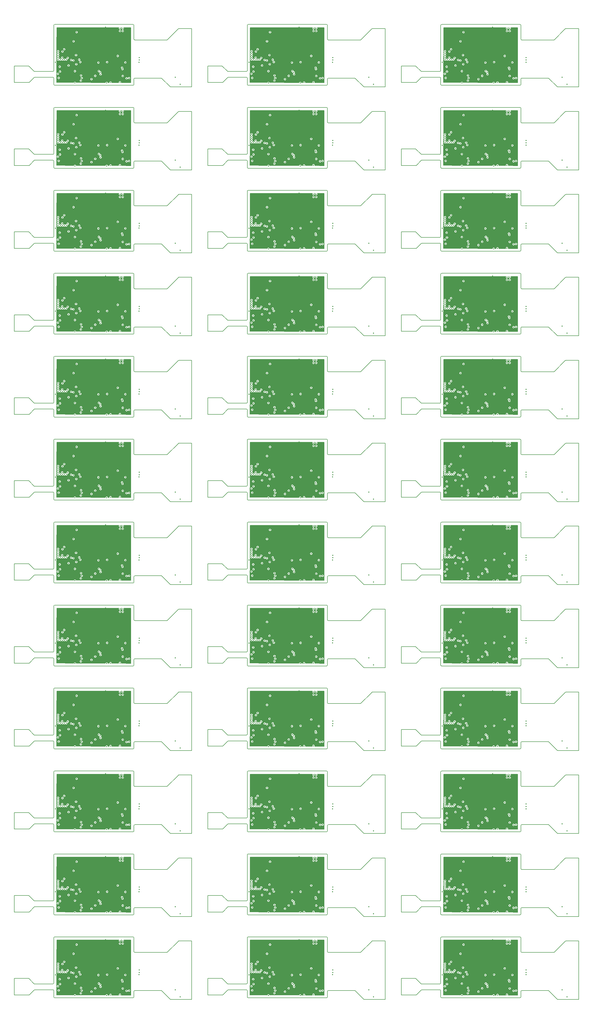
<source format=gbr>
G04 #@! TF.GenerationSoftware,KiCad,Pcbnew,(2017-07-13 revision e01eb2975)-makepkg*
G04 #@! TF.CreationDate,2017-08-29T12:18:44+02:00*
G04 #@! TF.ProjectId,panel,70616E656C2E6B696361645F70636200,rev?*
G04 #@! TF.SameCoordinates,Original
G04 #@! TF.FileFunction,Copper,L2,Inr,Plane*
G04 #@! TF.FilePolarity,Positive*
%FSLAX46Y46*%
G04 Gerber Fmt 4.6, Leading zero omitted, Abs format (unit mm)*
G04 Created by KiCad (PCBNEW (2017-07-13 revision e01eb2975)-makepkg) date 08/29/17 12:18:44*
%MOMM*%
%LPD*%
G01*
G04 APERTURE LIST*
%ADD10C,0.150000*%
%ADD11C,0.400000*%
%ADD12C,0.250000*%
G04 APERTURE END LIST*
D10*
X184750000Y-357600000D02*
G75*
G03X185050000Y-357300000I0J300000D01*
G01*
X114750000Y-357600000D02*
G75*
G03X115050000Y-357300000I0J300000D01*
G01*
X44750000Y-357600000D02*
G75*
G03X45050000Y-357300000I0J300000D01*
G01*
X184750000Y-327600000D02*
G75*
G03X185050000Y-327300000I0J300000D01*
G01*
X114750000Y-327600000D02*
G75*
G03X115050000Y-327300000I0J300000D01*
G01*
X44750000Y-327600000D02*
G75*
G03X45050000Y-327300000I0J300000D01*
G01*
X184750000Y-297600000D02*
G75*
G03X185050000Y-297300000I0J300000D01*
G01*
X114750000Y-297600000D02*
G75*
G03X115050000Y-297300000I0J300000D01*
G01*
X44750000Y-297600000D02*
G75*
G03X45050000Y-297300000I0J300000D01*
G01*
X184750000Y-267600000D02*
G75*
G03X185050000Y-267300000I0J300000D01*
G01*
X114750000Y-267600000D02*
G75*
G03X115050000Y-267300000I0J300000D01*
G01*
X44750000Y-267600000D02*
G75*
G03X45050000Y-267300000I0J300000D01*
G01*
X184750000Y-237600000D02*
G75*
G03X185050000Y-237300000I0J300000D01*
G01*
X114750000Y-237600000D02*
G75*
G03X115050000Y-237300000I0J300000D01*
G01*
X44750000Y-237600000D02*
G75*
G03X45050000Y-237300000I0J300000D01*
G01*
X184750000Y-207600000D02*
G75*
G03X185050000Y-207300000I0J300000D01*
G01*
X114750000Y-207600000D02*
G75*
G03X115050000Y-207300000I0J300000D01*
G01*
X44750000Y-207600000D02*
G75*
G03X45050000Y-207300000I0J300000D01*
G01*
X184750000Y-177600000D02*
G75*
G03X185050000Y-177300000I0J300000D01*
G01*
X114750000Y-177600000D02*
G75*
G03X115050000Y-177300000I0J300000D01*
G01*
X44750000Y-177600000D02*
G75*
G03X45050000Y-177300000I0J300000D01*
G01*
X184750000Y-147600000D02*
G75*
G03X185050000Y-147300000I0J300000D01*
G01*
X114750000Y-147600000D02*
G75*
G03X115050000Y-147300000I0J300000D01*
G01*
X44750000Y-147600000D02*
G75*
G03X45050000Y-147300000I0J300000D01*
G01*
X184750000Y-117600000D02*
G75*
G03X185050000Y-117300000I0J300000D01*
G01*
X114750000Y-117600000D02*
G75*
G03X115050000Y-117300000I0J300000D01*
G01*
X44750000Y-117600000D02*
G75*
G03X45050000Y-117300000I0J300000D01*
G01*
X184750000Y-87600000D02*
G75*
G03X185050000Y-87300000I0J300000D01*
G01*
X114750000Y-87600000D02*
G75*
G03X115050000Y-87300000I0J300000D01*
G01*
X44750000Y-87600000D02*
G75*
G03X45050000Y-87300000I0J300000D01*
G01*
X184750000Y-57600000D02*
G75*
G03X185050000Y-57300000I0J300000D01*
G01*
X114750000Y-57600000D02*
G75*
G03X115050000Y-57300000I0J300000D01*
G01*
X44750000Y-57600000D02*
G75*
G03X45050000Y-57300000I0J300000D01*
G01*
X184750000Y-27600000D02*
G75*
G03X185050000Y-27300000I0J300000D01*
G01*
X114750000Y-27600000D02*
G75*
G03X115050000Y-27300000I0J300000D01*
G01*
X148975000Y-352600000D02*
X146975000Y-350600000D01*
X78975000Y-352600000D02*
X76975000Y-350600000D01*
X8975000Y-352600000D02*
X6975000Y-350600000D01*
X148975000Y-322600000D02*
X146975000Y-320600000D01*
X78975000Y-322600000D02*
X76975000Y-320600000D01*
X8975000Y-322600000D02*
X6975000Y-320600000D01*
X148975000Y-292600000D02*
X146975000Y-290600000D01*
X78975000Y-292600000D02*
X76975000Y-290600000D01*
X8975000Y-292600000D02*
X6975000Y-290600000D01*
X148975000Y-262600000D02*
X146975000Y-260600000D01*
X78975000Y-262600000D02*
X76975000Y-260600000D01*
X8975000Y-262600000D02*
X6975000Y-260600000D01*
X148975000Y-232600000D02*
X146975000Y-230600000D01*
X78975000Y-232600000D02*
X76975000Y-230600000D01*
X8975000Y-232600000D02*
X6975000Y-230600000D01*
X148975000Y-202600000D02*
X146975000Y-200600000D01*
X78975000Y-202600000D02*
X76975000Y-200600000D01*
X8975000Y-202600000D02*
X6975000Y-200600000D01*
X148975000Y-172600000D02*
X146975000Y-170600000D01*
X78975000Y-172600000D02*
X76975000Y-170600000D01*
X8975000Y-172600000D02*
X6975000Y-170600000D01*
X148975000Y-142600000D02*
X146975000Y-140600000D01*
X78975000Y-142600000D02*
X76975000Y-140600000D01*
X8975000Y-142600000D02*
X6975000Y-140600000D01*
X148975000Y-112600000D02*
X146975000Y-110600000D01*
X78975000Y-112600000D02*
X76975000Y-110600000D01*
X8975000Y-112600000D02*
X6975000Y-110600000D01*
X148975000Y-82600000D02*
X146975000Y-80600000D01*
X78975000Y-82600000D02*
X76975000Y-80600000D01*
X8975000Y-82600000D02*
X6975000Y-80600000D01*
X148975000Y-52600000D02*
X146975000Y-50600000D01*
X78975000Y-52600000D02*
X76975000Y-50600000D01*
X8975000Y-52600000D02*
X6975000Y-50600000D01*
X148975000Y-22600000D02*
X146975000Y-20600000D01*
X78975000Y-22600000D02*
X76975000Y-20600000D01*
X185050000Y-335900000D02*
G75*
G03X184750000Y-335600000I-300000J0D01*
G01*
X115050000Y-335900000D02*
G75*
G03X114750000Y-335600000I-300000J0D01*
G01*
X45050000Y-335900000D02*
G75*
G03X44750000Y-335600000I-300000J0D01*
G01*
X185050000Y-305900000D02*
G75*
G03X184750000Y-305600000I-300000J0D01*
G01*
X115050000Y-305900000D02*
G75*
G03X114750000Y-305600000I-300000J0D01*
G01*
X45050000Y-305900000D02*
G75*
G03X44750000Y-305600000I-300000J0D01*
G01*
X185050000Y-275900000D02*
G75*
G03X184750000Y-275600000I-300000J0D01*
G01*
X115050000Y-275900000D02*
G75*
G03X114750000Y-275600000I-300000J0D01*
G01*
X45050000Y-275900000D02*
G75*
G03X44750000Y-275600000I-300000J0D01*
G01*
X185050000Y-245900000D02*
G75*
G03X184750000Y-245600000I-300000J0D01*
G01*
X115050000Y-245900000D02*
G75*
G03X114750000Y-245600000I-300000J0D01*
G01*
X45050000Y-245900000D02*
G75*
G03X44750000Y-245600000I-300000J0D01*
G01*
X185050000Y-215900000D02*
G75*
G03X184750000Y-215600000I-300000J0D01*
G01*
X115050000Y-215900000D02*
G75*
G03X114750000Y-215600000I-300000J0D01*
G01*
X45050000Y-215900000D02*
G75*
G03X44750000Y-215600000I-300000J0D01*
G01*
X185050000Y-185900000D02*
G75*
G03X184750000Y-185600000I-300000J0D01*
G01*
X115050000Y-185900000D02*
G75*
G03X114750000Y-185600000I-300000J0D01*
G01*
X45050000Y-185900000D02*
G75*
G03X44750000Y-185600000I-300000J0D01*
G01*
X185050000Y-155900000D02*
G75*
G03X184750000Y-155600000I-300000J0D01*
G01*
X115050000Y-155900000D02*
G75*
G03X114750000Y-155600000I-300000J0D01*
G01*
X45050000Y-155900000D02*
G75*
G03X44750000Y-155600000I-300000J0D01*
G01*
X185050000Y-125900000D02*
G75*
G03X184750000Y-125600000I-300000J0D01*
G01*
X115050000Y-125900000D02*
G75*
G03X114750000Y-125600000I-300000J0D01*
G01*
X45050000Y-125900000D02*
G75*
G03X44750000Y-125600000I-300000J0D01*
G01*
X185050000Y-95900000D02*
G75*
G03X184750000Y-95600000I-300000J0D01*
G01*
X115050000Y-95900000D02*
G75*
G03X114750000Y-95600000I-300000J0D01*
G01*
X45050000Y-95900000D02*
G75*
G03X44750000Y-95600000I-300000J0D01*
G01*
X185050000Y-65900000D02*
G75*
G03X184750000Y-65600000I-300000J0D01*
G01*
X115050000Y-65900000D02*
G75*
G03X114750000Y-65600000I-300000J0D01*
G01*
X45050000Y-65900000D02*
G75*
G03X44750000Y-65600000I-300000J0D01*
G01*
X185050000Y-35900000D02*
G75*
G03X184750000Y-35600000I-300000J0D01*
G01*
X115050000Y-35900000D02*
G75*
G03X114750000Y-35600000I-300000J0D01*
G01*
X45050000Y-35900000D02*
G75*
G03X44750000Y-35600000I-300000J0D01*
G01*
X185050000Y-5900000D02*
G75*
G03X184750000Y-5600000I-300000J0D01*
G01*
X115050000Y-5900000D02*
G75*
G03X114750000Y-5600000I-300000J0D01*
G01*
X156050000Y-357300000D02*
G75*
G03X156350000Y-357600000I300000J0D01*
G01*
X86050000Y-357300000D02*
G75*
G03X86350000Y-357600000I300000J0D01*
G01*
X16050000Y-357300000D02*
G75*
G03X16350000Y-357600000I300000J0D01*
G01*
X156050000Y-327300000D02*
G75*
G03X156350000Y-327600000I300000J0D01*
G01*
X86050000Y-327300000D02*
G75*
G03X86350000Y-327600000I300000J0D01*
G01*
X16050000Y-327300000D02*
G75*
G03X16350000Y-327600000I300000J0D01*
G01*
X156050000Y-297300000D02*
G75*
G03X156350000Y-297600000I300000J0D01*
G01*
X86050000Y-297300000D02*
G75*
G03X86350000Y-297600000I300000J0D01*
G01*
X16050000Y-297300000D02*
G75*
G03X16350000Y-297600000I300000J0D01*
G01*
X156050000Y-267300000D02*
G75*
G03X156350000Y-267600000I300000J0D01*
G01*
X86050000Y-267300000D02*
G75*
G03X86350000Y-267600000I300000J0D01*
G01*
X16050000Y-267300000D02*
G75*
G03X16350000Y-267600000I300000J0D01*
G01*
X156050000Y-237300000D02*
G75*
G03X156350000Y-237600000I300000J0D01*
G01*
X86050000Y-237300000D02*
G75*
G03X86350000Y-237600000I300000J0D01*
G01*
X16050000Y-237300000D02*
G75*
G03X16350000Y-237600000I300000J0D01*
G01*
X156050000Y-207300000D02*
G75*
G03X156350000Y-207600000I300000J0D01*
G01*
X86050000Y-207300000D02*
G75*
G03X86350000Y-207600000I300000J0D01*
G01*
X16050000Y-207300000D02*
G75*
G03X16350000Y-207600000I300000J0D01*
G01*
X156050000Y-177300000D02*
G75*
G03X156350000Y-177600000I300000J0D01*
G01*
X86050000Y-177300000D02*
G75*
G03X86350000Y-177600000I300000J0D01*
G01*
X16050000Y-177300000D02*
G75*
G03X16350000Y-177600000I300000J0D01*
G01*
X156050000Y-147300000D02*
G75*
G03X156350000Y-147600000I300000J0D01*
G01*
X86050000Y-147300000D02*
G75*
G03X86350000Y-147600000I300000J0D01*
G01*
X16050000Y-147300000D02*
G75*
G03X16350000Y-147600000I300000J0D01*
G01*
X156050000Y-117300000D02*
G75*
G03X156350000Y-117600000I300000J0D01*
G01*
X86050000Y-117300000D02*
G75*
G03X86350000Y-117600000I300000J0D01*
G01*
X16050000Y-117300000D02*
G75*
G03X16350000Y-117600000I300000J0D01*
G01*
X156050000Y-87300000D02*
G75*
G03X156350000Y-87600000I300000J0D01*
G01*
X86050000Y-87300000D02*
G75*
G03X86350000Y-87600000I300000J0D01*
G01*
X16050000Y-87300000D02*
G75*
G03X16350000Y-87600000I300000J0D01*
G01*
X156050000Y-57300000D02*
G75*
G03X156350000Y-57600000I300000J0D01*
G01*
X86050000Y-57300000D02*
G75*
G03X86350000Y-57600000I300000J0D01*
G01*
X16050000Y-57300000D02*
G75*
G03X16350000Y-57600000I300000J0D01*
G01*
X156050000Y-27300000D02*
G75*
G03X156350000Y-27600000I300000J0D01*
G01*
X86050000Y-27300000D02*
G75*
G03X86350000Y-27600000I300000J0D01*
G01*
X156350000Y-357600000D02*
X184750000Y-357600000D01*
X86350000Y-357600000D02*
X114750000Y-357600000D01*
X16350000Y-357600000D02*
X44750000Y-357600000D01*
X156350000Y-327600000D02*
X184750000Y-327600000D01*
X86350000Y-327600000D02*
X114750000Y-327600000D01*
X16350000Y-327600000D02*
X44750000Y-327600000D01*
X156350000Y-297600000D02*
X184750000Y-297600000D01*
X86350000Y-297600000D02*
X114750000Y-297600000D01*
X16350000Y-297600000D02*
X44750000Y-297600000D01*
X156350000Y-267600000D02*
X184750000Y-267600000D01*
X86350000Y-267600000D02*
X114750000Y-267600000D01*
X16350000Y-267600000D02*
X44750000Y-267600000D01*
X156350000Y-237600000D02*
X184750000Y-237600000D01*
X86350000Y-237600000D02*
X114750000Y-237600000D01*
X16350000Y-237600000D02*
X44750000Y-237600000D01*
X156350000Y-207600000D02*
X184750000Y-207600000D01*
X86350000Y-207600000D02*
X114750000Y-207600000D01*
X16350000Y-207600000D02*
X44750000Y-207600000D01*
X156350000Y-177600000D02*
X184750000Y-177600000D01*
X86350000Y-177600000D02*
X114750000Y-177600000D01*
X16350000Y-177600000D02*
X44750000Y-177600000D01*
X156350000Y-147600000D02*
X184750000Y-147600000D01*
X86350000Y-147600000D02*
X114750000Y-147600000D01*
X16350000Y-147600000D02*
X44750000Y-147600000D01*
X156350000Y-117600000D02*
X184750000Y-117600000D01*
X86350000Y-117600000D02*
X114750000Y-117600000D01*
X16350000Y-117600000D02*
X44750000Y-117600000D01*
X156350000Y-87600000D02*
X184750000Y-87600000D01*
X86350000Y-87600000D02*
X114750000Y-87600000D01*
X16350000Y-87600000D02*
X44750000Y-87600000D01*
X156350000Y-57600000D02*
X184750000Y-57600000D01*
X86350000Y-57600000D02*
X114750000Y-57600000D01*
X16350000Y-57600000D02*
X44750000Y-57600000D01*
X156350000Y-27600000D02*
X184750000Y-27600000D01*
X86350000Y-27600000D02*
X114750000Y-27600000D01*
X156350000Y-335600000D02*
G75*
G03X156050000Y-335900000I0J-300000D01*
G01*
X86350000Y-335600000D02*
G75*
G03X86050000Y-335900000I0J-300000D01*
G01*
X16350000Y-335600000D02*
G75*
G03X16050000Y-335900000I0J-300000D01*
G01*
X156350000Y-305600000D02*
G75*
G03X156050000Y-305900000I0J-300000D01*
G01*
X86350000Y-305600000D02*
G75*
G03X86050000Y-305900000I0J-300000D01*
G01*
X16350000Y-305600000D02*
G75*
G03X16050000Y-305900000I0J-300000D01*
G01*
X156350000Y-275600000D02*
G75*
G03X156050000Y-275900000I0J-300000D01*
G01*
X86350000Y-275600000D02*
G75*
G03X86050000Y-275900000I0J-300000D01*
G01*
X16350000Y-275600000D02*
G75*
G03X16050000Y-275900000I0J-300000D01*
G01*
X156350000Y-245600000D02*
G75*
G03X156050000Y-245900000I0J-300000D01*
G01*
X86350000Y-245600000D02*
G75*
G03X86050000Y-245900000I0J-300000D01*
G01*
X16350000Y-245600000D02*
G75*
G03X16050000Y-245900000I0J-300000D01*
G01*
X156350000Y-215600000D02*
G75*
G03X156050000Y-215900000I0J-300000D01*
G01*
X86350000Y-215600000D02*
G75*
G03X86050000Y-215900000I0J-300000D01*
G01*
X16350000Y-215600000D02*
G75*
G03X16050000Y-215900000I0J-300000D01*
G01*
X156350000Y-185600000D02*
G75*
G03X156050000Y-185900000I0J-300000D01*
G01*
X86350000Y-185600000D02*
G75*
G03X86050000Y-185900000I0J-300000D01*
G01*
X16350000Y-185600000D02*
G75*
G03X16050000Y-185900000I0J-300000D01*
G01*
X156350000Y-155600000D02*
G75*
G03X156050000Y-155900000I0J-300000D01*
G01*
X86350000Y-155600000D02*
G75*
G03X86050000Y-155900000I0J-300000D01*
G01*
X16350000Y-155600000D02*
G75*
G03X16050000Y-155900000I0J-300000D01*
G01*
X156350000Y-125600000D02*
G75*
G03X156050000Y-125900000I0J-300000D01*
G01*
X86350000Y-125600000D02*
G75*
G03X86050000Y-125900000I0J-300000D01*
G01*
X16350000Y-125600000D02*
G75*
G03X16050000Y-125900000I0J-300000D01*
G01*
X156350000Y-95600000D02*
G75*
G03X156050000Y-95900000I0J-300000D01*
G01*
X86350000Y-95600000D02*
G75*
G03X86050000Y-95900000I0J-300000D01*
G01*
X16350000Y-95600000D02*
G75*
G03X16050000Y-95900000I0J-300000D01*
G01*
X156350000Y-65600000D02*
G75*
G03X156050000Y-65900000I0J-300000D01*
G01*
X86350000Y-65600000D02*
G75*
G03X86050000Y-65900000I0J-300000D01*
G01*
X16350000Y-65600000D02*
G75*
G03X16050000Y-65900000I0J-300000D01*
G01*
X156350000Y-35600000D02*
G75*
G03X156050000Y-35900000I0J-300000D01*
G01*
X86350000Y-35600000D02*
G75*
G03X86050000Y-35900000I0J-300000D01*
G01*
X16350000Y-35600000D02*
G75*
G03X16050000Y-35900000I0J-300000D01*
G01*
X156350000Y-5600000D02*
G75*
G03X156050000Y-5900000I0J-300000D01*
G01*
X86350000Y-5600000D02*
G75*
G03X86050000Y-5900000I0J-300000D01*
G01*
X146975000Y-350600000D02*
X141775000Y-350600000D01*
X76975000Y-350600000D02*
X71775000Y-350600000D01*
X6975000Y-350600000D02*
X1775000Y-350600000D01*
X146975000Y-320600000D02*
X141775000Y-320600000D01*
X76975000Y-320600000D02*
X71775000Y-320600000D01*
X6975000Y-320600000D02*
X1775000Y-320600000D01*
X146975000Y-290600000D02*
X141775000Y-290600000D01*
X76975000Y-290600000D02*
X71775000Y-290600000D01*
X6975000Y-290600000D02*
X1775000Y-290600000D01*
X146975000Y-260600000D02*
X141775000Y-260600000D01*
X76975000Y-260600000D02*
X71775000Y-260600000D01*
X6975000Y-260600000D02*
X1775000Y-260600000D01*
X146975000Y-230600000D02*
X141775000Y-230600000D01*
X76975000Y-230600000D02*
X71775000Y-230600000D01*
X6975000Y-230600000D02*
X1775000Y-230600000D01*
X146975000Y-200600000D02*
X141775000Y-200600000D01*
X76975000Y-200600000D02*
X71775000Y-200600000D01*
X6975000Y-200600000D02*
X1775000Y-200600000D01*
X146975000Y-170600000D02*
X141775000Y-170600000D01*
X76975000Y-170600000D02*
X71775000Y-170600000D01*
X6975000Y-170600000D02*
X1775000Y-170600000D01*
X146975000Y-140600000D02*
X141775000Y-140600000D01*
X76975000Y-140600000D02*
X71775000Y-140600000D01*
X6975000Y-140600000D02*
X1775000Y-140600000D01*
X146975000Y-110600000D02*
X141775000Y-110600000D01*
X76975000Y-110600000D02*
X71775000Y-110600000D01*
X6975000Y-110600000D02*
X1775000Y-110600000D01*
X146975000Y-80600000D02*
X141775000Y-80600000D01*
X76975000Y-80600000D02*
X71775000Y-80600000D01*
X6975000Y-80600000D02*
X1775000Y-80600000D01*
X146975000Y-50600000D02*
X141775000Y-50600000D01*
X76975000Y-50600000D02*
X71775000Y-50600000D01*
X6975000Y-50600000D02*
X1775000Y-50600000D01*
X146975000Y-20600000D02*
X141775000Y-20600000D01*
X76975000Y-20600000D02*
X71775000Y-20600000D01*
X141775000Y-350600000D02*
X141775000Y-355300000D01*
X71775000Y-350600000D02*
X71775000Y-355300000D01*
X1775000Y-350600000D02*
X1775000Y-355300000D01*
X141775000Y-320600000D02*
X141775000Y-325300000D01*
X71775000Y-320600000D02*
X71775000Y-325300000D01*
X1775000Y-320600000D02*
X1775000Y-325300000D01*
X141775000Y-290600000D02*
X141775000Y-295300000D01*
X71775000Y-290600000D02*
X71775000Y-295300000D01*
X1775000Y-290600000D02*
X1775000Y-295300000D01*
X141775000Y-260600000D02*
X141775000Y-265300000D01*
X71775000Y-260600000D02*
X71775000Y-265300000D01*
X1775000Y-260600000D02*
X1775000Y-265300000D01*
X141775000Y-230600000D02*
X141775000Y-235300000D01*
X71775000Y-230600000D02*
X71775000Y-235300000D01*
X1775000Y-230600000D02*
X1775000Y-235300000D01*
X141775000Y-200600000D02*
X141775000Y-205300000D01*
X71775000Y-200600000D02*
X71775000Y-205300000D01*
X1775000Y-200600000D02*
X1775000Y-205300000D01*
X141775000Y-170600000D02*
X141775000Y-175300000D01*
X71775000Y-170600000D02*
X71775000Y-175300000D01*
X1775000Y-170600000D02*
X1775000Y-175300000D01*
X141775000Y-140600000D02*
X141775000Y-145300000D01*
X71775000Y-140600000D02*
X71775000Y-145300000D01*
X1775000Y-140600000D02*
X1775000Y-145300000D01*
X141775000Y-110600000D02*
X141775000Y-115300000D01*
X71775000Y-110600000D02*
X71775000Y-115300000D01*
X1775000Y-110600000D02*
X1775000Y-115300000D01*
X141775000Y-80600000D02*
X141775000Y-85300000D01*
X71775000Y-80600000D02*
X71775000Y-85300000D01*
X1775000Y-80600000D02*
X1775000Y-85300000D01*
X141775000Y-50600000D02*
X141775000Y-55300000D01*
X71775000Y-50600000D02*
X71775000Y-55300000D01*
X1775000Y-50600000D02*
X1775000Y-55300000D01*
X141775000Y-20600000D02*
X141775000Y-25300000D01*
X71775000Y-20600000D02*
X71775000Y-25300000D01*
X141775000Y-355300000D02*
X141775000Y-356600000D01*
X71775000Y-355300000D02*
X71775000Y-356600000D01*
X1775000Y-355300000D02*
X1775000Y-356600000D01*
X141775000Y-325300000D02*
X141775000Y-326600000D01*
X71775000Y-325300000D02*
X71775000Y-326600000D01*
X1775000Y-325300000D02*
X1775000Y-326600000D01*
X141775000Y-295300000D02*
X141775000Y-296600000D01*
X71775000Y-295300000D02*
X71775000Y-296600000D01*
X1775000Y-295300000D02*
X1775000Y-296600000D01*
X141775000Y-265300000D02*
X141775000Y-266600000D01*
X71775000Y-265300000D02*
X71775000Y-266600000D01*
X1775000Y-265300000D02*
X1775000Y-266600000D01*
X141775000Y-235300000D02*
X141775000Y-236600000D01*
X71775000Y-235300000D02*
X71775000Y-236600000D01*
X1775000Y-235300000D02*
X1775000Y-236600000D01*
X141775000Y-205300000D02*
X141775000Y-206600000D01*
X71775000Y-205300000D02*
X71775000Y-206600000D01*
X1775000Y-205300000D02*
X1775000Y-206600000D01*
X141775000Y-175300000D02*
X141775000Y-176600000D01*
X71775000Y-175300000D02*
X71775000Y-176600000D01*
X1775000Y-175300000D02*
X1775000Y-176600000D01*
X141775000Y-145300000D02*
X141775000Y-146600000D01*
X71775000Y-145300000D02*
X71775000Y-146600000D01*
X1775000Y-145300000D02*
X1775000Y-146600000D01*
X141775000Y-115300000D02*
X141775000Y-116600000D01*
X71775000Y-115300000D02*
X71775000Y-116600000D01*
X1775000Y-115300000D02*
X1775000Y-116600000D01*
X141775000Y-85300000D02*
X141775000Y-86600000D01*
X71775000Y-85300000D02*
X71775000Y-86600000D01*
X1775000Y-85300000D02*
X1775000Y-86600000D01*
X141775000Y-55300000D02*
X141775000Y-56600000D01*
X71775000Y-55300000D02*
X71775000Y-56600000D01*
X1775000Y-55300000D02*
X1775000Y-56600000D01*
X141775000Y-25300000D02*
X141775000Y-26600000D01*
X71775000Y-25300000D02*
X71775000Y-26600000D01*
X156350000Y-335600000D02*
X184750000Y-335600000D01*
X86350000Y-335600000D02*
X114750000Y-335600000D01*
X16350000Y-335600000D02*
X44750000Y-335600000D01*
X156350000Y-305600000D02*
X184750000Y-305600000D01*
X86350000Y-305600000D02*
X114750000Y-305600000D01*
X16350000Y-305600000D02*
X44750000Y-305600000D01*
X156350000Y-275600000D02*
X184750000Y-275600000D01*
X86350000Y-275600000D02*
X114750000Y-275600000D01*
X16350000Y-275600000D02*
X44750000Y-275600000D01*
X156350000Y-245600000D02*
X184750000Y-245600000D01*
X86350000Y-245600000D02*
X114750000Y-245600000D01*
X16350000Y-245600000D02*
X44750000Y-245600000D01*
X156350000Y-215600000D02*
X184750000Y-215600000D01*
X86350000Y-215600000D02*
X114750000Y-215600000D01*
X16350000Y-215600000D02*
X44750000Y-215600000D01*
X156350000Y-185600000D02*
X184750000Y-185600000D01*
X86350000Y-185600000D02*
X114750000Y-185600000D01*
X16350000Y-185600000D02*
X44750000Y-185600000D01*
X156350000Y-155600000D02*
X184750000Y-155600000D01*
X86350000Y-155600000D02*
X114750000Y-155600000D01*
X16350000Y-155600000D02*
X44750000Y-155600000D01*
X156350000Y-125600000D02*
X184750000Y-125600000D01*
X86350000Y-125600000D02*
X114750000Y-125600000D01*
X16350000Y-125600000D02*
X44750000Y-125600000D01*
X156350000Y-95600000D02*
X184750000Y-95600000D01*
X86350000Y-95600000D02*
X114750000Y-95600000D01*
X16350000Y-95600000D02*
X44750000Y-95600000D01*
X156350000Y-65600000D02*
X184750000Y-65600000D01*
X86350000Y-65600000D02*
X114750000Y-65600000D01*
X16350000Y-65600000D02*
X44750000Y-65600000D01*
X156350000Y-35600000D02*
X184750000Y-35600000D01*
X86350000Y-35600000D02*
X114750000Y-35600000D01*
X16350000Y-35600000D02*
X44750000Y-35600000D01*
X156350000Y-5600000D02*
X184750000Y-5600000D01*
X86350000Y-5600000D02*
X114750000Y-5600000D01*
X141775000Y-356600000D02*
X147175000Y-356600000D01*
X71775000Y-356600000D02*
X77175000Y-356600000D01*
X1775000Y-356600000D02*
X7175000Y-356600000D01*
X141775000Y-326600000D02*
X147175000Y-326600000D01*
X71775000Y-326600000D02*
X77175000Y-326600000D01*
X1775000Y-326600000D02*
X7175000Y-326600000D01*
X141775000Y-296600000D02*
X147175000Y-296600000D01*
X71775000Y-296600000D02*
X77175000Y-296600000D01*
X1775000Y-296600000D02*
X7175000Y-296600000D01*
X141775000Y-266600000D02*
X147175000Y-266600000D01*
X71775000Y-266600000D02*
X77175000Y-266600000D01*
X1775000Y-266600000D02*
X7175000Y-266600000D01*
X141775000Y-236600000D02*
X147175000Y-236600000D01*
X71775000Y-236600000D02*
X77175000Y-236600000D01*
X1775000Y-236600000D02*
X7175000Y-236600000D01*
X141775000Y-206600000D02*
X147175000Y-206600000D01*
X71775000Y-206600000D02*
X77175000Y-206600000D01*
X1775000Y-206600000D02*
X7175000Y-206600000D01*
X141775000Y-176600000D02*
X147175000Y-176600000D01*
X71775000Y-176600000D02*
X77175000Y-176600000D01*
X1775000Y-176600000D02*
X7175000Y-176600000D01*
X141775000Y-146600000D02*
X147175000Y-146600000D01*
X71775000Y-146600000D02*
X77175000Y-146600000D01*
X1775000Y-146600000D02*
X7175000Y-146600000D01*
X141775000Y-116600000D02*
X147175000Y-116600000D01*
X71775000Y-116600000D02*
X77175000Y-116600000D01*
X1775000Y-116600000D02*
X7175000Y-116600000D01*
X141775000Y-86600000D02*
X147175000Y-86600000D01*
X71775000Y-86600000D02*
X77175000Y-86600000D01*
X1775000Y-86600000D02*
X7175000Y-86600000D01*
X141775000Y-56600000D02*
X147175000Y-56600000D01*
X71775000Y-56600000D02*
X77175000Y-56600000D01*
X1775000Y-56600000D02*
X7175000Y-56600000D01*
X141775000Y-26600000D02*
X147175000Y-26600000D01*
X71775000Y-26600000D02*
X77175000Y-26600000D01*
X147175000Y-356600000D02*
X149075000Y-354700000D01*
X77175000Y-356600000D02*
X79075000Y-354700000D01*
X7175000Y-356600000D02*
X9075000Y-354700000D01*
X147175000Y-326600000D02*
X149075000Y-324700000D01*
X77175000Y-326600000D02*
X79075000Y-324700000D01*
X7175000Y-326600000D02*
X9075000Y-324700000D01*
X147175000Y-296600000D02*
X149075000Y-294700000D01*
X77175000Y-296600000D02*
X79075000Y-294700000D01*
X7175000Y-296600000D02*
X9075000Y-294700000D01*
X147175000Y-266600000D02*
X149075000Y-264700000D01*
X77175000Y-266600000D02*
X79075000Y-264700000D01*
X7175000Y-266600000D02*
X9075000Y-264700000D01*
X147175000Y-236600000D02*
X149075000Y-234700000D01*
X77175000Y-236600000D02*
X79075000Y-234700000D01*
X7175000Y-236600000D02*
X9075000Y-234700000D01*
X147175000Y-206600000D02*
X149075000Y-204700000D01*
X77175000Y-206600000D02*
X79075000Y-204700000D01*
X7175000Y-206600000D02*
X9075000Y-204700000D01*
X147175000Y-176600000D02*
X149075000Y-174700000D01*
X77175000Y-176600000D02*
X79075000Y-174700000D01*
X7175000Y-176600000D02*
X9075000Y-174700000D01*
X147175000Y-146600000D02*
X149075000Y-144700000D01*
X77175000Y-146600000D02*
X79075000Y-144700000D01*
X7175000Y-146600000D02*
X9075000Y-144700000D01*
X147175000Y-116600000D02*
X149075000Y-114700000D01*
X77175000Y-116600000D02*
X79075000Y-114700000D01*
X7175000Y-116600000D02*
X9075000Y-114700000D01*
X147175000Y-86600000D02*
X149075000Y-84700000D01*
X77175000Y-86600000D02*
X79075000Y-84700000D01*
X7175000Y-86600000D02*
X9075000Y-84700000D01*
X147175000Y-56600000D02*
X149075000Y-54700000D01*
X77175000Y-56600000D02*
X79075000Y-54700000D01*
X7175000Y-56600000D02*
X9075000Y-54700000D01*
X147175000Y-26600000D02*
X149075000Y-24700000D01*
X77175000Y-26600000D02*
X79075000Y-24700000D01*
X156055000Y-357295000D02*
X156055000Y-354995000D01*
X86055000Y-357295000D02*
X86055000Y-354995000D01*
X16055000Y-357295000D02*
X16055000Y-354995000D01*
X156055000Y-327295000D02*
X156055000Y-324995000D01*
X86055000Y-327295000D02*
X86055000Y-324995000D01*
X16055000Y-327295000D02*
X16055000Y-324995000D01*
X156055000Y-297295000D02*
X156055000Y-294995000D01*
X86055000Y-297295000D02*
X86055000Y-294995000D01*
X16055000Y-297295000D02*
X16055000Y-294995000D01*
X156055000Y-267295000D02*
X156055000Y-264995000D01*
X86055000Y-267295000D02*
X86055000Y-264995000D01*
X16055000Y-267295000D02*
X16055000Y-264995000D01*
X156055000Y-237295000D02*
X156055000Y-234995000D01*
X86055000Y-237295000D02*
X86055000Y-234995000D01*
X16055000Y-237295000D02*
X16055000Y-234995000D01*
X156055000Y-207295000D02*
X156055000Y-204995000D01*
X86055000Y-207295000D02*
X86055000Y-204995000D01*
X16055000Y-207295000D02*
X16055000Y-204995000D01*
X156055000Y-177295000D02*
X156055000Y-174995000D01*
X86055000Y-177295000D02*
X86055000Y-174995000D01*
X16055000Y-177295000D02*
X16055000Y-174995000D01*
X156055000Y-147295000D02*
X156055000Y-144995000D01*
X86055000Y-147295000D02*
X86055000Y-144995000D01*
X16055000Y-147295000D02*
X16055000Y-144995000D01*
X156055000Y-117295000D02*
X156055000Y-114995000D01*
X86055000Y-117295000D02*
X86055000Y-114995000D01*
X16055000Y-117295000D02*
X16055000Y-114995000D01*
X156055000Y-87295000D02*
X156055000Y-84995000D01*
X86055000Y-87295000D02*
X86055000Y-84995000D01*
X16055000Y-87295000D02*
X16055000Y-84995000D01*
X156055000Y-57295000D02*
X156055000Y-54995000D01*
X86055000Y-57295000D02*
X86055000Y-54995000D01*
X16055000Y-57295000D02*
X16055000Y-54995000D01*
X156055000Y-27295000D02*
X156055000Y-24995000D01*
X86055000Y-27295000D02*
X86055000Y-24995000D01*
X205950000Y-345400000D02*
X205950000Y-358200000D01*
X135950000Y-345400000D02*
X135950000Y-358200000D01*
X65950000Y-345400000D02*
X65950000Y-358200000D01*
X205950000Y-315400000D02*
X205950000Y-328200000D01*
X135950000Y-315400000D02*
X135950000Y-328200000D01*
X65950000Y-315400000D02*
X65950000Y-328200000D01*
X205950000Y-285400000D02*
X205950000Y-298200000D01*
X135950000Y-285400000D02*
X135950000Y-298200000D01*
X65950000Y-285400000D02*
X65950000Y-298200000D01*
X205950000Y-255400000D02*
X205950000Y-268200000D01*
X135950000Y-255400000D02*
X135950000Y-268200000D01*
X65950000Y-255400000D02*
X65950000Y-268200000D01*
X205950000Y-225400000D02*
X205950000Y-238200000D01*
X135950000Y-225400000D02*
X135950000Y-238200000D01*
X65950000Y-225400000D02*
X65950000Y-238200000D01*
X205950000Y-195400000D02*
X205950000Y-208200000D01*
X135950000Y-195400000D02*
X135950000Y-208200000D01*
X65950000Y-195400000D02*
X65950000Y-208200000D01*
X205950000Y-165400000D02*
X205950000Y-178200000D01*
X135950000Y-165400000D02*
X135950000Y-178200000D01*
X65950000Y-165400000D02*
X65950000Y-178200000D01*
X205950000Y-135400000D02*
X205950000Y-148200000D01*
X135950000Y-135400000D02*
X135950000Y-148200000D01*
X65950000Y-135400000D02*
X65950000Y-148200000D01*
X205950000Y-105400000D02*
X205950000Y-118200000D01*
X135950000Y-105400000D02*
X135950000Y-118200000D01*
X65950000Y-105400000D02*
X65950000Y-118200000D01*
X205950000Y-75400000D02*
X205950000Y-88200000D01*
X135950000Y-75400000D02*
X135950000Y-88200000D01*
X65950000Y-75400000D02*
X65950000Y-88200000D01*
X205950000Y-45400000D02*
X205950000Y-58200000D01*
X135950000Y-45400000D02*
X135950000Y-58200000D01*
X65950000Y-45400000D02*
X65950000Y-58200000D01*
X205950000Y-15400000D02*
X205950000Y-28200000D01*
X135950000Y-15400000D02*
X135950000Y-28200000D01*
X205950000Y-358200000D02*
X198250000Y-358200000D01*
X135950000Y-358200000D02*
X128250000Y-358200000D01*
X65950000Y-358200000D02*
X58250000Y-358200000D01*
X205950000Y-328200000D02*
X198250000Y-328200000D01*
X135950000Y-328200000D02*
X128250000Y-328200000D01*
X65950000Y-328200000D02*
X58250000Y-328200000D01*
X205950000Y-298200000D02*
X198250000Y-298200000D01*
X135950000Y-298200000D02*
X128250000Y-298200000D01*
X65950000Y-298200000D02*
X58250000Y-298200000D01*
X205950000Y-268200000D02*
X198250000Y-268200000D01*
X135950000Y-268200000D02*
X128250000Y-268200000D01*
X65950000Y-268200000D02*
X58250000Y-268200000D01*
X205950000Y-238200000D02*
X198250000Y-238200000D01*
X135950000Y-238200000D02*
X128250000Y-238200000D01*
X65950000Y-238200000D02*
X58250000Y-238200000D01*
X205950000Y-208200000D02*
X198250000Y-208200000D01*
X135950000Y-208200000D02*
X128250000Y-208200000D01*
X65950000Y-208200000D02*
X58250000Y-208200000D01*
X205950000Y-178200000D02*
X198250000Y-178200000D01*
X135950000Y-178200000D02*
X128250000Y-178200000D01*
X65950000Y-178200000D02*
X58250000Y-178200000D01*
X205950000Y-148200000D02*
X198250000Y-148200000D01*
X135950000Y-148200000D02*
X128250000Y-148200000D01*
X65950000Y-148200000D02*
X58250000Y-148200000D01*
X205950000Y-118200000D02*
X198250000Y-118200000D01*
X135950000Y-118200000D02*
X128250000Y-118200000D01*
X65950000Y-118200000D02*
X58250000Y-118200000D01*
X205950000Y-88200000D02*
X198250000Y-88200000D01*
X135950000Y-88200000D02*
X128250000Y-88200000D01*
X65950000Y-88200000D02*
X58250000Y-88200000D01*
X205950000Y-58200000D02*
X198250000Y-58200000D01*
X135950000Y-58200000D02*
X128250000Y-58200000D01*
X65950000Y-58200000D02*
X58250000Y-58200000D01*
X205950000Y-28200000D02*
X198250000Y-28200000D01*
X135950000Y-28200000D02*
X128250000Y-28200000D01*
X198250000Y-358200000D02*
X195050000Y-355000000D01*
X128250000Y-358200000D02*
X125050000Y-355000000D01*
X58250000Y-358200000D02*
X55050000Y-355000000D01*
X198250000Y-328200000D02*
X195050000Y-325000000D01*
X128250000Y-328200000D02*
X125050000Y-325000000D01*
X58250000Y-328200000D02*
X55050000Y-325000000D01*
X198250000Y-298200000D02*
X195050000Y-295000000D01*
X128250000Y-298200000D02*
X125050000Y-295000000D01*
X58250000Y-298200000D02*
X55050000Y-295000000D01*
X198250000Y-268200000D02*
X195050000Y-265000000D01*
X128250000Y-268200000D02*
X125050000Y-265000000D01*
X58250000Y-268200000D02*
X55050000Y-265000000D01*
X198250000Y-238200000D02*
X195050000Y-235000000D01*
X128250000Y-238200000D02*
X125050000Y-235000000D01*
X58250000Y-238200000D02*
X55050000Y-235000000D01*
X198250000Y-208200000D02*
X195050000Y-205000000D01*
X128250000Y-208200000D02*
X125050000Y-205000000D01*
X58250000Y-208200000D02*
X55050000Y-205000000D01*
X198250000Y-178200000D02*
X195050000Y-175000000D01*
X128250000Y-178200000D02*
X125050000Y-175000000D01*
X58250000Y-178200000D02*
X55050000Y-175000000D01*
X198250000Y-148200000D02*
X195050000Y-145000000D01*
X128250000Y-148200000D02*
X125050000Y-145000000D01*
X58250000Y-148200000D02*
X55050000Y-145000000D01*
X198250000Y-118200000D02*
X195050000Y-115000000D01*
X128250000Y-118200000D02*
X125050000Y-115000000D01*
X58250000Y-118200000D02*
X55050000Y-115000000D01*
X198250000Y-88200000D02*
X195050000Y-85000000D01*
X128250000Y-88200000D02*
X125050000Y-85000000D01*
X58250000Y-88200000D02*
X55050000Y-85000000D01*
X198250000Y-58200000D02*
X195050000Y-55000000D01*
X128250000Y-58200000D02*
X125050000Y-55000000D01*
X58250000Y-58200000D02*
X55050000Y-55000000D01*
X198250000Y-28200000D02*
X195050000Y-25000000D01*
X128250000Y-28200000D02*
X125050000Y-25000000D01*
X185050000Y-335900000D02*
X185050000Y-340900000D01*
X115050000Y-335900000D02*
X115050000Y-340900000D01*
X45050000Y-335900000D02*
X45050000Y-340900000D01*
X185050000Y-305900000D02*
X185050000Y-310900000D01*
X115050000Y-305900000D02*
X115050000Y-310900000D01*
X45050000Y-305900000D02*
X45050000Y-310900000D01*
X185050000Y-275900000D02*
X185050000Y-280900000D01*
X115050000Y-275900000D02*
X115050000Y-280900000D01*
X45050000Y-275900000D02*
X45050000Y-280900000D01*
X185050000Y-245900000D02*
X185050000Y-250900000D01*
X115050000Y-245900000D02*
X115050000Y-250900000D01*
X45050000Y-245900000D02*
X45050000Y-250900000D01*
X185050000Y-215900000D02*
X185050000Y-220900000D01*
X115050000Y-215900000D02*
X115050000Y-220900000D01*
X45050000Y-215900000D02*
X45050000Y-220900000D01*
X185050000Y-185900000D02*
X185050000Y-190900000D01*
X115050000Y-185900000D02*
X115050000Y-190900000D01*
X45050000Y-185900000D02*
X45050000Y-190900000D01*
X185050000Y-155900000D02*
X185050000Y-160900000D01*
X115050000Y-155900000D02*
X115050000Y-160900000D01*
X45050000Y-155900000D02*
X45050000Y-160900000D01*
X185050000Y-125900000D02*
X185050000Y-130900000D01*
X115050000Y-125900000D02*
X115050000Y-130900000D01*
X45050000Y-125900000D02*
X45050000Y-130900000D01*
X185050000Y-95900000D02*
X185050000Y-100900000D01*
X115050000Y-95900000D02*
X115050000Y-100900000D01*
X45050000Y-95900000D02*
X45050000Y-100900000D01*
X185050000Y-65900000D02*
X185050000Y-70900000D01*
X115050000Y-65900000D02*
X115050000Y-70900000D01*
X45050000Y-65900000D02*
X45050000Y-70900000D01*
X185050000Y-35900000D02*
X185050000Y-40900000D01*
X115050000Y-35900000D02*
X115050000Y-40900000D01*
X45050000Y-35900000D02*
X45050000Y-40900000D01*
X185050000Y-5900000D02*
X185050000Y-10900000D01*
X115050000Y-5900000D02*
X115050000Y-10900000D01*
X195050000Y-355000000D02*
X185350000Y-355000000D01*
X125050000Y-355000000D02*
X115350000Y-355000000D01*
X55050000Y-355000000D02*
X45350000Y-355000000D01*
X195050000Y-325000000D02*
X185350000Y-325000000D01*
X125050000Y-325000000D02*
X115350000Y-325000000D01*
X55050000Y-325000000D02*
X45350000Y-325000000D01*
X195050000Y-295000000D02*
X185350000Y-295000000D01*
X125050000Y-295000000D02*
X115350000Y-295000000D01*
X55050000Y-295000000D02*
X45350000Y-295000000D01*
X195050000Y-265000000D02*
X185350000Y-265000000D01*
X125050000Y-265000000D02*
X115350000Y-265000000D01*
X55050000Y-265000000D02*
X45350000Y-265000000D01*
X195050000Y-235000000D02*
X185350000Y-235000000D01*
X125050000Y-235000000D02*
X115350000Y-235000000D01*
X55050000Y-235000000D02*
X45350000Y-235000000D01*
X195050000Y-205000000D02*
X185350000Y-205000000D01*
X125050000Y-205000000D02*
X115350000Y-205000000D01*
X55050000Y-205000000D02*
X45350000Y-205000000D01*
X195050000Y-175000000D02*
X185350000Y-175000000D01*
X125050000Y-175000000D02*
X115350000Y-175000000D01*
X55050000Y-175000000D02*
X45350000Y-175000000D01*
X195050000Y-145000000D02*
X185350000Y-145000000D01*
X125050000Y-145000000D02*
X115350000Y-145000000D01*
X55050000Y-145000000D02*
X45350000Y-145000000D01*
X195050000Y-115000000D02*
X185350000Y-115000000D01*
X125050000Y-115000000D02*
X115350000Y-115000000D01*
X55050000Y-115000000D02*
X45350000Y-115000000D01*
X195050000Y-85000000D02*
X185350000Y-85000000D01*
X125050000Y-85000000D02*
X115350000Y-85000000D01*
X55050000Y-85000000D02*
X45350000Y-85000000D01*
X195050000Y-55000000D02*
X185350000Y-55000000D01*
X125050000Y-55000000D02*
X115350000Y-55000000D01*
X55050000Y-55000000D02*
X45350000Y-55000000D01*
X195050000Y-25000000D02*
X185350000Y-25000000D01*
X125050000Y-25000000D02*
X115350000Y-25000000D01*
X185050000Y-357300000D02*
X185050000Y-355300000D01*
X115050000Y-357300000D02*
X115050000Y-355300000D01*
X45050000Y-357300000D02*
X45050000Y-355300000D01*
X185050000Y-327300000D02*
X185050000Y-325300000D01*
X115050000Y-327300000D02*
X115050000Y-325300000D01*
X45050000Y-327300000D02*
X45050000Y-325300000D01*
X185050000Y-297300000D02*
X185050000Y-295300000D01*
X115050000Y-297300000D02*
X115050000Y-295300000D01*
X45050000Y-297300000D02*
X45050000Y-295300000D01*
X185050000Y-267300000D02*
X185050000Y-265300000D01*
X115050000Y-267300000D02*
X115050000Y-265300000D01*
X45050000Y-267300000D02*
X45050000Y-265300000D01*
X185050000Y-237300000D02*
X185050000Y-235300000D01*
X115050000Y-237300000D02*
X115050000Y-235300000D01*
X45050000Y-237300000D02*
X45050000Y-235300000D01*
X185050000Y-207300000D02*
X185050000Y-205300000D01*
X115050000Y-207300000D02*
X115050000Y-205300000D01*
X45050000Y-207300000D02*
X45050000Y-205300000D01*
X185050000Y-177300000D02*
X185050000Y-175300000D01*
X115050000Y-177300000D02*
X115050000Y-175300000D01*
X45050000Y-177300000D02*
X45050000Y-175300000D01*
X185050000Y-147300000D02*
X185050000Y-145300000D01*
X115050000Y-147300000D02*
X115050000Y-145300000D01*
X45050000Y-147300000D02*
X45050000Y-145300000D01*
X185050000Y-117300000D02*
X185050000Y-115300000D01*
X115050000Y-117300000D02*
X115050000Y-115300000D01*
X45050000Y-117300000D02*
X45050000Y-115300000D01*
X185050000Y-87300000D02*
X185050000Y-85300000D01*
X115050000Y-87300000D02*
X115050000Y-85300000D01*
X45050000Y-87300000D02*
X45050000Y-85300000D01*
X185050000Y-57300000D02*
X185050000Y-55300000D01*
X115050000Y-57300000D02*
X115050000Y-55300000D01*
X45050000Y-57300000D02*
X45050000Y-55300000D01*
X185050000Y-27300000D02*
X185050000Y-25300000D01*
X115050000Y-27300000D02*
X115050000Y-25300000D01*
X185350000Y-355000000D02*
G75*
G03X185050000Y-355300000I0J-300000D01*
G01*
X115350000Y-355000000D02*
G75*
G03X115050000Y-355300000I0J-300000D01*
G01*
X45350000Y-355000000D02*
G75*
G03X45050000Y-355300000I0J-300000D01*
G01*
X185350000Y-325000000D02*
G75*
G03X185050000Y-325300000I0J-300000D01*
G01*
X115350000Y-325000000D02*
G75*
G03X115050000Y-325300000I0J-300000D01*
G01*
X45350000Y-325000000D02*
G75*
G03X45050000Y-325300000I0J-300000D01*
G01*
X185350000Y-295000000D02*
G75*
G03X185050000Y-295300000I0J-300000D01*
G01*
X115350000Y-295000000D02*
G75*
G03X115050000Y-295300000I0J-300000D01*
G01*
X45350000Y-295000000D02*
G75*
G03X45050000Y-295300000I0J-300000D01*
G01*
X185350000Y-265000000D02*
G75*
G03X185050000Y-265300000I0J-300000D01*
G01*
X115350000Y-265000000D02*
G75*
G03X115050000Y-265300000I0J-300000D01*
G01*
X45350000Y-265000000D02*
G75*
G03X45050000Y-265300000I0J-300000D01*
G01*
X185350000Y-235000000D02*
G75*
G03X185050000Y-235300000I0J-300000D01*
G01*
X115350000Y-235000000D02*
G75*
G03X115050000Y-235300000I0J-300000D01*
G01*
X45350000Y-235000000D02*
G75*
G03X45050000Y-235300000I0J-300000D01*
G01*
X185350000Y-205000000D02*
G75*
G03X185050000Y-205300000I0J-300000D01*
G01*
X115350000Y-205000000D02*
G75*
G03X115050000Y-205300000I0J-300000D01*
G01*
X45350000Y-205000000D02*
G75*
G03X45050000Y-205300000I0J-300000D01*
G01*
X185350000Y-175000000D02*
G75*
G03X185050000Y-175300000I0J-300000D01*
G01*
X115350000Y-175000000D02*
G75*
G03X115050000Y-175300000I0J-300000D01*
G01*
X45350000Y-175000000D02*
G75*
G03X45050000Y-175300000I0J-300000D01*
G01*
X185350000Y-145000000D02*
G75*
G03X185050000Y-145300000I0J-300000D01*
G01*
X115350000Y-145000000D02*
G75*
G03X115050000Y-145300000I0J-300000D01*
G01*
X45350000Y-145000000D02*
G75*
G03X45050000Y-145300000I0J-300000D01*
G01*
X185350000Y-115000000D02*
G75*
G03X185050000Y-115300000I0J-300000D01*
G01*
X115350000Y-115000000D02*
G75*
G03X115050000Y-115300000I0J-300000D01*
G01*
X45350000Y-115000000D02*
G75*
G03X45050000Y-115300000I0J-300000D01*
G01*
X185350000Y-85000000D02*
G75*
G03X185050000Y-85300000I0J-300000D01*
G01*
X115350000Y-85000000D02*
G75*
G03X115050000Y-85300000I0J-300000D01*
G01*
X45350000Y-85000000D02*
G75*
G03X45050000Y-85300000I0J-300000D01*
G01*
X185350000Y-55000000D02*
G75*
G03X185050000Y-55300000I0J-300000D01*
G01*
X115350000Y-55000000D02*
G75*
G03X115050000Y-55300000I0J-300000D01*
G01*
X45350000Y-55000000D02*
G75*
G03X45050000Y-55300000I0J-300000D01*
G01*
X185350000Y-25000000D02*
G75*
G03X185050000Y-25300000I0J-300000D01*
G01*
X115350000Y-25000000D02*
G75*
G03X115050000Y-25300000I0J-300000D01*
G01*
X197050000Y-341200000D02*
X185350000Y-341200000D01*
X127050000Y-341200000D02*
X115350000Y-341200000D01*
X57050000Y-341200000D02*
X45350000Y-341200000D01*
X197050000Y-311200000D02*
X185350000Y-311200000D01*
X127050000Y-311200000D02*
X115350000Y-311200000D01*
X57050000Y-311200000D02*
X45350000Y-311200000D01*
X197050000Y-281200000D02*
X185350000Y-281200000D01*
X127050000Y-281200000D02*
X115350000Y-281200000D01*
X57050000Y-281200000D02*
X45350000Y-281200000D01*
X197050000Y-251200000D02*
X185350000Y-251200000D01*
X127050000Y-251200000D02*
X115350000Y-251200000D01*
X57050000Y-251200000D02*
X45350000Y-251200000D01*
X197050000Y-221200000D02*
X185350000Y-221200000D01*
X127050000Y-221200000D02*
X115350000Y-221200000D01*
X57050000Y-221200000D02*
X45350000Y-221200000D01*
X197050000Y-191200000D02*
X185350000Y-191200000D01*
X127050000Y-191200000D02*
X115350000Y-191200000D01*
X57050000Y-191200000D02*
X45350000Y-191200000D01*
X197050000Y-161200000D02*
X185350000Y-161200000D01*
X127050000Y-161200000D02*
X115350000Y-161200000D01*
X57050000Y-161200000D02*
X45350000Y-161200000D01*
X197050000Y-131200000D02*
X185350000Y-131200000D01*
X127050000Y-131200000D02*
X115350000Y-131200000D01*
X57050000Y-131200000D02*
X45350000Y-131200000D01*
X197050000Y-101200000D02*
X185350000Y-101200000D01*
X127050000Y-101200000D02*
X115350000Y-101200000D01*
X57050000Y-101200000D02*
X45350000Y-101200000D01*
X197050000Y-71200000D02*
X185350000Y-71200000D01*
X127050000Y-71200000D02*
X115350000Y-71200000D01*
X57050000Y-71200000D02*
X45350000Y-71200000D01*
X197050000Y-41200000D02*
X185350000Y-41200000D01*
X127050000Y-41200000D02*
X115350000Y-41200000D01*
X57050000Y-41200000D02*
X45350000Y-41200000D01*
X197050000Y-11200000D02*
X185350000Y-11200000D01*
X127050000Y-11200000D02*
X115350000Y-11200000D01*
X185050000Y-340900000D02*
G75*
G03X185350000Y-341200000I300000J0D01*
G01*
X115050000Y-340900000D02*
G75*
G03X115350000Y-341200000I300000J0D01*
G01*
X45050000Y-340900000D02*
G75*
G03X45350000Y-341200000I300000J0D01*
G01*
X185050000Y-310900000D02*
G75*
G03X185350000Y-311200000I300000J0D01*
G01*
X115050000Y-310900000D02*
G75*
G03X115350000Y-311200000I300000J0D01*
G01*
X45050000Y-310900000D02*
G75*
G03X45350000Y-311200000I300000J0D01*
G01*
X185050000Y-280900000D02*
G75*
G03X185350000Y-281200000I300000J0D01*
G01*
X115050000Y-280900000D02*
G75*
G03X115350000Y-281200000I300000J0D01*
G01*
X45050000Y-280900000D02*
G75*
G03X45350000Y-281200000I300000J0D01*
G01*
X185050000Y-250900000D02*
G75*
G03X185350000Y-251200000I300000J0D01*
G01*
X115050000Y-250900000D02*
G75*
G03X115350000Y-251200000I300000J0D01*
G01*
X45050000Y-250900000D02*
G75*
G03X45350000Y-251200000I300000J0D01*
G01*
X185050000Y-220900000D02*
G75*
G03X185350000Y-221200000I300000J0D01*
G01*
X115050000Y-220900000D02*
G75*
G03X115350000Y-221200000I300000J0D01*
G01*
X45050000Y-220900000D02*
G75*
G03X45350000Y-221200000I300000J0D01*
G01*
X185050000Y-190900000D02*
G75*
G03X185350000Y-191200000I300000J0D01*
G01*
X115050000Y-190900000D02*
G75*
G03X115350000Y-191200000I300000J0D01*
G01*
X45050000Y-190900000D02*
G75*
G03X45350000Y-191200000I300000J0D01*
G01*
X185050000Y-160900000D02*
G75*
G03X185350000Y-161200000I300000J0D01*
G01*
X115050000Y-160900000D02*
G75*
G03X115350000Y-161200000I300000J0D01*
G01*
X45050000Y-160900000D02*
G75*
G03X45350000Y-161200000I300000J0D01*
G01*
X185050000Y-130900000D02*
G75*
G03X185350000Y-131200000I300000J0D01*
G01*
X115050000Y-130900000D02*
G75*
G03X115350000Y-131200000I300000J0D01*
G01*
X45050000Y-130900000D02*
G75*
G03X45350000Y-131200000I300000J0D01*
G01*
X185050000Y-100900000D02*
G75*
G03X185350000Y-101200000I300000J0D01*
G01*
X115050000Y-100900000D02*
G75*
G03X115350000Y-101200000I300000J0D01*
G01*
X45050000Y-100900000D02*
G75*
G03X45350000Y-101200000I300000J0D01*
G01*
X185050000Y-70900000D02*
G75*
G03X185350000Y-71200000I300000J0D01*
G01*
X115050000Y-70900000D02*
G75*
G03X115350000Y-71200000I300000J0D01*
G01*
X45050000Y-70900000D02*
G75*
G03X45350000Y-71200000I300000J0D01*
G01*
X185050000Y-40900000D02*
G75*
G03X185350000Y-41200000I300000J0D01*
G01*
X115050000Y-40900000D02*
G75*
G03X115350000Y-41200000I300000J0D01*
G01*
X45050000Y-40900000D02*
G75*
G03X45350000Y-41200000I300000J0D01*
G01*
X185050000Y-10900000D02*
G75*
G03X185350000Y-11200000I300000J0D01*
G01*
X115050000Y-10900000D02*
G75*
G03X115350000Y-11200000I300000J0D01*
G01*
X155750000Y-352600000D02*
X148975000Y-352600000D01*
X85750000Y-352600000D02*
X78975000Y-352600000D01*
X15750000Y-352600000D02*
X8975000Y-352600000D01*
X155750000Y-322600000D02*
X148975000Y-322600000D01*
X85750000Y-322600000D02*
X78975000Y-322600000D01*
X15750000Y-322600000D02*
X8975000Y-322600000D01*
X155750000Y-292600000D02*
X148975000Y-292600000D01*
X85750000Y-292600000D02*
X78975000Y-292600000D01*
X15750000Y-292600000D02*
X8975000Y-292600000D01*
X155750000Y-262600000D02*
X148975000Y-262600000D01*
X85750000Y-262600000D02*
X78975000Y-262600000D01*
X15750000Y-262600000D02*
X8975000Y-262600000D01*
X155750000Y-232600000D02*
X148975000Y-232600000D01*
X85750000Y-232600000D02*
X78975000Y-232600000D01*
X15750000Y-232600000D02*
X8975000Y-232600000D01*
X155750000Y-202600000D02*
X148975000Y-202600000D01*
X85750000Y-202600000D02*
X78975000Y-202600000D01*
X15750000Y-202600000D02*
X8975000Y-202600000D01*
X155750000Y-172600000D02*
X148975000Y-172600000D01*
X85750000Y-172600000D02*
X78975000Y-172600000D01*
X15750000Y-172600000D02*
X8975000Y-172600000D01*
X155750000Y-142600000D02*
X148975000Y-142600000D01*
X85750000Y-142600000D02*
X78975000Y-142600000D01*
X15750000Y-142600000D02*
X8975000Y-142600000D01*
X155750000Y-112600000D02*
X148975000Y-112600000D01*
X85750000Y-112600000D02*
X78975000Y-112600000D01*
X15750000Y-112600000D02*
X8975000Y-112600000D01*
X155750000Y-82600000D02*
X148975000Y-82600000D01*
X85750000Y-82600000D02*
X78975000Y-82600000D01*
X15750000Y-82600000D02*
X8975000Y-82600000D01*
X155750000Y-52600000D02*
X148975000Y-52600000D01*
X85750000Y-52600000D02*
X78975000Y-52600000D01*
X15750000Y-52600000D02*
X8975000Y-52600000D01*
X155750000Y-22600000D02*
X148975000Y-22600000D01*
X85750000Y-22600000D02*
X78975000Y-22600000D01*
X156050000Y-352300000D02*
X156050000Y-335900000D01*
X86050000Y-352300000D02*
X86050000Y-335900000D01*
X16050000Y-352300000D02*
X16050000Y-335900000D01*
X156050000Y-322300000D02*
X156050000Y-305900000D01*
X86050000Y-322300000D02*
X86050000Y-305900000D01*
X16050000Y-322300000D02*
X16050000Y-305900000D01*
X156050000Y-292300000D02*
X156050000Y-275900000D01*
X86050000Y-292300000D02*
X86050000Y-275900000D01*
X16050000Y-292300000D02*
X16050000Y-275900000D01*
X156050000Y-262300000D02*
X156050000Y-245900000D01*
X86050000Y-262300000D02*
X86050000Y-245900000D01*
X16050000Y-262300000D02*
X16050000Y-245900000D01*
X156050000Y-232300000D02*
X156050000Y-215900000D01*
X86050000Y-232300000D02*
X86050000Y-215900000D01*
X16050000Y-232300000D02*
X16050000Y-215900000D01*
X156050000Y-202300000D02*
X156050000Y-185900000D01*
X86050000Y-202300000D02*
X86050000Y-185900000D01*
X16050000Y-202300000D02*
X16050000Y-185900000D01*
X156050000Y-172300000D02*
X156050000Y-155900000D01*
X86050000Y-172300000D02*
X86050000Y-155900000D01*
X16050000Y-172300000D02*
X16050000Y-155900000D01*
X156050000Y-142300000D02*
X156050000Y-125900000D01*
X86050000Y-142300000D02*
X86050000Y-125900000D01*
X16050000Y-142300000D02*
X16050000Y-125900000D01*
X156050000Y-112300000D02*
X156050000Y-95900000D01*
X86050000Y-112300000D02*
X86050000Y-95900000D01*
X16050000Y-112300000D02*
X16050000Y-95900000D01*
X156050000Y-82300000D02*
X156050000Y-65900000D01*
X86050000Y-82300000D02*
X86050000Y-65900000D01*
X16050000Y-82300000D02*
X16050000Y-65900000D01*
X156050000Y-52300000D02*
X156050000Y-35900000D01*
X86050000Y-52300000D02*
X86050000Y-35900000D01*
X16050000Y-52300000D02*
X16050000Y-35900000D01*
X156050000Y-22300000D02*
X156050000Y-5900000D01*
X86050000Y-22300000D02*
X86050000Y-5900000D01*
X156055000Y-354995000D02*
G75*
G03X155755000Y-354695000I-300000J0D01*
G01*
X86055000Y-354995000D02*
G75*
G03X85755000Y-354695000I-300000J0D01*
G01*
X16055000Y-354995000D02*
G75*
G03X15755000Y-354695000I-300000J0D01*
G01*
X156055000Y-324995000D02*
G75*
G03X155755000Y-324695000I-300000J0D01*
G01*
X86055000Y-324995000D02*
G75*
G03X85755000Y-324695000I-300000J0D01*
G01*
X16055000Y-324995000D02*
G75*
G03X15755000Y-324695000I-300000J0D01*
G01*
X156055000Y-294995000D02*
G75*
G03X155755000Y-294695000I-300000J0D01*
G01*
X86055000Y-294995000D02*
G75*
G03X85755000Y-294695000I-300000J0D01*
G01*
X16055000Y-294995000D02*
G75*
G03X15755000Y-294695000I-300000J0D01*
G01*
X156055000Y-264995000D02*
G75*
G03X155755000Y-264695000I-300000J0D01*
G01*
X86055000Y-264995000D02*
G75*
G03X85755000Y-264695000I-300000J0D01*
G01*
X16055000Y-264995000D02*
G75*
G03X15755000Y-264695000I-300000J0D01*
G01*
X156055000Y-234995000D02*
G75*
G03X155755000Y-234695000I-300000J0D01*
G01*
X86055000Y-234995000D02*
G75*
G03X85755000Y-234695000I-300000J0D01*
G01*
X16055000Y-234995000D02*
G75*
G03X15755000Y-234695000I-300000J0D01*
G01*
X156055000Y-204995000D02*
G75*
G03X155755000Y-204695000I-300000J0D01*
G01*
X86055000Y-204995000D02*
G75*
G03X85755000Y-204695000I-300000J0D01*
G01*
X16055000Y-204995000D02*
G75*
G03X15755000Y-204695000I-300000J0D01*
G01*
X156055000Y-174995000D02*
G75*
G03X155755000Y-174695000I-300000J0D01*
G01*
X86055000Y-174995000D02*
G75*
G03X85755000Y-174695000I-300000J0D01*
G01*
X16055000Y-174995000D02*
G75*
G03X15755000Y-174695000I-300000J0D01*
G01*
X156055000Y-144995000D02*
G75*
G03X155755000Y-144695000I-300000J0D01*
G01*
X86055000Y-144995000D02*
G75*
G03X85755000Y-144695000I-300000J0D01*
G01*
X16055000Y-144995000D02*
G75*
G03X15755000Y-144695000I-300000J0D01*
G01*
X156055000Y-114995000D02*
G75*
G03X155755000Y-114695000I-300000J0D01*
G01*
X86055000Y-114995000D02*
G75*
G03X85755000Y-114695000I-300000J0D01*
G01*
X16055000Y-114995000D02*
G75*
G03X15755000Y-114695000I-300000J0D01*
G01*
X156055000Y-84995000D02*
G75*
G03X155755000Y-84695000I-300000J0D01*
G01*
X86055000Y-84995000D02*
G75*
G03X85755000Y-84695000I-300000J0D01*
G01*
X16055000Y-84995000D02*
G75*
G03X15755000Y-84695000I-300000J0D01*
G01*
X156055000Y-54995000D02*
G75*
G03X155755000Y-54695000I-300000J0D01*
G01*
X86055000Y-54995000D02*
G75*
G03X85755000Y-54695000I-300000J0D01*
G01*
X16055000Y-54995000D02*
G75*
G03X15755000Y-54695000I-300000J0D01*
G01*
X156055000Y-24995000D02*
G75*
G03X155755000Y-24695000I-300000J0D01*
G01*
X86055000Y-24995000D02*
G75*
G03X85755000Y-24695000I-300000J0D01*
G01*
X205950000Y-337050000D02*
X205950000Y-337050000D01*
X135950000Y-337050000D02*
X135950000Y-337050000D01*
X65950000Y-337050000D02*
X65950000Y-337050000D01*
X205950000Y-307050000D02*
X205950000Y-307050000D01*
X135950000Y-307050000D02*
X135950000Y-307050000D01*
X65950000Y-307050000D02*
X65950000Y-307050000D01*
X205950000Y-277050000D02*
X205950000Y-277050000D01*
X135950000Y-277050000D02*
X135950000Y-277050000D01*
X65950000Y-277050000D02*
X65950000Y-277050000D01*
X205950000Y-247050000D02*
X205950000Y-247050000D01*
X135950000Y-247050000D02*
X135950000Y-247050000D01*
X65950000Y-247050000D02*
X65950000Y-247050000D01*
X205950000Y-217050000D02*
X205950000Y-217050000D01*
X135950000Y-217050000D02*
X135950000Y-217050000D01*
X65950000Y-217050000D02*
X65950000Y-217050000D01*
X205950000Y-187050000D02*
X205950000Y-187050000D01*
X135950000Y-187050000D02*
X135950000Y-187050000D01*
X65950000Y-187050000D02*
X65950000Y-187050000D01*
X205950000Y-157050000D02*
X205950000Y-157050000D01*
X135950000Y-157050000D02*
X135950000Y-157050000D01*
X65950000Y-157050000D02*
X65950000Y-157050000D01*
X205950000Y-127050000D02*
X205950000Y-127050000D01*
X135950000Y-127050000D02*
X135950000Y-127050000D01*
X65950000Y-127050000D02*
X65950000Y-127050000D01*
X205950000Y-97050000D02*
X205950000Y-97050000D01*
X135950000Y-97050000D02*
X135950000Y-97050000D01*
X65950000Y-97050000D02*
X65950000Y-97050000D01*
X205950000Y-67050000D02*
X205950000Y-67050000D01*
X135950000Y-67050000D02*
X135950000Y-67050000D01*
X65950000Y-67050000D02*
X65950000Y-67050000D01*
X205950000Y-37050000D02*
X205950000Y-37050000D01*
X135950000Y-37050000D02*
X135950000Y-37050000D01*
X65950000Y-37050000D02*
X65950000Y-37050000D01*
X205950000Y-7050000D02*
X205950000Y-7050000D01*
X135950000Y-7050000D02*
X135950000Y-7050000D01*
X155750000Y-352600000D02*
G75*
G03X156050000Y-352300000I0J300000D01*
G01*
X85750000Y-352600000D02*
G75*
G03X86050000Y-352300000I0J300000D01*
G01*
X15750000Y-352600000D02*
G75*
G03X16050000Y-352300000I0J300000D01*
G01*
X155750000Y-322600000D02*
G75*
G03X156050000Y-322300000I0J300000D01*
G01*
X85750000Y-322600000D02*
G75*
G03X86050000Y-322300000I0J300000D01*
G01*
X15750000Y-322600000D02*
G75*
G03X16050000Y-322300000I0J300000D01*
G01*
X155750000Y-292600000D02*
G75*
G03X156050000Y-292300000I0J300000D01*
G01*
X85750000Y-292600000D02*
G75*
G03X86050000Y-292300000I0J300000D01*
G01*
X15750000Y-292600000D02*
G75*
G03X16050000Y-292300000I0J300000D01*
G01*
X155750000Y-262600000D02*
G75*
G03X156050000Y-262300000I0J300000D01*
G01*
X85750000Y-262600000D02*
G75*
G03X86050000Y-262300000I0J300000D01*
G01*
X15750000Y-262600000D02*
G75*
G03X16050000Y-262300000I0J300000D01*
G01*
X155750000Y-232600000D02*
G75*
G03X156050000Y-232300000I0J300000D01*
G01*
X85750000Y-232600000D02*
G75*
G03X86050000Y-232300000I0J300000D01*
G01*
X15750000Y-232600000D02*
G75*
G03X16050000Y-232300000I0J300000D01*
G01*
X155750000Y-202600000D02*
G75*
G03X156050000Y-202300000I0J300000D01*
G01*
X85750000Y-202600000D02*
G75*
G03X86050000Y-202300000I0J300000D01*
G01*
X15750000Y-202600000D02*
G75*
G03X16050000Y-202300000I0J300000D01*
G01*
X155750000Y-172600000D02*
G75*
G03X156050000Y-172300000I0J300000D01*
G01*
X85750000Y-172600000D02*
G75*
G03X86050000Y-172300000I0J300000D01*
G01*
X15750000Y-172600000D02*
G75*
G03X16050000Y-172300000I0J300000D01*
G01*
X155750000Y-142600000D02*
G75*
G03X156050000Y-142300000I0J300000D01*
G01*
X85750000Y-142600000D02*
G75*
G03X86050000Y-142300000I0J300000D01*
G01*
X15750000Y-142600000D02*
G75*
G03X16050000Y-142300000I0J300000D01*
G01*
X155750000Y-112600000D02*
G75*
G03X156050000Y-112300000I0J300000D01*
G01*
X85750000Y-112600000D02*
G75*
G03X86050000Y-112300000I0J300000D01*
G01*
X15750000Y-112600000D02*
G75*
G03X16050000Y-112300000I0J300000D01*
G01*
X155750000Y-82600000D02*
G75*
G03X156050000Y-82300000I0J300000D01*
G01*
X85750000Y-82600000D02*
G75*
G03X86050000Y-82300000I0J300000D01*
G01*
X15750000Y-82600000D02*
G75*
G03X16050000Y-82300000I0J300000D01*
G01*
X155750000Y-52600000D02*
G75*
G03X156050000Y-52300000I0J300000D01*
G01*
X85750000Y-52600000D02*
G75*
G03X86050000Y-52300000I0J300000D01*
G01*
X15750000Y-52600000D02*
G75*
G03X16050000Y-52300000I0J300000D01*
G01*
X155750000Y-22600000D02*
G75*
G03X156050000Y-22300000I0J300000D01*
G01*
X85750000Y-22600000D02*
G75*
G03X86050000Y-22300000I0J300000D01*
G01*
X205950000Y-345400000D02*
X205950000Y-337050000D01*
X135950000Y-345400000D02*
X135950000Y-337050000D01*
X65950000Y-345400000D02*
X65950000Y-337050000D01*
X205950000Y-315400000D02*
X205950000Y-307050000D01*
X135950000Y-315400000D02*
X135950000Y-307050000D01*
X65950000Y-315400000D02*
X65950000Y-307050000D01*
X205950000Y-285400000D02*
X205950000Y-277050000D01*
X135950000Y-285400000D02*
X135950000Y-277050000D01*
X65950000Y-285400000D02*
X65950000Y-277050000D01*
X205950000Y-255400000D02*
X205950000Y-247050000D01*
X135950000Y-255400000D02*
X135950000Y-247050000D01*
X65950000Y-255400000D02*
X65950000Y-247050000D01*
X205950000Y-225400000D02*
X205950000Y-217050000D01*
X135950000Y-225400000D02*
X135950000Y-217050000D01*
X65950000Y-225400000D02*
X65950000Y-217050000D01*
X205950000Y-195400000D02*
X205950000Y-187050000D01*
X135950000Y-195400000D02*
X135950000Y-187050000D01*
X65950000Y-195400000D02*
X65950000Y-187050000D01*
X205950000Y-165400000D02*
X205950000Y-157050000D01*
X135950000Y-165400000D02*
X135950000Y-157050000D01*
X65950000Y-165400000D02*
X65950000Y-157050000D01*
X205950000Y-135400000D02*
X205950000Y-127050000D01*
X135950000Y-135400000D02*
X135950000Y-127050000D01*
X65950000Y-135400000D02*
X65950000Y-127050000D01*
X205950000Y-105400000D02*
X205950000Y-97050000D01*
X135950000Y-105400000D02*
X135950000Y-97050000D01*
X65950000Y-105400000D02*
X65950000Y-97050000D01*
X205950000Y-75400000D02*
X205950000Y-67050000D01*
X135950000Y-75400000D02*
X135950000Y-67050000D01*
X65950000Y-75400000D02*
X65950000Y-67050000D01*
X205950000Y-45400000D02*
X205950000Y-37050000D01*
X135950000Y-45400000D02*
X135950000Y-37050000D01*
X65950000Y-45400000D02*
X65950000Y-37050000D01*
X205950000Y-15400000D02*
X205950000Y-7050000D01*
X135950000Y-15400000D02*
X135950000Y-7050000D01*
X205950000Y-337050000D02*
X201200000Y-337050000D01*
X135950000Y-337050000D02*
X131200000Y-337050000D01*
X65950000Y-337050000D02*
X61200000Y-337050000D01*
X205950000Y-307050000D02*
X201200000Y-307050000D01*
X135950000Y-307050000D02*
X131200000Y-307050000D01*
X65950000Y-307050000D02*
X61200000Y-307050000D01*
X205950000Y-277050000D02*
X201200000Y-277050000D01*
X135950000Y-277050000D02*
X131200000Y-277050000D01*
X65950000Y-277050000D02*
X61200000Y-277050000D01*
X205950000Y-247050000D02*
X201200000Y-247050000D01*
X135950000Y-247050000D02*
X131200000Y-247050000D01*
X65950000Y-247050000D02*
X61200000Y-247050000D01*
X205950000Y-217050000D02*
X201200000Y-217050000D01*
X135950000Y-217050000D02*
X131200000Y-217050000D01*
X65950000Y-217050000D02*
X61200000Y-217050000D01*
X205950000Y-187050000D02*
X201200000Y-187050000D01*
X135950000Y-187050000D02*
X131200000Y-187050000D01*
X65950000Y-187050000D02*
X61200000Y-187050000D01*
X205950000Y-157050000D02*
X201200000Y-157050000D01*
X135950000Y-157050000D02*
X131200000Y-157050000D01*
X65950000Y-157050000D02*
X61200000Y-157050000D01*
X205950000Y-127050000D02*
X201200000Y-127050000D01*
X135950000Y-127050000D02*
X131200000Y-127050000D01*
X65950000Y-127050000D02*
X61200000Y-127050000D01*
X205950000Y-97050000D02*
X201200000Y-97050000D01*
X135950000Y-97050000D02*
X131200000Y-97050000D01*
X65950000Y-97050000D02*
X61200000Y-97050000D01*
X205950000Y-67050000D02*
X201200000Y-67050000D01*
X135950000Y-67050000D02*
X131200000Y-67050000D01*
X65950000Y-67050000D02*
X61200000Y-67050000D01*
X205950000Y-37050000D02*
X201200000Y-37050000D01*
X135950000Y-37050000D02*
X131200000Y-37050000D01*
X65950000Y-37050000D02*
X61200000Y-37050000D01*
X205950000Y-7050000D02*
X201200000Y-7050000D01*
X135950000Y-7050000D02*
X131200000Y-7050000D01*
X149075000Y-354695000D02*
X155755000Y-354695000D01*
X79075000Y-354695000D02*
X85755000Y-354695000D01*
X9075000Y-354695000D02*
X15755000Y-354695000D01*
X149075000Y-324695000D02*
X155755000Y-324695000D01*
X79075000Y-324695000D02*
X85755000Y-324695000D01*
X9075000Y-324695000D02*
X15755000Y-324695000D01*
X149075000Y-294695000D02*
X155755000Y-294695000D01*
X79075000Y-294695000D02*
X85755000Y-294695000D01*
X9075000Y-294695000D02*
X15755000Y-294695000D01*
X149075000Y-264695000D02*
X155755000Y-264695000D01*
X79075000Y-264695000D02*
X85755000Y-264695000D01*
X9075000Y-264695000D02*
X15755000Y-264695000D01*
X149075000Y-234695000D02*
X155755000Y-234695000D01*
X79075000Y-234695000D02*
X85755000Y-234695000D01*
X9075000Y-234695000D02*
X15755000Y-234695000D01*
X149075000Y-204695000D02*
X155755000Y-204695000D01*
X79075000Y-204695000D02*
X85755000Y-204695000D01*
X9075000Y-204695000D02*
X15755000Y-204695000D01*
X149075000Y-174695000D02*
X155755000Y-174695000D01*
X79075000Y-174695000D02*
X85755000Y-174695000D01*
X9075000Y-174695000D02*
X15755000Y-174695000D01*
X149075000Y-144695000D02*
X155755000Y-144695000D01*
X79075000Y-144695000D02*
X85755000Y-144695000D01*
X9075000Y-144695000D02*
X15755000Y-144695000D01*
X149075000Y-114695000D02*
X155755000Y-114695000D01*
X79075000Y-114695000D02*
X85755000Y-114695000D01*
X9075000Y-114695000D02*
X15755000Y-114695000D01*
X149075000Y-84695000D02*
X155755000Y-84695000D01*
X79075000Y-84695000D02*
X85755000Y-84695000D01*
X9075000Y-84695000D02*
X15755000Y-84695000D01*
X149075000Y-54695000D02*
X155755000Y-54695000D01*
X79075000Y-54695000D02*
X85755000Y-54695000D01*
X9075000Y-54695000D02*
X15755000Y-54695000D01*
X149075000Y-24695000D02*
X155755000Y-24695000D01*
X79075000Y-24695000D02*
X85755000Y-24695000D01*
X197050000Y-341200000D02*
X201000000Y-337250000D01*
X127050000Y-341200000D02*
X131000000Y-337250000D01*
X57050000Y-341200000D02*
X61000000Y-337250000D01*
X197050000Y-311200000D02*
X201000000Y-307250000D01*
X127050000Y-311200000D02*
X131000000Y-307250000D01*
X57050000Y-311200000D02*
X61000000Y-307250000D01*
X197050000Y-281200000D02*
X201000000Y-277250000D01*
X127050000Y-281200000D02*
X131000000Y-277250000D01*
X57050000Y-281200000D02*
X61000000Y-277250000D01*
X197050000Y-251200000D02*
X201000000Y-247250000D01*
X127050000Y-251200000D02*
X131000000Y-247250000D01*
X57050000Y-251200000D02*
X61000000Y-247250000D01*
X197050000Y-221200000D02*
X201000000Y-217250000D01*
X127050000Y-221200000D02*
X131000000Y-217250000D01*
X57050000Y-221200000D02*
X61000000Y-217250000D01*
X197050000Y-191200000D02*
X201000000Y-187250000D01*
X127050000Y-191200000D02*
X131000000Y-187250000D01*
X57050000Y-191200000D02*
X61000000Y-187250000D01*
X197050000Y-161200000D02*
X201000000Y-157250000D01*
X127050000Y-161200000D02*
X131000000Y-157250000D01*
X57050000Y-161200000D02*
X61000000Y-157250000D01*
X197050000Y-131200000D02*
X201000000Y-127250000D01*
X127050000Y-131200000D02*
X131000000Y-127250000D01*
X57050000Y-131200000D02*
X61000000Y-127250000D01*
X197050000Y-101200000D02*
X201000000Y-97250000D01*
X127050000Y-101200000D02*
X131000000Y-97250000D01*
X57050000Y-101200000D02*
X61000000Y-97250000D01*
X197050000Y-71200000D02*
X201000000Y-67250000D01*
X127050000Y-71200000D02*
X131000000Y-67250000D01*
X57050000Y-71200000D02*
X61000000Y-67250000D01*
X197050000Y-41200000D02*
X201000000Y-37250000D01*
X127050000Y-41200000D02*
X131000000Y-37250000D01*
X57050000Y-41200000D02*
X61000000Y-37250000D01*
X197050000Y-11200000D02*
X201000000Y-7250000D01*
X127050000Y-11200000D02*
X131000000Y-7250000D01*
X201000000Y-337250000D02*
X201200000Y-337050000D01*
X131000000Y-337250000D02*
X131200000Y-337050000D01*
X61000000Y-337250000D02*
X61200000Y-337050000D01*
X201000000Y-307250000D02*
X201200000Y-307050000D01*
X131000000Y-307250000D02*
X131200000Y-307050000D01*
X61000000Y-307250000D02*
X61200000Y-307050000D01*
X201000000Y-277250000D02*
X201200000Y-277050000D01*
X131000000Y-277250000D02*
X131200000Y-277050000D01*
X61000000Y-277250000D02*
X61200000Y-277050000D01*
X201000000Y-247250000D02*
X201200000Y-247050000D01*
X131000000Y-247250000D02*
X131200000Y-247050000D01*
X61000000Y-247250000D02*
X61200000Y-247050000D01*
X201000000Y-217250000D02*
X201200000Y-217050000D01*
X131000000Y-217250000D02*
X131200000Y-217050000D01*
X61000000Y-217250000D02*
X61200000Y-217050000D01*
X201000000Y-187250000D02*
X201200000Y-187050000D01*
X131000000Y-187250000D02*
X131200000Y-187050000D01*
X61000000Y-187250000D02*
X61200000Y-187050000D01*
X201000000Y-157250000D02*
X201200000Y-157050000D01*
X131000000Y-157250000D02*
X131200000Y-157050000D01*
X61000000Y-157250000D02*
X61200000Y-157050000D01*
X201000000Y-127250000D02*
X201200000Y-127050000D01*
X131000000Y-127250000D02*
X131200000Y-127050000D01*
X61000000Y-127250000D02*
X61200000Y-127050000D01*
X201000000Y-97250000D02*
X201200000Y-97050000D01*
X131000000Y-97250000D02*
X131200000Y-97050000D01*
X61000000Y-97250000D02*
X61200000Y-97050000D01*
X201000000Y-67250000D02*
X201200000Y-67050000D01*
X131000000Y-67250000D02*
X131200000Y-67050000D01*
X61000000Y-67250000D02*
X61200000Y-67050000D01*
X201000000Y-37250000D02*
X201200000Y-37050000D01*
X131000000Y-37250000D02*
X131200000Y-37050000D01*
X61000000Y-37250000D02*
X61200000Y-37050000D01*
X201000000Y-7250000D02*
X201200000Y-7050000D01*
X131000000Y-7250000D02*
X131200000Y-7050000D01*
X61000000Y-7250000D02*
X61200000Y-7050000D01*
X65950000Y-7050000D02*
X61200000Y-7050000D01*
X65950000Y-7050000D02*
X65950000Y-7050000D01*
X65950000Y-15400000D02*
X65950000Y-7050000D01*
X57050000Y-11200000D02*
X61000000Y-7250000D01*
X16055000Y-24995000D02*
G75*
G03X15755000Y-24695000I-300000J0D01*
G01*
X9075000Y-24695000D02*
X15755000Y-24695000D01*
X16055000Y-27295000D02*
X16055000Y-24995000D01*
X15750000Y-22600000D02*
G75*
G03X16050000Y-22300000I0J300000D01*
G01*
X16050000Y-22300000D02*
X16050000Y-5900000D01*
X15750000Y-22600000D02*
X8975000Y-22600000D01*
X45050000Y-10900000D02*
G75*
G03X45350000Y-11200000I300000J0D01*
G01*
X57050000Y-11200000D02*
X45350000Y-11200000D01*
X45050000Y-5900000D02*
X45050000Y-10900000D01*
X45350000Y-25000000D02*
G75*
G03X45050000Y-25300000I0J-300000D01*
G01*
X45050000Y-27300000D02*
X45050000Y-25300000D01*
X55050000Y-25000000D02*
X45350000Y-25000000D01*
X58250000Y-28200000D02*
X55050000Y-25000000D01*
X65950000Y-28200000D02*
X58250000Y-28200000D01*
X65950000Y-15400000D02*
X65950000Y-28200000D01*
X7175000Y-26600000D02*
X9075000Y-24700000D01*
X1775000Y-26600000D02*
X7175000Y-26600000D01*
X1775000Y-25300000D02*
X1775000Y-26600000D01*
X1775000Y-20600000D02*
X1775000Y-25300000D01*
X6975000Y-20600000D02*
X1775000Y-20600000D01*
X8975000Y-22600000D02*
X6975000Y-20600000D01*
X16350000Y-5600000D02*
G75*
G03X16050000Y-5900000I0J-300000D01*
G01*
X16050000Y-27300000D02*
G75*
G03X16350000Y-27600000I300000J0D01*
G01*
X16350000Y-27600000D02*
X44750000Y-27600000D01*
X16350000Y-5600000D02*
X44750000Y-5600000D01*
X44750000Y-27600000D02*
G75*
G03X45050000Y-27300000I0J300000D01*
G01*
X45050000Y-5900000D02*
G75*
G03X44750000Y-5600000I-300000J0D01*
G01*
D11*
X164250000Y-355450000D03*
X94250000Y-355450000D03*
X24250000Y-355450000D03*
X164250000Y-325450000D03*
X94250000Y-325450000D03*
X24250000Y-325450000D03*
X164250000Y-295450000D03*
X94250000Y-295450000D03*
X24250000Y-295450000D03*
X164250000Y-265450000D03*
X94250000Y-265450000D03*
X24250000Y-265450000D03*
X164250000Y-235450000D03*
X94250000Y-235450000D03*
X24250000Y-235450000D03*
X164250000Y-205450000D03*
X94250000Y-205450000D03*
X24250000Y-205450000D03*
X164250000Y-175450000D03*
X94250000Y-175450000D03*
X24250000Y-175450000D03*
X164250000Y-145450000D03*
X94250000Y-145450000D03*
X24250000Y-145450000D03*
X164250000Y-115450000D03*
X94250000Y-115450000D03*
X24250000Y-115450000D03*
X164250000Y-85450000D03*
X94250000Y-85450000D03*
X24250000Y-85450000D03*
X164250000Y-55450000D03*
X94250000Y-55450000D03*
X24250000Y-55450000D03*
X164250000Y-25450000D03*
X94250000Y-25450000D03*
X178850000Y-353500000D03*
X108850000Y-353500000D03*
X38850000Y-353500000D03*
X178850000Y-323500000D03*
X108850000Y-323500000D03*
X38850000Y-323500000D03*
X178850000Y-293500000D03*
X108850000Y-293500000D03*
X38850000Y-293500000D03*
X178850000Y-263500000D03*
X108850000Y-263500000D03*
X38850000Y-263500000D03*
X178850000Y-233500000D03*
X108850000Y-233500000D03*
X38850000Y-233500000D03*
X178850000Y-203500000D03*
X108850000Y-203500000D03*
X38850000Y-203500000D03*
X178850000Y-173500000D03*
X108850000Y-173500000D03*
X38850000Y-173500000D03*
X178850000Y-143500000D03*
X108850000Y-143500000D03*
X38850000Y-143500000D03*
X178850000Y-113500000D03*
X108850000Y-113500000D03*
X38850000Y-113500000D03*
X178850000Y-83500000D03*
X108850000Y-83500000D03*
X38850000Y-83500000D03*
X178850000Y-53500000D03*
X108850000Y-53500000D03*
X38850000Y-53500000D03*
X178850000Y-23500000D03*
X108850000Y-23500000D03*
X176550000Y-354800000D03*
X106550000Y-354800000D03*
X36550000Y-354800000D03*
X176550000Y-324800000D03*
X106550000Y-324800000D03*
X36550000Y-324800000D03*
X176550000Y-294800000D03*
X106550000Y-294800000D03*
X36550000Y-294800000D03*
X176550000Y-264800000D03*
X106550000Y-264800000D03*
X36550000Y-264800000D03*
X176550000Y-234800000D03*
X106550000Y-234800000D03*
X36550000Y-234800000D03*
X176550000Y-204800000D03*
X106550000Y-204800000D03*
X36550000Y-204800000D03*
X176550000Y-174800000D03*
X106550000Y-174800000D03*
X36550000Y-174800000D03*
X176550000Y-144800000D03*
X106550000Y-144800000D03*
X36550000Y-144800000D03*
X176550000Y-114800000D03*
X106550000Y-114800000D03*
X36550000Y-114800000D03*
X176550000Y-84800000D03*
X106550000Y-84800000D03*
X36550000Y-84800000D03*
X176550000Y-54800000D03*
X106550000Y-54800000D03*
X36550000Y-54800000D03*
X176550000Y-24800000D03*
X106550000Y-24800000D03*
X167900000Y-352500000D03*
X97900000Y-352500000D03*
X27900000Y-352500000D03*
X167900000Y-322500000D03*
X97900000Y-322500000D03*
X27900000Y-322500000D03*
X167900000Y-292500000D03*
X97900000Y-292500000D03*
X27900000Y-292500000D03*
X167900000Y-262500000D03*
X97900000Y-262500000D03*
X27900000Y-262500000D03*
X167900000Y-232500000D03*
X97900000Y-232500000D03*
X27900000Y-232500000D03*
X167900000Y-202500000D03*
X97900000Y-202500000D03*
X27900000Y-202500000D03*
X167900000Y-172500000D03*
X97900000Y-172500000D03*
X27900000Y-172500000D03*
X167900000Y-142500000D03*
X97900000Y-142500000D03*
X27900000Y-142500000D03*
X167900000Y-112500000D03*
X97900000Y-112500000D03*
X27900000Y-112500000D03*
X167900000Y-82500000D03*
X97900000Y-82500000D03*
X27900000Y-82500000D03*
X167900000Y-52500000D03*
X97900000Y-52500000D03*
X27900000Y-52500000D03*
X167900000Y-22500000D03*
X97900000Y-22500000D03*
X175450000Y-351750000D03*
X105450000Y-351750000D03*
X35450000Y-351750000D03*
X175450000Y-321750000D03*
X105450000Y-321750000D03*
X35450000Y-321750000D03*
X175450000Y-291750000D03*
X105450000Y-291750000D03*
X35450000Y-291750000D03*
X175450000Y-261750000D03*
X105450000Y-261750000D03*
X35450000Y-261750000D03*
X175450000Y-231750000D03*
X105450000Y-231750000D03*
X35450000Y-231750000D03*
X175450000Y-201750000D03*
X105450000Y-201750000D03*
X35450000Y-201750000D03*
X175450000Y-171750000D03*
X105450000Y-171750000D03*
X35450000Y-171750000D03*
X175450000Y-141750000D03*
X105450000Y-141750000D03*
X35450000Y-141750000D03*
X175450000Y-111750000D03*
X105450000Y-111750000D03*
X35450000Y-111750000D03*
X175450000Y-81750000D03*
X105450000Y-81750000D03*
X35450000Y-81750000D03*
X175450000Y-51750000D03*
X105450000Y-51750000D03*
X35450000Y-51750000D03*
X175450000Y-21750000D03*
X105450000Y-21750000D03*
X170650000Y-356100000D03*
X100650000Y-356100000D03*
X30650000Y-356100000D03*
X170650000Y-326100000D03*
X100650000Y-326100000D03*
X30650000Y-326100000D03*
X170650000Y-296100000D03*
X100650000Y-296100000D03*
X30650000Y-296100000D03*
X170650000Y-266100000D03*
X100650000Y-266100000D03*
X30650000Y-266100000D03*
X170650000Y-236100000D03*
X100650000Y-236100000D03*
X30650000Y-236100000D03*
X170650000Y-206100000D03*
X100650000Y-206100000D03*
X30650000Y-206100000D03*
X170650000Y-176100000D03*
X100650000Y-176100000D03*
X30650000Y-176100000D03*
X170650000Y-146100000D03*
X100650000Y-146100000D03*
X30650000Y-146100000D03*
X170650000Y-116100000D03*
X100650000Y-116100000D03*
X30650000Y-116100000D03*
X170650000Y-86100000D03*
X100650000Y-86100000D03*
X30650000Y-86100000D03*
X170650000Y-56100000D03*
X100650000Y-56100000D03*
X30650000Y-56100000D03*
X170650000Y-26100000D03*
X100650000Y-26100000D03*
X177650000Y-351750000D03*
X107650000Y-351750000D03*
X37650000Y-351750000D03*
X177650000Y-321750000D03*
X107650000Y-321750000D03*
X37650000Y-321750000D03*
X177650000Y-291750000D03*
X107650000Y-291750000D03*
X37650000Y-291750000D03*
X177650000Y-261750000D03*
X107650000Y-261750000D03*
X37650000Y-261750000D03*
X177650000Y-231750000D03*
X107650000Y-231750000D03*
X37650000Y-231750000D03*
X177650000Y-201750000D03*
X107650000Y-201750000D03*
X37650000Y-201750000D03*
X177650000Y-171750000D03*
X107650000Y-171750000D03*
X37650000Y-171750000D03*
X177650000Y-141750000D03*
X107650000Y-141750000D03*
X37650000Y-141750000D03*
X177650000Y-111750000D03*
X107650000Y-111750000D03*
X37650000Y-111750000D03*
X177650000Y-81750000D03*
X107650000Y-81750000D03*
X37650000Y-81750000D03*
X177650000Y-51750000D03*
X107650000Y-51750000D03*
X37650000Y-51750000D03*
X177650000Y-21750000D03*
X107650000Y-21750000D03*
X176500000Y-353500000D03*
X106500000Y-353500000D03*
X36500000Y-353500000D03*
X176500000Y-323500000D03*
X106500000Y-323500000D03*
X36500000Y-323500000D03*
X176500000Y-293500000D03*
X106500000Y-293500000D03*
X36500000Y-293500000D03*
X176500000Y-263500000D03*
X106500000Y-263500000D03*
X36500000Y-263500000D03*
X176500000Y-233500000D03*
X106500000Y-233500000D03*
X36500000Y-233500000D03*
X176500000Y-203500000D03*
X106500000Y-203500000D03*
X36500000Y-203500000D03*
X176500000Y-173500000D03*
X106500000Y-173500000D03*
X36500000Y-173500000D03*
X176500000Y-143500000D03*
X106500000Y-143500000D03*
X36500000Y-143500000D03*
X176500000Y-113500000D03*
X106500000Y-113500000D03*
X36500000Y-113500000D03*
X176500000Y-83500000D03*
X106500000Y-83500000D03*
X36500000Y-83500000D03*
X176500000Y-53500000D03*
X106500000Y-53500000D03*
X36500000Y-53500000D03*
X176500000Y-23500000D03*
X106500000Y-23500000D03*
X175450000Y-353500000D03*
X105450000Y-353500000D03*
X35450000Y-353500000D03*
X175450000Y-323500000D03*
X105450000Y-323500000D03*
X35450000Y-323500000D03*
X175450000Y-293500000D03*
X105450000Y-293500000D03*
X35450000Y-293500000D03*
X175450000Y-263500000D03*
X105450000Y-263500000D03*
X35450000Y-263500000D03*
X175450000Y-233500000D03*
X105450000Y-233500000D03*
X35450000Y-233500000D03*
X175450000Y-203500000D03*
X105450000Y-203500000D03*
X35450000Y-203500000D03*
X175450000Y-173500000D03*
X105450000Y-173500000D03*
X35450000Y-173500000D03*
X175450000Y-143500000D03*
X105450000Y-143500000D03*
X35450000Y-143500000D03*
X175450000Y-113500000D03*
X105450000Y-113500000D03*
X35450000Y-113500000D03*
X175450000Y-83500000D03*
X105450000Y-83500000D03*
X35450000Y-83500000D03*
X175450000Y-53500000D03*
X105450000Y-53500000D03*
X35450000Y-53500000D03*
X175450000Y-23500000D03*
X105450000Y-23500000D03*
X175400000Y-354800000D03*
X105400000Y-354800000D03*
X35400000Y-354800000D03*
X175400000Y-324800000D03*
X105400000Y-324800000D03*
X35400000Y-324800000D03*
X175400000Y-294800000D03*
X105400000Y-294800000D03*
X35400000Y-294800000D03*
X175400000Y-264800000D03*
X105400000Y-264800000D03*
X35400000Y-264800000D03*
X175400000Y-234800000D03*
X105400000Y-234800000D03*
X35400000Y-234800000D03*
X175400000Y-204800000D03*
X105400000Y-204800000D03*
X35400000Y-204800000D03*
X175400000Y-174800000D03*
X105400000Y-174800000D03*
X35400000Y-174800000D03*
X175400000Y-144800000D03*
X105400000Y-144800000D03*
X35400000Y-144800000D03*
X175400000Y-114800000D03*
X105400000Y-114800000D03*
X35400000Y-114800000D03*
X175400000Y-84800000D03*
X105400000Y-84800000D03*
X35400000Y-84800000D03*
X175400000Y-54800000D03*
X105400000Y-54800000D03*
X35400000Y-54800000D03*
X175400000Y-24800000D03*
X105400000Y-24800000D03*
X174250000Y-356000000D03*
X104250000Y-356000000D03*
X34250000Y-356000000D03*
X174250000Y-326000000D03*
X104250000Y-326000000D03*
X34250000Y-326000000D03*
X174250000Y-296000000D03*
X104250000Y-296000000D03*
X34250000Y-296000000D03*
X174250000Y-266000000D03*
X104250000Y-266000000D03*
X34250000Y-266000000D03*
X174250000Y-236000000D03*
X104250000Y-236000000D03*
X34250000Y-236000000D03*
X174250000Y-206000000D03*
X104250000Y-206000000D03*
X34250000Y-206000000D03*
X174250000Y-176000000D03*
X104250000Y-176000000D03*
X34250000Y-176000000D03*
X174250000Y-146000000D03*
X104250000Y-146000000D03*
X34250000Y-146000000D03*
X174250000Y-116000000D03*
X104250000Y-116000000D03*
X34250000Y-116000000D03*
X174250000Y-86000000D03*
X104250000Y-86000000D03*
X34250000Y-86000000D03*
X174250000Y-56000000D03*
X104250000Y-56000000D03*
X34250000Y-56000000D03*
X174250000Y-26000000D03*
X104250000Y-26000000D03*
X157750000Y-356050000D03*
X87750000Y-356050000D03*
X17750000Y-356050000D03*
X157750000Y-326050000D03*
X87750000Y-326050000D03*
X17750000Y-326050000D03*
X157750000Y-296050000D03*
X87750000Y-296050000D03*
X17750000Y-296050000D03*
X157750000Y-266050000D03*
X87750000Y-266050000D03*
X17750000Y-266050000D03*
X157750000Y-236050000D03*
X87750000Y-236050000D03*
X17750000Y-236050000D03*
X157750000Y-206050000D03*
X87750000Y-206050000D03*
X17750000Y-206050000D03*
X157750000Y-176050000D03*
X87750000Y-176050000D03*
X17750000Y-176050000D03*
X157750000Y-146050000D03*
X87750000Y-146050000D03*
X17750000Y-146050000D03*
X157750000Y-116050000D03*
X87750000Y-116050000D03*
X17750000Y-116050000D03*
X157750000Y-86050000D03*
X87750000Y-86050000D03*
X17750000Y-86050000D03*
X157750000Y-56050000D03*
X87750000Y-56050000D03*
X17750000Y-56050000D03*
X157750000Y-26050000D03*
X87750000Y-26050000D03*
X170350000Y-354600000D03*
X100350000Y-354600000D03*
X30350000Y-354600000D03*
X170350000Y-324600000D03*
X100350000Y-324600000D03*
X30350000Y-324600000D03*
X170350000Y-294600000D03*
X100350000Y-294600000D03*
X30350000Y-294600000D03*
X170350000Y-264600000D03*
X100350000Y-264600000D03*
X30350000Y-264600000D03*
X170350000Y-234600000D03*
X100350000Y-234600000D03*
X30350000Y-234600000D03*
X170350000Y-204600000D03*
X100350000Y-204600000D03*
X30350000Y-204600000D03*
X170350000Y-174600000D03*
X100350000Y-174600000D03*
X30350000Y-174600000D03*
X170350000Y-144600000D03*
X100350000Y-144600000D03*
X30350000Y-144600000D03*
X170350000Y-114600000D03*
X100350000Y-114600000D03*
X30350000Y-114600000D03*
X170350000Y-84600000D03*
X100350000Y-84600000D03*
X30350000Y-84600000D03*
X170350000Y-54600000D03*
X100350000Y-54600000D03*
X30350000Y-54600000D03*
X170350000Y-24600000D03*
X100350000Y-24600000D03*
X177700000Y-354800000D03*
X107700000Y-354800000D03*
X37700000Y-354800000D03*
X177700000Y-324800000D03*
X107700000Y-324800000D03*
X37700000Y-324800000D03*
X177700000Y-294800000D03*
X107700000Y-294800000D03*
X37700000Y-294800000D03*
X177700000Y-264800000D03*
X107700000Y-264800000D03*
X37700000Y-264800000D03*
X177700000Y-234800000D03*
X107700000Y-234800000D03*
X37700000Y-234800000D03*
X177700000Y-204800000D03*
X107700000Y-204800000D03*
X37700000Y-204800000D03*
X177700000Y-174800000D03*
X107700000Y-174800000D03*
X37700000Y-174800000D03*
X177700000Y-144800000D03*
X107700000Y-144800000D03*
X37700000Y-144800000D03*
X177700000Y-114800000D03*
X107700000Y-114800000D03*
X37700000Y-114800000D03*
X177700000Y-84800000D03*
X107700000Y-84800000D03*
X37700000Y-84800000D03*
X177700000Y-54800000D03*
X107700000Y-54800000D03*
X37700000Y-54800000D03*
X177700000Y-24800000D03*
X107700000Y-24800000D03*
X163000000Y-354850000D03*
X93000000Y-354850000D03*
X23000000Y-354850000D03*
X163000000Y-324850000D03*
X93000000Y-324850000D03*
X23000000Y-324850000D03*
X163000000Y-294850000D03*
X93000000Y-294850000D03*
X23000000Y-294850000D03*
X163000000Y-264850000D03*
X93000000Y-264850000D03*
X23000000Y-264850000D03*
X163000000Y-234850000D03*
X93000000Y-234850000D03*
X23000000Y-234850000D03*
X163000000Y-204850000D03*
X93000000Y-204850000D03*
X23000000Y-204850000D03*
X163000000Y-174850000D03*
X93000000Y-174850000D03*
X23000000Y-174850000D03*
X163000000Y-144850000D03*
X93000000Y-144850000D03*
X23000000Y-144850000D03*
X163000000Y-114850000D03*
X93000000Y-114850000D03*
X23000000Y-114850000D03*
X163000000Y-84850000D03*
X93000000Y-84850000D03*
X23000000Y-84850000D03*
X163000000Y-54850000D03*
X93000000Y-54850000D03*
X23000000Y-54850000D03*
X163000000Y-24850000D03*
X93000000Y-24850000D03*
X178850000Y-354800000D03*
X108850000Y-354800000D03*
X38850000Y-354800000D03*
X178850000Y-324800000D03*
X108850000Y-324800000D03*
X38850000Y-324800000D03*
X178850000Y-294800000D03*
X108850000Y-294800000D03*
X38850000Y-294800000D03*
X178850000Y-264800000D03*
X108850000Y-264800000D03*
X38850000Y-264800000D03*
X178850000Y-234800000D03*
X108850000Y-234800000D03*
X38850000Y-234800000D03*
X178850000Y-204800000D03*
X108850000Y-204800000D03*
X38850000Y-204800000D03*
X178850000Y-174800000D03*
X108850000Y-174800000D03*
X38850000Y-174800000D03*
X178850000Y-144800000D03*
X108850000Y-144800000D03*
X38850000Y-144800000D03*
X178850000Y-114800000D03*
X108850000Y-114800000D03*
X38850000Y-114800000D03*
X178850000Y-84800000D03*
X108850000Y-84800000D03*
X38850000Y-84800000D03*
X178850000Y-54800000D03*
X108850000Y-54800000D03*
X38850000Y-54800000D03*
X178850000Y-24800000D03*
X108850000Y-24800000D03*
X177650000Y-353500000D03*
X107650000Y-353500000D03*
X37650000Y-353500000D03*
X177650000Y-323500000D03*
X107650000Y-323500000D03*
X37650000Y-323500000D03*
X177650000Y-293500000D03*
X107650000Y-293500000D03*
X37650000Y-293500000D03*
X177650000Y-263500000D03*
X107650000Y-263500000D03*
X37650000Y-263500000D03*
X177650000Y-233500000D03*
X107650000Y-233500000D03*
X37650000Y-233500000D03*
X177650000Y-203500000D03*
X107650000Y-203500000D03*
X37650000Y-203500000D03*
X177650000Y-173500000D03*
X107650000Y-173500000D03*
X37650000Y-173500000D03*
X177650000Y-143500000D03*
X107650000Y-143500000D03*
X37650000Y-143500000D03*
X177650000Y-113500000D03*
X107650000Y-113500000D03*
X37650000Y-113500000D03*
X177650000Y-83500000D03*
X107650000Y-83500000D03*
X37650000Y-83500000D03*
X177650000Y-53500000D03*
X107650000Y-53500000D03*
X37650000Y-53500000D03*
X177650000Y-23500000D03*
X107650000Y-23500000D03*
X201750000Y-357250000D03*
X131750000Y-357250000D03*
X61750000Y-357250000D03*
X201750000Y-327250000D03*
X131750000Y-327250000D03*
X61750000Y-327250000D03*
X201750000Y-297250000D03*
X131750000Y-297250000D03*
X61750000Y-297250000D03*
X201750000Y-267250000D03*
X131750000Y-267250000D03*
X61750000Y-267250000D03*
X201750000Y-237250000D03*
X131750000Y-237250000D03*
X61750000Y-237250000D03*
X201750000Y-207250000D03*
X131750000Y-207250000D03*
X61750000Y-207250000D03*
X201750000Y-177250000D03*
X131750000Y-177250000D03*
X61750000Y-177250000D03*
X201750000Y-147250000D03*
X131750000Y-147250000D03*
X61750000Y-147250000D03*
X201750000Y-117250000D03*
X131750000Y-117250000D03*
X61750000Y-117250000D03*
X201750000Y-87250000D03*
X131750000Y-87250000D03*
X61750000Y-87250000D03*
X201750000Y-57250000D03*
X131750000Y-57250000D03*
X61750000Y-57250000D03*
X201750000Y-27250000D03*
X131750000Y-27250000D03*
X183600000Y-355850000D03*
X113600000Y-355850000D03*
X43600000Y-355850000D03*
X183600000Y-325850000D03*
X113600000Y-325850000D03*
X43600000Y-325850000D03*
X183600000Y-295850000D03*
X113600000Y-295850000D03*
X43600000Y-295850000D03*
X183600000Y-265850000D03*
X113600000Y-265850000D03*
X43600000Y-265850000D03*
X183600000Y-235850000D03*
X113600000Y-235850000D03*
X43600000Y-235850000D03*
X183600000Y-205850000D03*
X113600000Y-205850000D03*
X43600000Y-205850000D03*
X183600000Y-175850000D03*
X113600000Y-175850000D03*
X43600000Y-175850000D03*
X183600000Y-145850000D03*
X113600000Y-145850000D03*
X43600000Y-145850000D03*
X183600000Y-115850000D03*
X113600000Y-115850000D03*
X43600000Y-115850000D03*
X183600000Y-85850000D03*
X113600000Y-85850000D03*
X43600000Y-85850000D03*
X183600000Y-55850000D03*
X113600000Y-55850000D03*
X43600000Y-55850000D03*
X183600000Y-25850000D03*
X113600000Y-25850000D03*
X182900000Y-349350000D03*
X112900000Y-349350000D03*
X42900000Y-349350000D03*
X182900000Y-319350000D03*
X112900000Y-319350000D03*
X42900000Y-319350000D03*
X182900000Y-289350000D03*
X112900000Y-289350000D03*
X42900000Y-289350000D03*
X182900000Y-259350000D03*
X112900000Y-259350000D03*
X42900000Y-259350000D03*
X182900000Y-229350000D03*
X112900000Y-229350000D03*
X42900000Y-229350000D03*
X182900000Y-199350000D03*
X112900000Y-199350000D03*
X42900000Y-199350000D03*
X182900000Y-169350000D03*
X112900000Y-169350000D03*
X42900000Y-169350000D03*
X182900000Y-139350000D03*
X112900000Y-139350000D03*
X42900000Y-139350000D03*
X182900000Y-109350000D03*
X112900000Y-109350000D03*
X42900000Y-109350000D03*
X182900000Y-79350000D03*
X112900000Y-79350000D03*
X42900000Y-79350000D03*
X182900000Y-49350000D03*
X112900000Y-49350000D03*
X42900000Y-49350000D03*
X182900000Y-19350000D03*
X112900000Y-19350000D03*
X183050000Y-346500000D03*
X113050000Y-346500000D03*
X43050000Y-346500000D03*
X183050000Y-316500000D03*
X113050000Y-316500000D03*
X43050000Y-316500000D03*
X183050000Y-286500000D03*
X113050000Y-286500000D03*
X43050000Y-286500000D03*
X183050000Y-256500000D03*
X113050000Y-256500000D03*
X43050000Y-256500000D03*
X183050000Y-226500000D03*
X113050000Y-226500000D03*
X43050000Y-226500000D03*
X183050000Y-196500000D03*
X113050000Y-196500000D03*
X43050000Y-196500000D03*
X183050000Y-166500000D03*
X113050000Y-166500000D03*
X43050000Y-166500000D03*
X183050000Y-136500000D03*
X113050000Y-136500000D03*
X43050000Y-136500000D03*
X183050000Y-106500000D03*
X113050000Y-106500000D03*
X43050000Y-106500000D03*
X183050000Y-76500000D03*
X113050000Y-76500000D03*
X43050000Y-76500000D03*
X183050000Y-46500000D03*
X113050000Y-46500000D03*
X43050000Y-46500000D03*
X183050000Y-16500000D03*
X113050000Y-16500000D03*
X172000000Y-338400000D03*
X102000000Y-338400000D03*
X32000000Y-338400000D03*
X172000000Y-308400000D03*
X102000000Y-308400000D03*
X32000000Y-308400000D03*
X172000000Y-278400000D03*
X102000000Y-278400000D03*
X32000000Y-278400000D03*
X172000000Y-248400000D03*
X102000000Y-248400000D03*
X32000000Y-248400000D03*
X172000000Y-218400000D03*
X102000000Y-218400000D03*
X32000000Y-218400000D03*
X172000000Y-188400000D03*
X102000000Y-188400000D03*
X32000000Y-188400000D03*
X172000000Y-158400000D03*
X102000000Y-158400000D03*
X32000000Y-158400000D03*
X172000000Y-128400000D03*
X102000000Y-128400000D03*
X32000000Y-128400000D03*
X172000000Y-98400000D03*
X102000000Y-98400000D03*
X32000000Y-98400000D03*
X172000000Y-68400000D03*
X102000000Y-68400000D03*
X32000000Y-68400000D03*
X172000000Y-38400000D03*
X102000000Y-38400000D03*
X32000000Y-38400000D03*
X172000000Y-8400000D03*
X102000000Y-8400000D03*
X169000000Y-338400000D03*
X99000000Y-338400000D03*
X29000000Y-338400000D03*
X169000000Y-308400000D03*
X99000000Y-308400000D03*
X29000000Y-308400000D03*
X169000000Y-278400000D03*
X99000000Y-278400000D03*
X29000000Y-278400000D03*
X169000000Y-248400000D03*
X99000000Y-248400000D03*
X29000000Y-248400000D03*
X169000000Y-218400000D03*
X99000000Y-218400000D03*
X29000000Y-218400000D03*
X169000000Y-188400000D03*
X99000000Y-188400000D03*
X29000000Y-188400000D03*
X169000000Y-158400000D03*
X99000000Y-158400000D03*
X29000000Y-158400000D03*
X169000000Y-128400000D03*
X99000000Y-128400000D03*
X29000000Y-128400000D03*
X169000000Y-98400000D03*
X99000000Y-98400000D03*
X29000000Y-98400000D03*
X169000000Y-68400000D03*
X99000000Y-68400000D03*
X29000000Y-68400000D03*
X169000000Y-38400000D03*
X99000000Y-38400000D03*
X29000000Y-38400000D03*
X169000000Y-8400000D03*
X99000000Y-8400000D03*
X175300000Y-340200000D03*
X105300000Y-340200000D03*
X35300000Y-340200000D03*
X175300000Y-310200000D03*
X105300000Y-310200000D03*
X35300000Y-310200000D03*
X175300000Y-280200000D03*
X105300000Y-280200000D03*
X35300000Y-280200000D03*
X175300000Y-250200000D03*
X105300000Y-250200000D03*
X35300000Y-250200000D03*
X175300000Y-220200000D03*
X105300000Y-220200000D03*
X35300000Y-220200000D03*
X175300000Y-190200000D03*
X105300000Y-190200000D03*
X35300000Y-190200000D03*
X175300000Y-160200000D03*
X105300000Y-160200000D03*
X35300000Y-160200000D03*
X175300000Y-130200000D03*
X105300000Y-130200000D03*
X35300000Y-130200000D03*
X175300000Y-100200000D03*
X105300000Y-100200000D03*
X35300000Y-100200000D03*
X175300000Y-70200000D03*
X105300000Y-70200000D03*
X35300000Y-70200000D03*
X175300000Y-40200000D03*
X105300000Y-40200000D03*
X35300000Y-40200000D03*
X175300000Y-10200000D03*
X105300000Y-10200000D03*
X173300000Y-338800000D03*
X103300000Y-338800000D03*
X33300000Y-338800000D03*
X173300000Y-308800000D03*
X103300000Y-308800000D03*
X33300000Y-308800000D03*
X173300000Y-278800000D03*
X103300000Y-278800000D03*
X33300000Y-278800000D03*
X173300000Y-248800000D03*
X103300000Y-248800000D03*
X33300000Y-248800000D03*
X173300000Y-218800000D03*
X103300000Y-218800000D03*
X33300000Y-218800000D03*
X173300000Y-188800000D03*
X103300000Y-188800000D03*
X33300000Y-188800000D03*
X173300000Y-158800000D03*
X103300000Y-158800000D03*
X33300000Y-158800000D03*
X173300000Y-128800000D03*
X103300000Y-128800000D03*
X33300000Y-128800000D03*
X173300000Y-98800000D03*
X103300000Y-98800000D03*
X33300000Y-98800000D03*
X173300000Y-68800000D03*
X103300000Y-68800000D03*
X33300000Y-68800000D03*
X173300000Y-38800000D03*
X103300000Y-38800000D03*
X33300000Y-38800000D03*
X173300000Y-8800000D03*
X103300000Y-8800000D03*
X170600000Y-337200000D03*
X100600000Y-337200000D03*
X30600000Y-337200000D03*
X170600000Y-307200000D03*
X100600000Y-307200000D03*
X30600000Y-307200000D03*
X170600000Y-277200000D03*
X100600000Y-277200000D03*
X30600000Y-277200000D03*
X170600000Y-247200000D03*
X100600000Y-247200000D03*
X30600000Y-247200000D03*
X170600000Y-217200000D03*
X100600000Y-217200000D03*
X30600000Y-217200000D03*
X170600000Y-187200000D03*
X100600000Y-187200000D03*
X30600000Y-187200000D03*
X170600000Y-157200000D03*
X100600000Y-157200000D03*
X30600000Y-157200000D03*
X170600000Y-127200000D03*
X100600000Y-127200000D03*
X30600000Y-127200000D03*
X170600000Y-97200000D03*
X100600000Y-97200000D03*
X30600000Y-97200000D03*
X170600000Y-67200000D03*
X100600000Y-67200000D03*
X30600000Y-67200000D03*
X170600000Y-37200000D03*
X100600000Y-37200000D03*
X30600000Y-37200000D03*
X170600000Y-7200000D03*
X100600000Y-7200000D03*
X174500000Y-340200000D03*
X104500000Y-340200000D03*
X34500000Y-340200000D03*
X174500000Y-310200000D03*
X104500000Y-310200000D03*
X34500000Y-310200000D03*
X174500000Y-280200000D03*
X104500000Y-280200000D03*
X34500000Y-280200000D03*
X174500000Y-250200000D03*
X104500000Y-250200000D03*
X34500000Y-250200000D03*
X174500000Y-220200000D03*
X104500000Y-220200000D03*
X34500000Y-220200000D03*
X174500000Y-190200000D03*
X104500000Y-190200000D03*
X34500000Y-190200000D03*
X174500000Y-160200000D03*
X104500000Y-160200000D03*
X34500000Y-160200000D03*
X174500000Y-130200000D03*
X104500000Y-130200000D03*
X34500000Y-130200000D03*
X174500000Y-100200000D03*
X104500000Y-100200000D03*
X34500000Y-100200000D03*
X174500000Y-70200000D03*
X104500000Y-70200000D03*
X34500000Y-70200000D03*
X174500000Y-40200000D03*
X104500000Y-40200000D03*
X34500000Y-40200000D03*
X174500000Y-10200000D03*
X104500000Y-10200000D03*
X173300000Y-338000000D03*
X103300000Y-338000000D03*
X33300000Y-338000000D03*
X173300000Y-308000000D03*
X103300000Y-308000000D03*
X33300000Y-308000000D03*
X173300000Y-278000000D03*
X103300000Y-278000000D03*
X33300000Y-278000000D03*
X173300000Y-248000000D03*
X103300000Y-248000000D03*
X33300000Y-248000000D03*
X173300000Y-218000000D03*
X103300000Y-218000000D03*
X33300000Y-218000000D03*
X173300000Y-188000000D03*
X103300000Y-188000000D03*
X33300000Y-188000000D03*
X173300000Y-158000000D03*
X103300000Y-158000000D03*
X33300000Y-158000000D03*
X173300000Y-128000000D03*
X103300000Y-128000000D03*
X33300000Y-128000000D03*
X173300000Y-98000000D03*
X103300000Y-98000000D03*
X33300000Y-98000000D03*
X173300000Y-68000000D03*
X103300000Y-68000000D03*
X33300000Y-68000000D03*
X173300000Y-38000000D03*
X103300000Y-38000000D03*
X33300000Y-38000000D03*
X173300000Y-8000000D03*
X103300000Y-8000000D03*
X173300000Y-337200000D03*
X103300000Y-337200000D03*
X33300000Y-337200000D03*
X173300000Y-307200000D03*
X103300000Y-307200000D03*
X33300000Y-307200000D03*
X173300000Y-277200000D03*
X103300000Y-277200000D03*
X33300000Y-277200000D03*
X173300000Y-247200000D03*
X103300000Y-247200000D03*
X33300000Y-247200000D03*
X173300000Y-217200000D03*
X103300000Y-217200000D03*
X33300000Y-217200000D03*
X173300000Y-187200000D03*
X103300000Y-187200000D03*
X33300000Y-187200000D03*
X173300000Y-157200000D03*
X103300000Y-157200000D03*
X33300000Y-157200000D03*
X173300000Y-127200000D03*
X103300000Y-127200000D03*
X33300000Y-127200000D03*
X173300000Y-97200000D03*
X103300000Y-97200000D03*
X33300000Y-97200000D03*
X173300000Y-67200000D03*
X103300000Y-67200000D03*
X33300000Y-67200000D03*
X173300000Y-37200000D03*
X103300000Y-37200000D03*
X33300000Y-37200000D03*
X173300000Y-7200000D03*
X103300000Y-7200000D03*
X168000000Y-344000000D03*
X98000000Y-344000000D03*
X28000000Y-344000000D03*
X168000000Y-314000000D03*
X98000000Y-314000000D03*
X28000000Y-314000000D03*
X168000000Y-284000000D03*
X98000000Y-284000000D03*
X28000000Y-284000000D03*
X168000000Y-254000000D03*
X98000000Y-254000000D03*
X28000000Y-254000000D03*
X168000000Y-224000000D03*
X98000000Y-224000000D03*
X28000000Y-224000000D03*
X168000000Y-194000000D03*
X98000000Y-194000000D03*
X28000000Y-194000000D03*
X168000000Y-164000000D03*
X98000000Y-164000000D03*
X28000000Y-164000000D03*
X168000000Y-134000000D03*
X98000000Y-134000000D03*
X28000000Y-134000000D03*
X168000000Y-104000000D03*
X98000000Y-104000000D03*
X28000000Y-104000000D03*
X168000000Y-74000000D03*
X98000000Y-74000000D03*
X28000000Y-74000000D03*
X168000000Y-44000000D03*
X98000000Y-44000000D03*
X28000000Y-44000000D03*
X168000000Y-14000000D03*
X98000000Y-14000000D03*
X182300000Y-343800000D03*
X112300000Y-343800000D03*
X42300000Y-343800000D03*
X182300000Y-313800000D03*
X112300000Y-313800000D03*
X42300000Y-313800000D03*
X182300000Y-283800000D03*
X112300000Y-283800000D03*
X42300000Y-283800000D03*
X182300000Y-253800000D03*
X112300000Y-253800000D03*
X42300000Y-253800000D03*
X182300000Y-223800000D03*
X112300000Y-223800000D03*
X42300000Y-223800000D03*
X182300000Y-193800000D03*
X112300000Y-193800000D03*
X42300000Y-193800000D03*
X182300000Y-163800000D03*
X112300000Y-163800000D03*
X42300000Y-163800000D03*
X182300000Y-133800000D03*
X112300000Y-133800000D03*
X42300000Y-133800000D03*
X182300000Y-103800000D03*
X112300000Y-103800000D03*
X42300000Y-103800000D03*
X182300000Y-73800000D03*
X112300000Y-73800000D03*
X42300000Y-73800000D03*
X182300000Y-43800000D03*
X112300000Y-43800000D03*
X42300000Y-43800000D03*
X182300000Y-13800000D03*
X112300000Y-13800000D03*
X183100000Y-344800000D03*
X113100000Y-344800000D03*
X43100000Y-344800000D03*
X183100000Y-314800000D03*
X113100000Y-314800000D03*
X43100000Y-314800000D03*
X183100000Y-284800000D03*
X113100000Y-284800000D03*
X43100000Y-284800000D03*
X183100000Y-254800000D03*
X113100000Y-254800000D03*
X43100000Y-254800000D03*
X183100000Y-224800000D03*
X113100000Y-224800000D03*
X43100000Y-224800000D03*
X183100000Y-194800000D03*
X113100000Y-194800000D03*
X43100000Y-194800000D03*
X183100000Y-164800000D03*
X113100000Y-164800000D03*
X43100000Y-164800000D03*
X183100000Y-134800000D03*
X113100000Y-134800000D03*
X43100000Y-134800000D03*
X183100000Y-104800000D03*
X113100000Y-104800000D03*
X43100000Y-104800000D03*
X183100000Y-74800000D03*
X113100000Y-74800000D03*
X43100000Y-74800000D03*
X183100000Y-44800000D03*
X113100000Y-44800000D03*
X43100000Y-44800000D03*
X183100000Y-14800000D03*
X113100000Y-14800000D03*
X176100000Y-340200000D03*
X106100000Y-340200000D03*
X36100000Y-340200000D03*
X176100000Y-310200000D03*
X106100000Y-310200000D03*
X36100000Y-310200000D03*
X176100000Y-280200000D03*
X106100000Y-280200000D03*
X36100000Y-280200000D03*
X176100000Y-250200000D03*
X106100000Y-250200000D03*
X36100000Y-250200000D03*
X176100000Y-220200000D03*
X106100000Y-220200000D03*
X36100000Y-220200000D03*
X176100000Y-190200000D03*
X106100000Y-190200000D03*
X36100000Y-190200000D03*
X176100000Y-160200000D03*
X106100000Y-160200000D03*
X36100000Y-160200000D03*
X176100000Y-130200000D03*
X106100000Y-130200000D03*
X36100000Y-130200000D03*
X176100000Y-100200000D03*
X106100000Y-100200000D03*
X36100000Y-100200000D03*
X176100000Y-70200000D03*
X106100000Y-70200000D03*
X36100000Y-70200000D03*
X176100000Y-40200000D03*
X106100000Y-40200000D03*
X36100000Y-40200000D03*
X176100000Y-10200000D03*
X106100000Y-10200000D03*
X172200000Y-346600000D03*
X102200000Y-346600000D03*
X32200000Y-346600000D03*
X172200000Y-316600000D03*
X102200000Y-316600000D03*
X32200000Y-316600000D03*
X172200000Y-286600000D03*
X102200000Y-286600000D03*
X32200000Y-286600000D03*
X172200000Y-256600000D03*
X102200000Y-256600000D03*
X32200000Y-256600000D03*
X172200000Y-226600000D03*
X102200000Y-226600000D03*
X32200000Y-226600000D03*
X172200000Y-196600000D03*
X102200000Y-196600000D03*
X32200000Y-196600000D03*
X172200000Y-166600000D03*
X102200000Y-166600000D03*
X32200000Y-166600000D03*
X172200000Y-136600000D03*
X102200000Y-136600000D03*
X32200000Y-136600000D03*
X172200000Y-106600000D03*
X102200000Y-106600000D03*
X32200000Y-106600000D03*
X172200000Y-76600000D03*
X102200000Y-76600000D03*
X32200000Y-76600000D03*
X172200000Y-46600000D03*
X102200000Y-46600000D03*
X32200000Y-46600000D03*
X172200000Y-16600000D03*
X102200000Y-16600000D03*
X177700000Y-340200000D03*
X107700000Y-340200000D03*
X37700000Y-340200000D03*
X177700000Y-310200000D03*
X107700000Y-310200000D03*
X37700000Y-310200000D03*
X177700000Y-280200000D03*
X107700000Y-280200000D03*
X37700000Y-280200000D03*
X177700000Y-250200000D03*
X107700000Y-250200000D03*
X37700000Y-250200000D03*
X177700000Y-220200000D03*
X107700000Y-220200000D03*
X37700000Y-220200000D03*
X177700000Y-190200000D03*
X107700000Y-190200000D03*
X37700000Y-190200000D03*
X177700000Y-160200000D03*
X107700000Y-160200000D03*
X37700000Y-160200000D03*
X177700000Y-130200000D03*
X107700000Y-130200000D03*
X37700000Y-130200000D03*
X177700000Y-100200000D03*
X107700000Y-100200000D03*
X37700000Y-100200000D03*
X177700000Y-70200000D03*
X107700000Y-70200000D03*
X37700000Y-70200000D03*
X177700000Y-40200000D03*
X107700000Y-40200000D03*
X37700000Y-40200000D03*
X177700000Y-10200000D03*
X107700000Y-10200000D03*
X170000000Y-343000000D03*
X100000000Y-343000000D03*
X30000000Y-343000000D03*
X170000000Y-313000000D03*
X100000000Y-313000000D03*
X30000000Y-313000000D03*
X170000000Y-283000000D03*
X100000000Y-283000000D03*
X30000000Y-283000000D03*
X170000000Y-253000000D03*
X100000000Y-253000000D03*
X30000000Y-253000000D03*
X170000000Y-223000000D03*
X100000000Y-223000000D03*
X30000000Y-223000000D03*
X170000000Y-193000000D03*
X100000000Y-193000000D03*
X30000000Y-193000000D03*
X170000000Y-163000000D03*
X100000000Y-163000000D03*
X30000000Y-163000000D03*
X170000000Y-133000000D03*
X100000000Y-133000000D03*
X30000000Y-133000000D03*
X170000000Y-103000000D03*
X100000000Y-103000000D03*
X30000000Y-103000000D03*
X170000000Y-73000000D03*
X100000000Y-73000000D03*
X30000000Y-73000000D03*
X170000000Y-43000000D03*
X100000000Y-43000000D03*
X30000000Y-43000000D03*
X170000000Y-13000000D03*
X100000000Y-13000000D03*
X176900000Y-340200000D03*
X106900000Y-340200000D03*
X36900000Y-340200000D03*
X176900000Y-310200000D03*
X106900000Y-310200000D03*
X36900000Y-310200000D03*
X176900000Y-280200000D03*
X106900000Y-280200000D03*
X36900000Y-280200000D03*
X176900000Y-250200000D03*
X106900000Y-250200000D03*
X36900000Y-250200000D03*
X176900000Y-220200000D03*
X106900000Y-220200000D03*
X36900000Y-220200000D03*
X176900000Y-190200000D03*
X106900000Y-190200000D03*
X36900000Y-190200000D03*
X176900000Y-160200000D03*
X106900000Y-160200000D03*
X36900000Y-160200000D03*
X176900000Y-130200000D03*
X106900000Y-130200000D03*
X36900000Y-130200000D03*
X176900000Y-100200000D03*
X106900000Y-100200000D03*
X36900000Y-100200000D03*
X176900000Y-70200000D03*
X106900000Y-70200000D03*
X36900000Y-70200000D03*
X176900000Y-40200000D03*
X106900000Y-40200000D03*
X36900000Y-40200000D03*
X176900000Y-10200000D03*
X106900000Y-10200000D03*
X174800000Y-336600000D03*
X104800000Y-336600000D03*
X34800000Y-336600000D03*
X174800000Y-306600000D03*
X104800000Y-306600000D03*
X34800000Y-306600000D03*
X174800000Y-276600000D03*
X104800000Y-276600000D03*
X34800000Y-276600000D03*
X174800000Y-246600000D03*
X104800000Y-246600000D03*
X34800000Y-246600000D03*
X174800000Y-216600000D03*
X104800000Y-216600000D03*
X34800000Y-216600000D03*
X174800000Y-186600000D03*
X104800000Y-186600000D03*
X34800000Y-186600000D03*
X174800000Y-156600000D03*
X104800000Y-156600000D03*
X34800000Y-156600000D03*
X174800000Y-126600000D03*
X104800000Y-126600000D03*
X34800000Y-126600000D03*
X174800000Y-96600000D03*
X104800000Y-96600000D03*
X34800000Y-96600000D03*
X174800000Y-66600000D03*
X104800000Y-66600000D03*
X34800000Y-66600000D03*
X174800000Y-36600000D03*
X104800000Y-36600000D03*
X34800000Y-36600000D03*
X174800000Y-6600000D03*
X104800000Y-6600000D03*
X176000000Y-337600000D03*
X106000000Y-337600000D03*
X36000000Y-337600000D03*
X176000000Y-307600000D03*
X106000000Y-307600000D03*
X36000000Y-307600000D03*
X176000000Y-277600000D03*
X106000000Y-277600000D03*
X36000000Y-277600000D03*
X176000000Y-247600000D03*
X106000000Y-247600000D03*
X36000000Y-247600000D03*
X176000000Y-217600000D03*
X106000000Y-217600000D03*
X36000000Y-217600000D03*
X176000000Y-187600000D03*
X106000000Y-187600000D03*
X36000000Y-187600000D03*
X176000000Y-157600000D03*
X106000000Y-157600000D03*
X36000000Y-157600000D03*
X176000000Y-127600000D03*
X106000000Y-127600000D03*
X36000000Y-127600000D03*
X176000000Y-97600000D03*
X106000000Y-97600000D03*
X36000000Y-97600000D03*
X176000000Y-67600000D03*
X106000000Y-67600000D03*
X36000000Y-67600000D03*
X176000000Y-37600000D03*
X106000000Y-37600000D03*
X36000000Y-37600000D03*
X176000000Y-7600000D03*
X106000000Y-7600000D03*
X174800000Y-337600000D03*
X104800000Y-337600000D03*
X34800000Y-337600000D03*
X174800000Y-307600000D03*
X104800000Y-307600000D03*
X34800000Y-307600000D03*
X174800000Y-277600000D03*
X104800000Y-277600000D03*
X34800000Y-277600000D03*
X174800000Y-247600000D03*
X104800000Y-247600000D03*
X34800000Y-247600000D03*
X174800000Y-217600000D03*
X104800000Y-217600000D03*
X34800000Y-217600000D03*
X174800000Y-187600000D03*
X104800000Y-187600000D03*
X34800000Y-187600000D03*
X174800000Y-157600000D03*
X104800000Y-157600000D03*
X34800000Y-157600000D03*
X174800000Y-127600000D03*
X104800000Y-127600000D03*
X34800000Y-127600000D03*
X174800000Y-97600000D03*
X104800000Y-97600000D03*
X34800000Y-97600000D03*
X174800000Y-67600000D03*
X104800000Y-67600000D03*
X34800000Y-67600000D03*
X174800000Y-37600000D03*
X104800000Y-37600000D03*
X34800000Y-37600000D03*
X174800000Y-7600000D03*
X104800000Y-7600000D03*
X157600000Y-337200000D03*
X87600000Y-337200000D03*
X17600000Y-337200000D03*
X157600000Y-307200000D03*
X87600000Y-307200000D03*
X17600000Y-307200000D03*
X157600000Y-277200000D03*
X87600000Y-277200000D03*
X17600000Y-277200000D03*
X157600000Y-247200000D03*
X87600000Y-247200000D03*
X17600000Y-247200000D03*
X157600000Y-217200000D03*
X87600000Y-217200000D03*
X17600000Y-217200000D03*
X157600000Y-187200000D03*
X87600000Y-187200000D03*
X17600000Y-187200000D03*
X157600000Y-157200000D03*
X87600000Y-157200000D03*
X17600000Y-157200000D03*
X157600000Y-127200000D03*
X87600000Y-127200000D03*
X17600000Y-127200000D03*
X157600000Y-97200000D03*
X87600000Y-97200000D03*
X17600000Y-97200000D03*
X157600000Y-67200000D03*
X87600000Y-67200000D03*
X17600000Y-67200000D03*
X157600000Y-37200000D03*
X87600000Y-37200000D03*
X17600000Y-37200000D03*
X157600000Y-7200000D03*
X87600000Y-7200000D03*
X183400000Y-337200000D03*
X113400000Y-337200000D03*
X43400000Y-337200000D03*
X183400000Y-307200000D03*
X113400000Y-307200000D03*
X43400000Y-307200000D03*
X183400000Y-277200000D03*
X113400000Y-277200000D03*
X43400000Y-277200000D03*
X183400000Y-247200000D03*
X113400000Y-247200000D03*
X43400000Y-247200000D03*
X183400000Y-217200000D03*
X113400000Y-217200000D03*
X43400000Y-217200000D03*
X183400000Y-187200000D03*
X113400000Y-187200000D03*
X43400000Y-187200000D03*
X183400000Y-157200000D03*
X113400000Y-157200000D03*
X43400000Y-157200000D03*
X183400000Y-127200000D03*
X113400000Y-127200000D03*
X43400000Y-127200000D03*
X183400000Y-97200000D03*
X113400000Y-97200000D03*
X43400000Y-97200000D03*
X183400000Y-67200000D03*
X113400000Y-67200000D03*
X43400000Y-67200000D03*
X183400000Y-37200000D03*
X113400000Y-37200000D03*
X43400000Y-37200000D03*
X183400000Y-7200000D03*
X113400000Y-7200000D03*
X163400000Y-337200000D03*
X93400000Y-337200000D03*
X23400000Y-337200000D03*
X163400000Y-307200000D03*
X93400000Y-307200000D03*
X23400000Y-307200000D03*
X163400000Y-277200000D03*
X93400000Y-277200000D03*
X23400000Y-277200000D03*
X163400000Y-247200000D03*
X93400000Y-247200000D03*
X23400000Y-247200000D03*
X163400000Y-217200000D03*
X93400000Y-217200000D03*
X23400000Y-217200000D03*
X163400000Y-187200000D03*
X93400000Y-187200000D03*
X23400000Y-187200000D03*
X163400000Y-157200000D03*
X93400000Y-157200000D03*
X23400000Y-157200000D03*
X163400000Y-127200000D03*
X93400000Y-127200000D03*
X23400000Y-127200000D03*
X163400000Y-97200000D03*
X93400000Y-97200000D03*
X23400000Y-97200000D03*
X163400000Y-67200000D03*
X93400000Y-67200000D03*
X23400000Y-67200000D03*
X163400000Y-37200000D03*
X93400000Y-37200000D03*
X23400000Y-37200000D03*
X163400000Y-7200000D03*
X93400000Y-7200000D03*
X164300000Y-340800000D03*
X94300000Y-340800000D03*
X24300000Y-340800000D03*
X164300000Y-310800000D03*
X94300000Y-310800000D03*
X24300000Y-310800000D03*
X164300000Y-280800000D03*
X94300000Y-280800000D03*
X24300000Y-280800000D03*
X164300000Y-250800000D03*
X94300000Y-250800000D03*
X24300000Y-250800000D03*
X164300000Y-220800000D03*
X94300000Y-220800000D03*
X24300000Y-220800000D03*
X164300000Y-190800000D03*
X94300000Y-190800000D03*
X24300000Y-190800000D03*
X164300000Y-160800000D03*
X94300000Y-160800000D03*
X24300000Y-160800000D03*
X164300000Y-130800000D03*
X94300000Y-130800000D03*
X24300000Y-130800000D03*
X164300000Y-100800000D03*
X94300000Y-100800000D03*
X24300000Y-100800000D03*
X164300000Y-70800000D03*
X94300000Y-70800000D03*
X24300000Y-70800000D03*
X164300000Y-40800000D03*
X94300000Y-40800000D03*
X24300000Y-40800000D03*
X164300000Y-10800000D03*
X94300000Y-10800000D03*
X174750000Y-346500000D03*
X104750000Y-346500000D03*
X34750000Y-346500000D03*
X174750000Y-316500000D03*
X104750000Y-316500000D03*
X34750000Y-316500000D03*
X174750000Y-286500000D03*
X104750000Y-286500000D03*
X34750000Y-286500000D03*
X174750000Y-256500000D03*
X104750000Y-256500000D03*
X34750000Y-256500000D03*
X174750000Y-226500000D03*
X104750000Y-226500000D03*
X34750000Y-226500000D03*
X174750000Y-196500000D03*
X104750000Y-196500000D03*
X34750000Y-196500000D03*
X174750000Y-166500000D03*
X104750000Y-166500000D03*
X34750000Y-166500000D03*
X174750000Y-136500000D03*
X104750000Y-136500000D03*
X34750000Y-136500000D03*
X174750000Y-106500000D03*
X104750000Y-106500000D03*
X34750000Y-106500000D03*
X174750000Y-76500000D03*
X104750000Y-76500000D03*
X34750000Y-76500000D03*
X174750000Y-46500000D03*
X104750000Y-46500000D03*
X34750000Y-46500000D03*
X174750000Y-16500000D03*
X104750000Y-16500000D03*
X178700000Y-344700000D03*
X108700000Y-344700000D03*
X38700000Y-344700000D03*
X178700000Y-314700000D03*
X108700000Y-314700000D03*
X38700000Y-314700000D03*
X178700000Y-284700000D03*
X108700000Y-284700000D03*
X38700000Y-284700000D03*
X178700000Y-254700000D03*
X108700000Y-254700000D03*
X38700000Y-254700000D03*
X178700000Y-224700000D03*
X108700000Y-224700000D03*
X38700000Y-224700000D03*
X178700000Y-194700000D03*
X108700000Y-194700000D03*
X38700000Y-194700000D03*
X178700000Y-164700000D03*
X108700000Y-164700000D03*
X38700000Y-164700000D03*
X178700000Y-134700000D03*
X108700000Y-134700000D03*
X38700000Y-134700000D03*
X178700000Y-104700000D03*
X108700000Y-104700000D03*
X38700000Y-104700000D03*
X178700000Y-74700000D03*
X108700000Y-74700000D03*
X38700000Y-74700000D03*
X178700000Y-44700000D03*
X108700000Y-44700000D03*
X38700000Y-44700000D03*
X178700000Y-14700000D03*
X108700000Y-14700000D03*
X171000000Y-343000000D03*
X101000000Y-343000000D03*
X31000000Y-343000000D03*
X171000000Y-313000000D03*
X101000000Y-313000000D03*
X31000000Y-313000000D03*
X171000000Y-283000000D03*
X101000000Y-283000000D03*
X31000000Y-283000000D03*
X171000000Y-253000000D03*
X101000000Y-253000000D03*
X31000000Y-253000000D03*
X171000000Y-223000000D03*
X101000000Y-223000000D03*
X31000000Y-223000000D03*
X171000000Y-193000000D03*
X101000000Y-193000000D03*
X31000000Y-193000000D03*
X171000000Y-163000000D03*
X101000000Y-163000000D03*
X31000000Y-163000000D03*
X171000000Y-133000000D03*
X101000000Y-133000000D03*
X31000000Y-133000000D03*
X171000000Y-103000000D03*
X101000000Y-103000000D03*
X31000000Y-103000000D03*
X171000000Y-73000000D03*
X101000000Y-73000000D03*
X31000000Y-73000000D03*
X171000000Y-43000000D03*
X101000000Y-43000000D03*
X31000000Y-43000000D03*
X171000000Y-13000000D03*
X101000000Y-13000000D03*
X171000000Y-344000000D03*
X101000000Y-344000000D03*
X31000000Y-344000000D03*
X171000000Y-314000000D03*
X101000000Y-314000000D03*
X31000000Y-314000000D03*
X171000000Y-284000000D03*
X101000000Y-284000000D03*
X31000000Y-284000000D03*
X171000000Y-254000000D03*
X101000000Y-254000000D03*
X31000000Y-254000000D03*
X171000000Y-224000000D03*
X101000000Y-224000000D03*
X31000000Y-224000000D03*
X171000000Y-194000000D03*
X101000000Y-194000000D03*
X31000000Y-194000000D03*
X171000000Y-164000000D03*
X101000000Y-164000000D03*
X31000000Y-164000000D03*
X171000000Y-134000000D03*
X101000000Y-134000000D03*
X31000000Y-134000000D03*
X171000000Y-104000000D03*
X101000000Y-104000000D03*
X31000000Y-104000000D03*
X171000000Y-74000000D03*
X101000000Y-74000000D03*
X31000000Y-74000000D03*
X171000000Y-44000000D03*
X101000000Y-44000000D03*
X31000000Y-44000000D03*
X171000000Y-14000000D03*
X101000000Y-14000000D03*
X169000000Y-344000000D03*
X99000000Y-344000000D03*
X29000000Y-344000000D03*
X169000000Y-314000000D03*
X99000000Y-314000000D03*
X29000000Y-314000000D03*
X169000000Y-284000000D03*
X99000000Y-284000000D03*
X29000000Y-284000000D03*
X169000000Y-254000000D03*
X99000000Y-254000000D03*
X29000000Y-254000000D03*
X169000000Y-224000000D03*
X99000000Y-224000000D03*
X29000000Y-224000000D03*
X169000000Y-194000000D03*
X99000000Y-194000000D03*
X29000000Y-194000000D03*
X169000000Y-164000000D03*
X99000000Y-164000000D03*
X29000000Y-164000000D03*
X169000000Y-134000000D03*
X99000000Y-134000000D03*
X29000000Y-134000000D03*
X169000000Y-104000000D03*
X99000000Y-104000000D03*
X29000000Y-104000000D03*
X169000000Y-74000000D03*
X99000000Y-74000000D03*
X29000000Y-74000000D03*
X169000000Y-44000000D03*
X99000000Y-44000000D03*
X29000000Y-44000000D03*
X169000000Y-14000000D03*
X99000000Y-14000000D03*
X173500000Y-346600000D03*
X103500000Y-346600000D03*
X33500000Y-346600000D03*
X173500000Y-316600000D03*
X103500000Y-316600000D03*
X33500000Y-316600000D03*
X173500000Y-286600000D03*
X103500000Y-286600000D03*
X33500000Y-286600000D03*
X173500000Y-256600000D03*
X103500000Y-256600000D03*
X33500000Y-256600000D03*
X173500000Y-226600000D03*
X103500000Y-226600000D03*
X33500000Y-226600000D03*
X173500000Y-196600000D03*
X103500000Y-196600000D03*
X33500000Y-196600000D03*
X173500000Y-166600000D03*
X103500000Y-166600000D03*
X33500000Y-166600000D03*
X173500000Y-136600000D03*
X103500000Y-136600000D03*
X33500000Y-136600000D03*
X173500000Y-106600000D03*
X103500000Y-106600000D03*
X33500000Y-106600000D03*
X173500000Y-76600000D03*
X103500000Y-76600000D03*
X33500000Y-76600000D03*
X173500000Y-46600000D03*
X103500000Y-46600000D03*
X33500000Y-46600000D03*
X173500000Y-16600000D03*
X103500000Y-16600000D03*
X163000000Y-349750000D03*
X93000000Y-349750000D03*
X23000000Y-349750000D03*
X163000000Y-319750000D03*
X93000000Y-319750000D03*
X23000000Y-319750000D03*
X163000000Y-289750000D03*
X93000000Y-289750000D03*
X23000000Y-289750000D03*
X163000000Y-259750000D03*
X93000000Y-259750000D03*
X23000000Y-259750000D03*
X163000000Y-229750000D03*
X93000000Y-229750000D03*
X23000000Y-229750000D03*
X163000000Y-199750000D03*
X93000000Y-199750000D03*
X23000000Y-199750000D03*
X163000000Y-169750000D03*
X93000000Y-169750000D03*
X23000000Y-169750000D03*
X163000000Y-139750000D03*
X93000000Y-139750000D03*
X23000000Y-139750000D03*
X163000000Y-109750000D03*
X93000000Y-109750000D03*
X23000000Y-109750000D03*
X163000000Y-79750000D03*
X93000000Y-79750000D03*
X23000000Y-79750000D03*
X163000000Y-49750000D03*
X93000000Y-49750000D03*
X23000000Y-49750000D03*
X163000000Y-19750000D03*
X93000000Y-19750000D03*
X170000000Y-345000000D03*
X100000000Y-345000000D03*
X30000000Y-345000000D03*
X170000000Y-315000000D03*
X100000000Y-315000000D03*
X30000000Y-315000000D03*
X170000000Y-285000000D03*
X100000000Y-285000000D03*
X30000000Y-285000000D03*
X170000000Y-255000000D03*
X100000000Y-255000000D03*
X30000000Y-255000000D03*
X170000000Y-225000000D03*
X100000000Y-225000000D03*
X30000000Y-225000000D03*
X170000000Y-195000000D03*
X100000000Y-195000000D03*
X30000000Y-195000000D03*
X170000000Y-165000000D03*
X100000000Y-165000000D03*
X30000000Y-165000000D03*
X170000000Y-135000000D03*
X100000000Y-135000000D03*
X30000000Y-135000000D03*
X170000000Y-105000000D03*
X100000000Y-105000000D03*
X30000000Y-105000000D03*
X170000000Y-75000000D03*
X100000000Y-75000000D03*
X30000000Y-75000000D03*
X170000000Y-45000000D03*
X100000000Y-45000000D03*
X30000000Y-45000000D03*
X170000000Y-15000000D03*
X100000000Y-15000000D03*
X174800000Y-338600000D03*
X104800000Y-338600000D03*
X34800000Y-338600000D03*
X174800000Y-308600000D03*
X104800000Y-308600000D03*
X34800000Y-308600000D03*
X174800000Y-278600000D03*
X104800000Y-278600000D03*
X34800000Y-278600000D03*
X174800000Y-248600000D03*
X104800000Y-248600000D03*
X34800000Y-248600000D03*
X174800000Y-218600000D03*
X104800000Y-218600000D03*
X34800000Y-218600000D03*
X174800000Y-188600000D03*
X104800000Y-188600000D03*
X34800000Y-188600000D03*
X174800000Y-158600000D03*
X104800000Y-158600000D03*
X34800000Y-158600000D03*
X174800000Y-128600000D03*
X104800000Y-128600000D03*
X34800000Y-128600000D03*
X174800000Y-98600000D03*
X104800000Y-98600000D03*
X34800000Y-98600000D03*
X174800000Y-68600000D03*
X104800000Y-68600000D03*
X34800000Y-68600000D03*
X174800000Y-38600000D03*
X104800000Y-38600000D03*
X34800000Y-38600000D03*
X174800000Y-8600000D03*
X104800000Y-8600000D03*
X167000000Y-344000000D03*
X97000000Y-344000000D03*
X27000000Y-344000000D03*
X167000000Y-314000000D03*
X97000000Y-314000000D03*
X27000000Y-314000000D03*
X167000000Y-284000000D03*
X97000000Y-284000000D03*
X27000000Y-284000000D03*
X167000000Y-254000000D03*
X97000000Y-254000000D03*
X27000000Y-254000000D03*
X167000000Y-224000000D03*
X97000000Y-224000000D03*
X27000000Y-224000000D03*
X167000000Y-194000000D03*
X97000000Y-194000000D03*
X27000000Y-194000000D03*
X167000000Y-164000000D03*
X97000000Y-164000000D03*
X27000000Y-164000000D03*
X167000000Y-134000000D03*
X97000000Y-134000000D03*
X27000000Y-134000000D03*
X167000000Y-104000000D03*
X97000000Y-104000000D03*
X27000000Y-104000000D03*
X167000000Y-74000000D03*
X97000000Y-74000000D03*
X27000000Y-74000000D03*
X167000000Y-44000000D03*
X97000000Y-44000000D03*
X27000000Y-44000000D03*
X167000000Y-14000000D03*
X97000000Y-14000000D03*
X176000000Y-346500000D03*
X106000000Y-346500000D03*
X36000000Y-346500000D03*
X176000000Y-316500000D03*
X106000000Y-316500000D03*
X36000000Y-316500000D03*
X176000000Y-286500000D03*
X106000000Y-286500000D03*
X36000000Y-286500000D03*
X176000000Y-256500000D03*
X106000000Y-256500000D03*
X36000000Y-256500000D03*
X176000000Y-226500000D03*
X106000000Y-226500000D03*
X36000000Y-226500000D03*
X176000000Y-196500000D03*
X106000000Y-196500000D03*
X36000000Y-196500000D03*
X176000000Y-166500000D03*
X106000000Y-166500000D03*
X36000000Y-166500000D03*
X176000000Y-136500000D03*
X106000000Y-136500000D03*
X36000000Y-136500000D03*
X176000000Y-106500000D03*
X106000000Y-106500000D03*
X36000000Y-106500000D03*
X176000000Y-76500000D03*
X106000000Y-76500000D03*
X36000000Y-76500000D03*
X176000000Y-46500000D03*
X106000000Y-46500000D03*
X36000000Y-46500000D03*
X176000000Y-16500000D03*
X106000000Y-16500000D03*
X177200000Y-338600000D03*
X107200000Y-338600000D03*
X37200000Y-338600000D03*
X177200000Y-308600000D03*
X107200000Y-308600000D03*
X37200000Y-308600000D03*
X177200000Y-278600000D03*
X107200000Y-278600000D03*
X37200000Y-278600000D03*
X177200000Y-248600000D03*
X107200000Y-248600000D03*
X37200000Y-248600000D03*
X177200000Y-218600000D03*
X107200000Y-218600000D03*
X37200000Y-218600000D03*
X177200000Y-188600000D03*
X107200000Y-188600000D03*
X37200000Y-188600000D03*
X177200000Y-158600000D03*
X107200000Y-158600000D03*
X37200000Y-158600000D03*
X177200000Y-128600000D03*
X107200000Y-128600000D03*
X37200000Y-128600000D03*
X177200000Y-98600000D03*
X107200000Y-98600000D03*
X37200000Y-98600000D03*
X177200000Y-68600000D03*
X107200000Y-68600000D03*
X37200000Y-68600000D03*
X177200000Y-38600000D03*
X107200000Y-38600000D03*
X37200000Y-38600000D03*
X177200000Y-8600000D03*
X107200000Y-8600000D03*
X178218906Y-343325070D03*
X108218906Y-343325070D03*
X38218906Y-343325070D03*
X178218906Y-313325070D03*
X108218906Y-313325070D03*
X38218906Y-313325070D03*
X178218906Y-283325070D03*
X108218906Y-283325070D03*
X38218906Y-283325070D03*
X178218906Y-253325070D03*
X108218906Y-253325070D03*
X38218906Y-253325070D03*
X178218906Y-223325070D03*
X108218906Y-223325070D03*
X38218906Y-223325070D03*
X178218906Y-193325070D03*
X108218906Y-193325070D03*
X38218906Y-193325070D03*
X178218906Y-163325070D03*
X108218906Y-163325070D03*
X38218906Y-163325070D03*
X178218906Y-133325070D03*
X108218906Y-133325070D03*
X38218906Y-133325070D03*
X178218906Y-103325070D03*
X108218906Y-103325070D03*
X38218906Y-103325070D03*
X178218906Y-73325070D03*
X108218906Y-73325070D03*
X38218906Y-73325070D03*
X178218906Y-43325070D03*
X108218906Y-43325070D03*
X38218906Y-43325070D03*
X178218906Y-13325070D03*
X108218906Y-13325070D03*
X176000000Y-338600000D03*
X106000000Y-338600000D03*
X36000000Y-338600000D03*
X176000000Y-308600000D03*
X106000000Y-308600000D03*
X36000000Y-308600000D03*
X176000000Y-278600000D03*
X106000000Y-278600000D03*
X36000000Y-278600000D03*
X176000000Y-248600000D03*
X106000000Y-248600000D03*
X36000000Y-248600000D03*
X176000000Y-218600000D03*
X106000000Y-218600000D03*
X36000000Y-218600000D03*
X176000000Y-188600000D03*
X106000000Y-188600000D03*
X36000000Y-188600000D03*
X176000000Y-158600000D03*
X106000000Y-158600000D03*
X36000000Y-158600000D03*
X176000000Y-128600000D03*
X106000000Y-128600000D03*
X36000000Y-128600000D03*
X176000000Y-98600000D03*
X106000000Y-98600000D03*
X36000000Y-98600000D03*
X176000000Y-68600000D03*
X106000000Y-68600000D03*
X36000000Y-68600000D03*
X176000000Y-38600000D03*
X106000000Y-38600000D03*
X36000000Y-38600000D03*
X176000000Y-8600000D03*
X106000000Y-8600000D03*
X168000000Y-343000000D03*
X98000000Y-343000000D03*
X28000000Y-343000000D03*
X168000000Y-313000000D03*
X98000000Y-313000000D03*
X28000000Y-313000000D03*
X168000000Y-283000000D03*
X98000000Y-283000000D03*
X28000000Y-283000000D03*
X168000000Y-253000000D03*
X98000000Y-253000000D03*
X28000000Y-253000000D03*
X168000000Y-223000000D03*
X98000000Y-223000000D03*
X28000000Y-223000000D03*
X168000000Y-193000000D03*
X98000000Y-193000000D03*
X28000000Y-193000000D03*
X168000000Y-163000000D03*
X98000000Y-163000000D03*
X28000000Y-163000000D03*
X168000000Y-133000000D03*
X98000000Y-133000000D03*
X28000000Y-133000000D03*
X168000000Y-103000000D03*
X98000000Y-103000000D03*
X28000000Y-103000000D03*
X168000000Y-73000000D03*
X98000000Y-73000000D03*
X28000000Y-73000000D03*
X168000000Y-43000000D03*
X98000000Y-43000000D03*
X28000000Y-43000000D03*
X168000000Y-13000000D03*
X98000000Y-13000000D03*
X158000000Y-339900000D03*
X88000000Y-339900000D03*
X18000000Y-339900000D03*
X158000000Y-309900000D03*
X88000000Y-309900000D03*
X18000000Y-309900000D03*
X158000000Y-279900000D03*
X88000000Y-279900000D03*
X18000000Y-279900000D03*
X158000000Y-249900000D03*
X88000000Y-249900000D03*
X18000000Y-249900000D03*
X158000000Y-219900000D03*
X88000000Y-219900000D03*
X18000000Y-219900000D03*
X158000000Y-189900000D03*
X88000000Y-189900000D03*
X18000000Y-189900000D03*
X158000000Y-159900000D03*
X88000000Y-159900000D03*
X18000000Y-159900000D03*
X158000000Y-129900000D03*
X88000000Y-129900000D03*
X18000000Y-129900000D03*
X158000000Y-99900000D03*
X88000000Y-99900000D03*
X18000000Y-99900000D03*
X158000000Y-69900000D03*
X88000000Y-69900000D03*
X18000000Y-69900000D03*
X158000000Y-39900000D03*
X88000000Y-39900000D03*
X18000000Y-39900000D03*
X158000000Y-9900000D03*
X88000000Y-9900000D03*
X160400000Y-339300000D03*
X90400000Y-339300000D03*
X20400000Y-339300000D03*
X160400000Y-309300000D03*
X90400000Y-309300000D03*
X20400000Y-309300000D03*
X160400000Y-279300000D03*
X90400000Y-279300000D03*
X20400000Y-279300000D03*
X160400000Y-249300000D03*
X90400000Y-249300000D03*
X20400000Y-249300000D03*
X160400000Y-219300000D03*
X90400000Y-219300000D03*
X20400000Y-219300000D03*
X160400000Y-189300000D03*
X90400000Y-189300000D03*
X20400000Y-189300000D03*
X160400000Y-159300000D03*
X90400000Y-159300000D03*
X20400000Y-159300000D03*
X160400000Y-129300000D03*
X90400000Y-129300000D03*
X20400000Y-129300000D03*
X160400000Y-99300000D03*
X90400000Y-99300000D03*
X20400000Y-99300000D03*
X160400000Y-69300000D03*
X90400000Y-69300000D03*
X20400000Y-69300000D03*
X160400000Y-39300000D03*
X90400000Y-39300000D03*
X20400000Y-39300000D03*
X160400000Y-9300000D03*
X90400000Y-9300000D03*
X167000000Y-343000000D03*
X97000000Y-343000000D03*
X27000000Y-343000000D03*
X167000000Y-313000000D03*
X97000000Y-313000000D03*
X27000000Y-313000000D03*
X167000000Y-283000000D03*
X97000000Y-283000000D03*
X27000000Y-283000000D03*
X167000000Y-253000000D03*
X97000000Y-253000000D03*
X27000000Y-253000000D03*
X167000000Y-223000000D03*
X97000000Y-223000000D03*
X27000000Y-223000000D03*
X167000000Y-193000000D03*
X97000000Y-193000000D03*
X27000000Y-193000000D03*
X167000000Y-163000000D03*
X97000000Y-163000000D03*
X27000000Y-163000000D03*
X167000000Y-133000000D03*
X97000000Y-133000000D03*
X27000000Y-133000000D03*
X167000000Y-103000000D03*
X97000000Y-103000000D03*
X27000000Y-103000000D03*
X167000000Y-73000000D03*
X97000000Y-73000000D03*
X27000000Y-73000000D03*
X167000000Y-43000000D03*
X97000000Y-43000000D03*
X27000000Y-43000000D03*
X167000000Y-13000000D03*
X97000000Y-13000000D03*
X169000000Y-343000000D03*
X99000000Y-343000000D03*
X29000000Y-343000000D03*
X169000000Y-313000000D03*
X99000000Y-313000000D03*
X29000000Y-313000000D03*
X169000000Y-283000000D03*
X99000000Y-283000000D03*
X29000000Y-283000000D03*
X169000000Y-253000000D03*
X99000000Y-253000000D03*
X29000000Y-253000000D03*
X169000000Y-223000000D03*
X99000000Y-223000000D03*
X29000000Y-223000000D03*
X169000000Y-193000000D03*
X99000000Y-193000000D03*
X29000000Y-193000000D03*
X169000000Y-163000000D03*
X99000000Y-163000000D03*
X29000000Y-163000000D03*
X169000000Y-133000000D03*
X99000000Y-133000000D03*
X29000000Y-133000000D03*
X169000000Y-103000000D03*
X99000000Y-103000000D03*
X29000000Y-103000000D03*
X169000000Y-73000000D03*
X99000000Y-73000000D03*
X29000000Y-73000000D03*
X169000000Y-43000000D03*
X99000000Y-43000000D03*
X29000000Y-43000000D03*
X169000000Y-13000000D03*
X99000000Y-13000000D03*
X170000000Y-344000000D03*
X100000000Y-344000000D03*
X30000000Y-344000000D03*
X170000000Y-314000000D03*
X100000000Y-314000000D03*
X30000000Y-314000000D03*
X170000000Y-284000000D03*
X100000000Y-284000000D03*
X30000000Y-284000000D03*
X170000000Y-254000000D03*
X100000000Y-254000000D03*
X30000000Y-254000000D03*
X170000000Y-224000000D03*
X100000000Y-224000000D03*
X30000000Y-224000000D03*
X170000000Y-194000000D03*
X100000000Y-194000000D03*
X30000000Y-194000000D03*
X170000000Y-164000000D03*
X100000000Y-164000000D03*
X30000000Y-164000000D03*
X170000000Y-134000000D03*
X100000000Y-134000000D03*
X30000000Y-134000000D03*
X170000000Y-104000000D03*
X100000000Y-104000000D03*
X30000000Y-104000000D03*
X170000000Y-74000000D03*
X100000000Y-74000000D03*
X30000000Y-74000000D03*
X170000000Y-44000000D03*
X100000000Y-44000000D03*
X30000000Y-44000000D03*
X170000000Y-14000000D03*
X100000000Y-14000000D03*
X169000000Y-345000000D03*
X99000000Y-345000000D03*
X29000000Y-345000000D03*
X169000000Y-315000000D03*
X99000000Y-315000000D03*
X29000000Y-315000000D03*
X169000000Y-285000000D03*
X99000000Y-285000000D03*
X29000000Y-285000000D03*
X169000000Y-255000000D03*
X99000000Y-255000000D03*
X29000000Y-255000000D03*
X169000000Y-225000000D03*
X99000000Y-225000000D03*
X29000000Y-225000000D03*
X169000000Y-195000000D03*
X99000000Y-195000000D03*
X29000000Y-195000000D03*
X169000000Y-165000000D03*
X99000000Y-165000000D03*
X29000000Y-165000000D03*
X169000000Y-135000000D03*
X99000000Y-135000000D03*
X29000000Y-135000000D03*
X169000000Y-105000000D03*
X99000000Y-105000000D03*
X29000000Y-105000000D03*
X169000000Y-75000000D03*
X99000000Y-75000000D03*
X29000000Y-75000000D03*
X169000000Y-45000000D03*
X99000000Y-45000000D03*
X29000000Y-45000000D03*
X169000000Y-15000000D03*
X99000000Y-15000000D03*
X175800000Y-344500000D03*
X105800000Y-344500000D03*
X35800000Y-344500000D03*
X175800000Y-314500000D03*
X105800000Y-314500000D03*
X35800000Y-314500000D03*
X175800000Y-284500000D03*
X105800000Y-284500000D03*
X35800000Y-284500000D03*
X175800000Y-254500000D03*
X105800000Y-254500000D03*
X35800000Y-254500000D03*
X175800000Y-224500000D03*
X105800000Y-224500000D03*
X35800000Y-224500000D03*
X175800000Y-194500000D03*
X105800000Y-194500000D03*
X35800000Y-194500000D03*
X175800000Y-164500000D03*
X105800000Y-164500000D03*
X35800000Y-164500000D03*
X175800000Y-134500000D03*
X105800000Y-134500000D03*
X35800000Y-134500000D03*
X175800000Y-104500000D03*
X105800000Y-104500000D03*
X35800000Y-104500000D03*
X175800000Y-74500000D03*
X105800000Y-74500000D03*
X35800000Y-74500000D03*
X175800000Y-44500000D03*
X105800000Y-44500000D03*
X35800000Y-44500000D03*
X175800000Y-14500000D03*
X105800000Y-14500000D03*
X178250000Y-346500000D03*
X108250000Y-346500000D03*
X38250000Y-346500000D03*
X178250000Y-316500000D03*
X108250000Y-316500000D03*
X38250000Y-316500000D03*
X178250000Y-286500000D03*
X108250000Y-286500000D03*
X38250000Y-286500000D03*
X178250000Y-256500000D03*
X108250000Y-256500000D03*
X38250000Y-256500000D03*
X178250000Y-226500000D03*
X108250000Y-226500000D03*
X38250000Y-226500000D03*
X178250000Y-196500000D03*
X108250000Y-196500000D03*
X38250000Y-196500000D03*
X178250000Y-166500000D03*
X108250000Y-166500000D03*
X38250000Y-166500000D03*
X178250000Y-136500000D03*
X108250000Y-136500000D03*
X38250000Y-136500000D03*
X178250000Y-106500000D03*
X108250000Y-106500000D03*
X38250000Y-106500000D03*
X178250000Y-76500000D03*
X108250000Y-76500000D03*
X38250000Y-76500000D03*
X178250000Y-46500000D03*
X108250000Y-46500000D03*
X38250000Y-46500000D03*
X178250000Y-16500000D03*
X108250000Y-16500000D03*
X167000000Y-346700000D03*
X97000000Y-346700000D03*
X27000000Y-346700000D03*
X167000000Y-316700000D03*
X97000000Y-316700000D03*
X27000000Y-316700000D03*
X167000000Y-286700000D03*
X97000000Y-286700000D03*
X27000000Y-286700000D03*
X167000000Y-256700000D03*
X97000000Y-256700000D03*
X27000000Y-256700000D03*
X167000000Y-226700000D03*
X97000000Y-226700000D03*
X27000000Y-226700000D03*
X167000000Y-196700000D03*
X97000000Y-196700000D03*
X27000000Y-196700000D03*
X167000000Y-166700000D03*
X97000000Y-166700000D03*
X27000000Y-166700000D03*
X167000000Y-136700000D03*
X97000000Y-136700000D03*
X27000000Y-136700000D03*
X167000000Y-106700000D03*
X97000000Y-106700000D03*
X27000000Y-106700000D03*
X167000000Y-76700000D03*
X97000000Y-76700000D03*
X27000000Y-76700000D03*
X167000000Y-46700000D03*
X97000000Y-46700000D03*
X27000000Y-46700000D03*
X167000000Y-16700000D03*
X97000000Y-16700000D03*
X170950000Y-346650000D03*
X100950000Y-346650000D03*
X30950000Y-346650000D03*
X170950000Y-316650000D03*
X100950000Y-316650000D03*
X30950000Y-316650000D03*
X170950000Y-286650000D03*
X100950000Y-286650000D03*
X30950000Y-286650000D03*
X170950000Y-256650000D03*
X100950000Y-256650000D03*
X30950000Y-256650000D03*
X170950000Y-226650000D03*
X100950000Y-226650000D03*
X30950000Y-226650000D03*
X170950000Y-196650000D03*
X100950000Y-196650000D03*
X30950000Y-196650000D03*
X170950000Y-166650000D03*
X100950000Y-166650000D03*
X30950000Y-166650000D03*
X170950000Y-136650000D03*
X100950000Y-136650000D03*
X30950000Y-136650000D03*
X170950000Y-106650000D03*
X100950000Y-106650000D03*
X30950000Y-106650000D03*
X170950000Y-76650000D03*
X100950000Y-76650000D03*
X30950000Y-76650000D03*
X170950000Y-46650000D03*
X100950000Y-46650000D03*
X30950000Y-46650000D03*
X170950000Y-16650000D03*
X100950000Y-16650000D03*
X168000000Y-345000000D03*
X98000000Y-345000000D03*
X28000000Y-345000000D03*
X168000000Y-315000000D03*
X98000000Y-315000000D03*
X28000000Y-315000000D03*
X168000000Y-285000000D03*
X98000000Y-285000000D03*
X28000000Y-285000000D03*
X168000000Y-255000000D03*
X98000000Y-255000000D03*
X28000000Y-255000000D03*
X168000000Y-225000000D03*
X98000000Y-225000000D03*
X28000000Y-225000000D03*
X168000000Y-195000000D03*
X98000000Y-195000000D03*
X28000000Y-195000000D03*
X168000000Y-165000000D03*
X98000000Y-165000000D03*
X28000000Y-165000000D03*
X168000000Y-135000000D03*
X98000000Y-135000000D03*
X28000000Y-135000000D03*
X168000000Y-105000000D03*
X98000000Y-105000000D03*
X28000000Y-105000000D03*
X168000000Y-75000000D03*
X98000000Y-75000000D03*
X28000000Y-75000000D03*
X168000000Y-45000000D03*
X98000000Y-45000000D03*
X28000000Y-45000000D03*
X168000000Y-15000000D03*
X98000000Y-15000000D03*
X159000000Y-337000000D03*
X89000000Y-337000000D03*
X19000000Y-337000000D03*
X159000000Y-307000000D03*
X89000000Y-307000000D03*
X19000000Y-307000000D03*
X159000000Y-277000000D03*
X89000000Y-277000000D03*
X19000000Y-277000000D03*
X159000000Y-247000000D03*
X89000000Y-247000000D03*
X19000000Y-247000000D03*
X159000000Y-217000000D03*
X89000000Y-217000000D03*
X19000000Y-217000000D03*
X159000000Y-187000000D03*
X89000000Y-187000000D03*
X19000000Y-187000000D03*
X159000000Y-157000000D03*
X89000000Y-157000000D03*
X19000000Y-157000000D03*
X159000000Y-127000000D03*
X89000000Y-127000000D03*
X19000000Y-127000000D03*
X159000000Y-97000000D03*
X89000000Y-97000000D03*
X19000000Y-97000000D03*
X159000000Y-67000000D03*
X89000000Y-67000000D03*
X19000000Y-67000000D03*
X159000000Y-37000000D03*
X89000000Y-37000000D03*
X19000000Y-37000000D03*
X159000000Y-7000000D03*
X89000000Y-7000000D03*
X168600000Y-339300000D03*
X98600000Y-339300000D03*
X28600000Y-339300000D03*
X168600000Y-309300000D03*
X98600000Y-309300000D03*
X28600000Y-309300000D03*
X168600000Y-279300000D03*
X98600000Y-279300000D03*
X28600000Y-279300000D03*
X168600000Y-249300000D03*
X98600000Y-249300000D03*
X28600000Y-249300000D03*
X168600000Y-219300000D03*
X98600000Y-219300000D03*
X28600000Y-219300000D03*
X168600000Y-189300000D03*
X98600000Y-189300000D03*
X28600000Y-189300000D03*
X168600000Y-159300000D03*
X98600000Y-159300000D03*
X28600000Y-159300000D03*
X168600000Y-129300000D03*
X98600000Y-129300000D03*
X28600000Y-129300000D03*
X168600000Y-99300000D03*
X98600000Y-99300000D03*
X28600000Y-99300000D03*
X168600000Y-69300000D03*
X98600000Y-69300000D03*
X28600000Y-69300000D03*
X168600000Y-39300000D03*
X98600000Y-39300000D03*
X28600000Y-39300000D03*
X168600000Y-9300000D03*
X98600000Y-9300000D03*
X173300000Y-339600000D03*
X103300000Y-339600000D03*
X33300000Y-339600000D03*
X173300000Y-309600000D03*
X103300000Y-309600000D03*
X33300000Y-309600000D03*
X173300000Y-279600000D03*
X103300000Y-279600000D03*
X33300000Y-279600000D03*
X173300000Y-249600000D03*
X103300000Y-249600000D03*
X33300000Y-249600000D03*
X173300000Y-219600000D03*
X103300000Y-219600000D03*
X33300000Y-219600000D03*
X173300000Y-189600000D03*
X103300000Y-189600000D03*
X33300000Y-189600000D03*
X173300000Y-159600000D03*
X103300000Y-159600000D03*
X33300000Y-159600000D03*
X173300000Y-129600000D03*
X103300000Y-129600000D03*
X33300000Y-129600000D03*
X173300000Y-99600000D03*
X103300000Y-99600000D03*
X33300000Y-99600000D03*
X173300000Y-69600000D03*
X103300000Y-69600000D03*
X33300000Y-69600000D03*
X173300000Y-39600000D03*
X103300000Y-39600000D03*
X33300000Y-39600000D03*
X173300000Y-9600000D03*
X103300000Y-9600000D03*
X19000000Y-7000000D03*
X173000000Y-353650000D03*
X103000000Y-353650000D03*
X33000000Y-353650000D03*
X173000000Y-323650000D03*
X103000000Y-323650000D03*
X33000000Y-323650000D03*
X173000000Y-293650000D03*
X103000000Y-293650000D03*
X33000000Y-293650000D03*
X173000000Y-263650000D03*
X103000000Y-263650000D03*
X33000000Y-263650000D03*
X173000000Y-233650000D03*
X103000000Y-233650000D03*
X33000000Y-233650000D03*
X173000000Y-203650000D03*
X103000000Y-203650000D03*
X33000000Y-203650000D03*
X173000000Y-173650000D03*
X103000000Y-173650000D03*
X33000000Y-173650000D03*
X173000000Y-143650000D03*
X103000000Y-143650000D03*
X33000000Y-143650000D03*
X173000000Y-113650000D03*
X103000000Y-113650000D03*
X33000000Y-113650000D03*
X173000000Y-83650000D03*
X103000000Y-83650000D03*
X33000000Y-83650000D03*
X173000000Y-53650000D03*
X103000000Y-53650000D03*
X33000000Y-53650000D03*
X173000000Y-23650000D03*
X103000000Y-23650000D03*
X166150000Y-355000000D03*
X96150000Y-355000000D03*
X26150000Y-355000000D03*
X166150000Y-325000000D03*
X96150000Y-325000000D03*
X26150000Y-325000000D03*
X166150000Y-295000000D03*
X96150000Y-295000000D03*
X26150000Y-295000000D03*
X166150000Y-265000000D03*
X96150000Y-265000000D03*
X26150000Y-265000000D03*
X166150000Y-235000000D03*
X96150000Y-235000000D03*
X26150000Y-235000000D03*
X166150000Y-205000000D03*
X96150000Y-205000000D03*
X26150000Y-205000000D03*
X166150000Y-175000000D03*
X96150000Y-175000000D03*
X26150000Y-175000000D03*
X166150000Y-145000000D03*
X96150000Y-145000000D03*
X26150000Y-145000000D03*
X166150000Y-115000000D03*
X96150000Y-115000000D03*
X26150000Y-115000000D03*
X166150000Y-85000000D03*
X96150000Y-85000000D03*
X26150000Y-85000000D03*
X166150000Y-55000000D03*
X96150000Y-55000000D03*
X26150000Y-55000000D03*
X166150000Y-25000000D03*
X96150000Y-25000000D03*
X181950000Y-349350000D03*
X111950000Y-349350000D03*
X41950000Y-349350000D03*
X181950000Y-319350000D03*
X111950000Y-319350000D03*
X41950000Y-319350000D03*
X181950000Y-289350000D03*
X111950000Y-289350000D03*
X41950000Y-289350000D03*
X181950000Y-259350000D03*
X111950000Y-259350000D03*
X41950000Y-259350000D03*
X181950000Y-229350000D03*
X111950000Y-229350000D03*
X41950000Y-229350000D03*
X181950000Y-199350000D03*
X111950000Y-199350000D03*
X41950000Y-199350000D03*
X181950000Y-169350000D03*
X111950000Y-169350000D03*
X41950000Y-169350000D03*
X181950000Y-139350000D03*
X111950000Y-139350000D03*
X41950000Y-139350000D03*
X181950000Y-109350000D03*
X111950000Y-109350000D03*
X41950000Y-109350000D03*
X181950000Y-79350000D03*
X111950000Y-79350000D03*
X41950000Y-79350000D03*
X181950000Y-49350000D03*
X111950000Y-49350000D03*
X41950000Y-49350000D03*
X181950000Y-19350000D03*
X111950000Y-19350000D03*
X183300000Y-355000000D03*
X113300000Y-355000000D03*
X43300000Y-355000000D03*
X183300000Y-325000000D03*
X113300000Y-325000000D03*
X43300000Y-325000000D03*
X183300000Y-295000000D03*
X113300000Y-295000000D03*
X43300000Y-295000000D03*
X183300000Y-265000000D03*
X113300000Y-265000000D03*
X43300000Y-265000000D03*
X183300000Y-235000000D03*
X113300000Y-235000000D03*
X43300000Y-235000000D03*
X183300000Y-205000000D03*
X113300000Y-205000000D03*
X43300000Y-205000000D03*
X183300000Y-175000000D03*
X113300000Y-175000000D03*
X43300000Y-175000000D03*
X183300000Y-145000000D03*
X113300000Y-145000000D03*
X43300000Y-145000000D03*
X183300000Y-115000000D03*
X113300000Y-115000000D03*
X43300000Y-115000000D03*
X183300000Y-85000000D03*
X113300000Y-85000000D03*
X43300000Y-85000000D03*
X183300000Y-55000000D03*
X113300000Y-55000000D03*
X43300000Y-55000000D03*
X183300000Y-25000000D03*
X113300000Y-25000000D03*
X200000000Y-354700000D03*
X130000000Y-354700000D03*
X60000000Y-354700000D03*
X200000000Y-324700000D03*
X130000000Y-324700000D03*
X60000000Y-324700000D03*
X200000000Y-294700000D03*
X130000000Y-294700000D03*
X60000000Y-294700000D03*
X200000000Y-264700000D03*
X130000000Y-264700000D03*
X60000000Y-264700000D03*
X200000000Y-234700000D03*
X130000000Y-234700000D03*
X60000000Y-234700000D03*
X200000000Y-204700000D03*
X130000000Y-204700000D03*
X60000000Y-204700000D03*
X200000000Y-174700000D03*
X130000000Y-174700000D03*
X60000000Y-174700000D03*
X200000000Y-144700000D03*
X130000000Y-144700000D03*
X60000000Y-144700000D03*
X200000000Y-114700000D03*
X130000000Y-114700000D03*
X60000000Y-114700000D03*
X200000000Y-84700000D03*
X130000000Y-84700000D03*
X60000000Y-84700000D03*
X200000000Y-54700000D03*
X130000000Y-54700000D03*
X60000000Y-54700000D03*
X200000000Y-24700000D03*
X130000000Y-24700000D03*
X182400000Y-355100000D03*
X112400000Y-355100000D03*
X42400000Y-355100000D03*
X182400000Y-325100000D03*
X112400000Y-325100000D03*
X42400000Y-325100000D03*
X182400000Y-295100000D03*
X112400000Y-295100000D03*
X42400000Y-295100000D03*
X182400000Y-265100000D03*
X112400000Y-265100000D03*
X42400000Y-265100000D03*
X182400000Y-235100000D03*
X112400000Y-235100000D03*
X42400000Y-235100000D03*
X182400000Y-205100000D03*
X112400000Y-205100000D03*
X42400000Y-205100000D03*
X182400000Y-175100000D03*
X112400000Y-175100000D03*
X42400000Y-175100000D03*
X182400000Y-145100000D03*
X112400000Y-145100000D03*
X42400000Y-145100000D03*
X182400000Y-115100000D03*
X112400000Y-115100000D03*
X42400000Y-115100000D03*
X182400000Y-85100000D03*
X112400000Y-85100000D03*
X42400000Y-85100000D03*
X182400000Y-55100000D03*
X112400000Y-55100000D03*
X42400000Y-55100000D03*
X182400000Y-25100000D03*
X112400000Y-25100000D03*
X175350000Y-349250000D03*
X105350000Y-349250000D03*
X35350000Y-349250000D03*
X175350000Y-319250000D03*
X105350000Y-319250000D03*
X35350000Y-319250000D03*
X175350000Y-289250000D03*
X105350000Y-289250000D03*
X35350000Y-289250000D03*
X175350000Y-259250000D03*
X105350000Y-259250000D03*
X35350000Y-259250000D03*
X175350000Y-229250000D03*
X105350000Y-229250000D03*
X35350000Y-229250000D03*
X175350000Y-199250000D03*
X105350000Y-199250000D03*
X35350000Y-199250000D03*
X175350000Y-169250000D03*
X105350000Y-169250000D03*
X35350000Y-169250000D03*
X175350000Y-139250000D03*
X105350000Y-139250000D03*
X35350000Y-139250000D03*
X175350000Y-109250000D03*
X105350000Y-109250000D03*
X35350000Y-109250000D03*
X175350000Y-79250000D03*
X105350000Y-79250000D03*
X35350000Y-79250000D03*
X175350000Y-49250000D03*
X105350000Y-49250000D03*
X35350000Y-49250000D03*
X175350000Y-19250000D03*
X105350000Y-19250000D03*
X179200000Y-347000000D03*
X109200000Y-347000000D03*
X39200000Y-347000000D03*
X179200000Y-317000000D03*
X109200000Y-317000000D03*
X39200000Y-317000000D03*
X179200000Y-287000000D03*
X109200000Y-287000000D03*
X39200000Y-287000000D03*
X179200000Y-257000000D03*
X109200000Y-257000000D03*
X39200000Y-257000000D03*
X179200000Y-227000000D03*
X109200000Y-227000000D03*
X39200000Y-227000000D03*
X179200000Y-197000000D03*
X109200000Y-197000000D03*
X39200000Y-197000000D03*
X179200000Y-167000000D03*
X109200000Y-167000000D03*
X39200000Y-167000000D03*
X179200000Y-137000000D03*
X109200000Y-137000000D03*
X39200000Y-137000000D03*
X179200000Y-107000000D03*
X109200000Y-107000000D03*
X39200000Y-107000000D03*
X179200000Y-77000000D03*
X109200000Y-77000000D03*
X39200000Y-77000000D03*
X179200000Y-47000000D03*
X109200000Y-47000000D03*
X39200000Y-47000000D03*
X179200000Y-17000000D03*
X109200000Y-17000000D03*
X172200000Y-349400000D03*
X102200000Y-349400000D03*
X32200000Y-349400000D03*
X172200000Y-319400000D03*
X102200000Y-319400000D03*
X32200000Y-319400000D03*
X172200000Y-289400000D03*
X102200000Y-289400000D03*
X32200000Y-289400000D03*
X172200000Y-259400000D03*
X102200000Y-259400000D03*
X32200000Y-259400000D03*
X172200000Y-229400000D03*
X102200000Y-229400000D03*
X32200000Y-229400000D03*
X172200000Y-199400000D03*
X102200000Y-199400000D03*
X32200000Y-199400000D03*
X172200000Y-169400000D03*
X102200000Y-169400000D03*
X32200000Y-169400000D03*
X172200000Y-139400000D03*
X102200000Y-139400000D03*
X32200000Y-139400000D03*
X172200000Y-109400000D03*
X102200000Y-109400000D03*
X32200000Y-109400000D03*
X172200000Y-79400000D03*
X102200000Y-79400000D03*
X32200000Y-79400000D03*
X172200000Y-49400000D03*
X102200000Y-49400000D03*
X32200000Y-49400000D03*
X172200000Y-19400000D03*
X102200000Y-19400000D03*
X159100000Y-347600000D03*
X89100000Y-347600000D03*
X19100000Y-347600000D03*
X159100000Y-317600000D03*
X89100000Y-317600000D03*
X19100000Y-317600000D03*
X159100000Y-287600000D03*
X89100000Y-287600000D03*
X19100000Y-287600000D03*
X159100000Y-257600000D03*
X89100000Y-257600000D03*
X19100000Y-257600000D03*
X159100000Y-227600000D03*
X89100000Y-227600000D03*
X19100000Y-227600000D03*
X159100000Y-197600000D03*
X89100000Y-197600000D03*
X19100000Y-197600000D03*
X159100000Y-167600000D03*
X89100000Y-167600000D03*
X19100000Y-167600000D03*
X159100000Y-137600000D03*
X89100000Y-137600000D03*
X19100000Y-137600000D03*
X159100000Y-107600000D03*
X89100000Y-107600000D03*
X19100000Y-107600000D03*
X159100000Y-77600000D03*
X89100000Y-77600000D03*
X19100000Y-77600000D03*
X159100000Y-47600000D03*
X89100000Y-47600000D03*
X19100000Y-47600000D03*
X159100000Y-17600000D03*
X89100000Y-17600000D03*
X164200000Y-350000000D03*
X94200000Y-350000000D03*
X24200000Y-350000000D03*
X164200000Y-320000000D03*
X94200000Y-320000000D03*
X24200000Y-320000000D03*
X164200000Y-290000000D03*
X94200000Y-290000000D03*
X24200000Y-290000000D03*
X164200000Y-260000000D03*
X94200000Y-260000000D03*
X24200000Y-260000000D03*
X164200000Y-230000000D03*
X94200000Y-230000000D03*
X24200000Y-230000000D03*
X164200000Y-200000000D03*
X94200000Y-200000000D03*
X24200000Y-200000000D03*
X164200000Y-170000000D03*
X94200000Y-170000000D03*
X24200000Y-170000000D03*
X164200000Y-140000000D03*
X94200000Y-140000000D03*
X24200000Y-140000000D03*
X164200000Y-110000000D03*
X94200000Y-110000000D03*
X24200000Y-110000000D03*
X164200000Y-80000000D03*
X94200000Y-80000000D03*
X24200000Y-80000000D03*
X164200000Y-50000000D03*
X94200000Y-50000000D03*
X24200000Y-50000000D03*
X164200000Y-20000000D03*
X94200000Y-20000000D03*
X157600000Y-345300000D03*
X87600000Y-345300000D03*
X17600000Y-345300000D03*
X157600000Y-315300000D03*
X87600000Y-315300000D03*
X17600000Y-315300000D03*
X157600000Y-285300000D03*
X87600000Y-285300000D03*
X17600000Y-285300000D03*
X157600000Y-255300000D03*
X87600000Y-255300000D03*
X17600000Y-255300000D03*
X157600000Y-225300000D03*
X87600000Y-225300000D03*
X17600000Y-225300000D03*
X157600000Y-195300000D03*
X87600000Y-195300000D03*
X17600000Y-195300000D03*
X157600000Y-165300000D03*
X87600000Y-165300000D03*
X17600000Y-165300000D03*
X157600000Y-135300000D03*
X87600000Y-135300000D03*
X17600000Y-135300000D03*
X157600000Y-105300000D03*
X87600000Y-105300000D03*
X17600000Y-105300000D03*
X157600000Y-75300000D03*
X87600000Y-75300000D03*
X17600000Y-75300000D03*
X157600000Y-45300000D03*
X87600000Y-45300000D03*
X17600000Y-45300000D03*
X157600000Y-15300000D03*
X87600000Y-15300000D03*
X161100000Y-347700000D03*
X91100000Y-347700000D03*
X21100000Y-347700000D03*
X161100000Y-317700000D03*
X91100000Y-317700000D03*
X21100000Y-317700000D03*
X161100000Y-287700000D03*
X91100000Y-287700000D03*
X21100000Y-287700000D03*
X161100000Y-257700000D03*
X91100000Y-257700000D03*
X21100000Y-257700000D03*
X161100000Y-227700000D03*
X91100000Y-227700000D03*
X21100000Y-227700000D03*
X161100000Y-197700000D03*
X91100000Y-197700000D03*
X21100000Y-197700000D03*
X161100000Y-167700000D03*
X91100000Y-167700000D03*
X21100000Y-167700000D03*
X161100000Y-137700000D03*
X91100000Y-137700000D03*
X21100000Y-137700000D03*
X161100000Y-107700000D03*
X91100000Y-107700000D03*
X21100000Y-107700000D03*
X161100000Y-77700000D03*
X91100000Y-77700000D03*
X21100000Y-77700000D03*
X161100000Y-47700000D03*
X91100000Y-47700000D03*
X21100000Y-47700000D03*
X161100000Y-17700000D03*
X91100000Y-17700000D03*
X157600000Y-346100000D03*
X87600000Y-346100000D03*
X17600000Y-346100000D03*
X157600000Y-316100000D03*
X87600000Y-316100000D03*
X17600000Y-316100000D03*
X157600000Y-286100000D03*
X87600000Y-286100000D03*
X17600000Y-286100000D03*
X157600000Y-256100000D03*
X87600000Y-256100000D03*
X17600000Y-256100000D03*
X157600000Y-226100000D03*
X87600000Y-226100000D03*
X17600000Y-226100000D03*
X157600000Y-196100000D03*
X87600000Y-196100000D03*
X17600000Y-196100000D03*
X157600000Y-166100000D03*
X87600000Y-166100000D03*
X17600000Y-166100000D03*
X157600000Y-136100000D03*
X87600000Y-136100000D03*
X17600000Y-136100000D03*
X157600000Y-106100000D03*
X87600000Y-106100000D03*
X17600000Y-106100000D03*
X157600000Y-76100000D03*
X87600000Y-76100000D03*
X17600000Y-76100000D03*
X157600000Y-46100000D03*
X87600000Y-46100000D03*
X17600000Y-46100000D03*
X157600000Y-16100000D03*
X87600000Y-16100000D03*
X157600000Y-348300000D03*
X87600000Y-348300000D03*
X17600000Y-348300000D03*
X157600000Y-318300000D03*
X87600000Y-318300000D03*
X17600000Y-318300000D03*
X157600000Y-288300000D03*
X87600000Y-288300000D03*
X17600000Y-288300000D03*
X157600000Y-258300000D03*
X87600000Y-258300000D03*
X17600000Y-258300000D03*
X157600000Y-228300000D03*
X87600000Y-228300000D03*
X17600000Y-228300000D03*
X157600000Y-198300000D03*
X87600000Y-198300000D03*
X17600000Y-198300000D03*
X157600000Y-168300000D03*
X87600000Y-168300000D03*
X17600000Y-168300000D03*
X157600000Y-138300000D03*
X87600000Y-138300000D03*
X17600000Y-138300000D03*
X157600000Y-108300000D03*
X87600000Y-108300000D03*
X17600000Y-108300000D03*
X157600000Y-78300000D03*
X87600000Y-78300000D03*
X17600000Y-78300000D03*
X157600000Y-48300000D03*
X87600000Y-48300000D03*
X17600000Y-48300000D03*
X157600000Y-18300000D03*
X87600000Y-18300000D03*
X157600000Y-347600000D03*
X87600000Y-347600000D03*
X17600000Y-347600000D03*
X157600000Y-317600000D03*
X87600000Y-317600000D03*
X17600000Y-317600000D03*
X157600000Y-287600000D03*
X87600000Y-287600000D03*
X17600000Y-287600000D03*
X157600000Y-257600000D03*
X87600000Y-257600000D03*
X17600000Y-257600000D03*
X157600000Y-227600000D03*
X87600000Y-227600000D03*
X17600000Y-227600000D03*
X157600000Y-197600000D03*
X87600000Y-197600000D03*
X17600000Y-197600000D03*
X157600000Y-167600000D03*
X87600000Y-167600000D03*
X17600000Y-167600000D03*
X157600000Y-137600000D03*
X87600000Y-137600000D03*
X17600000Y-137600000D03*
X157600000Y-107600000D03*
X87600000Y-107600000D03*
X17600000Y-107600000D03*
X157600000Y-77600000D03*
X87600000Y-77600000D03*
X17600000Y-77600000D03*
X157600000Y-47600000D03*
X87600000Y-47600000D03*
X17600000Y-47600000D03*
X157600000Y-17600000D03*
X87600000Y-17600000D03*
X160600000Y-348300000D03*
X90600000Y-348300000D03*
X20600000Y-348300000D03*
X160600000Y-318300000D03*
X90600000Y-318300000D03*
X20600000Y-318300000D03*
X160600000Y-288300000D03*
X90600000Y-288300000D03*
X20600000Y-288300000D03*
X160600000Y-258300000D03*
X90600000Y-258300000D03*
X20600000Y-258300000D03*
X160600000Y-228300000D03*
X90600000Y-228300000D03*
X20600000Y-228300000D03*
X160600000Y-198300000D03*
X90600000Y-198300000D03*
X20600000Y-198300000D03*
X160600000Y-168300000D03*
X90600000Y-168300000D03*
X20600000Y-168300000D03*
X160600000Y-138300000D03*
X90600000Y-138300000D03*
X20600000Y-138300000D03*
X160600000Y-108300000D03*
X90600000Y-108300000D03*
X20600000Y-108300000D03*
X160600000Y-78300000D03*
X90600000Y-78300000D03*
X20600000Y-78300000D03*
X160600000Y-48300000D03*
X90600000Y-48300000D03*
X20600000Y-48300000D03*
X160600000Y-18300000D03*
X90600000Y-18300000D03*
X159200000Y-348300000D03*
X89200000Y-348300000D03*
X19200000Y-348300000D03*
X159200000Y-318300000D03*
X89200000Y-318300000D03*
X19200000Y-318300000D03*
X159200000Y-288300000D03*
X89200000Y-288300000D03*
X19200000Y-288300000D03*
X159200000Y-258300000D03*
X89200000Y-258300000D03*
X19200000Y-258300000D03*
X159200000Y-228300000D03*
X89200000Y-228300000D03*
X19200000Y-228300000D03*
X159200000Y-198300000D03*
X89200000Y-198300000D03*
X19200000Y-198300000D03*
X159200000Y-168300000D03*
X89200000Y-168300000D03*
X19200000Y-168300000D03*
X159200000Y-138300000D03*
X89200000Y-138300000D03*
X19200000Y-138300000D03*
X159200000Y-108300000D03*
X89200000Y-108300000D03*
X19200000Y-108300000D03*
X159200000Y-78300000D03*
X89200000Y-78300000D03*
X19200000Y-78300000D03*
X159200000Y-48300000D03*
X89200000Y-48300000D03*
X19200000Y-48300000D03*
X159200000Y-18300000D03*
X89200000Y-18300000D03*
X159200000Y-345400000D03*
X89200000Y-345400000D03*
X19200000Y-345400000D03*
X159200000Y-315400000D03*
X89200000Y-315400000D03*
X19200000Y-315400000D03*
X159200000Y-285400000D03*
X89200000Y-285400000D03*
X19200000Y-285400000D03*
X159200000Y-255400000D03*
X89200000Y-255400000D03*
X19200000Y-255400000D03*
X159200000Y-225400000D03*
X89200000Y-225400000D03*
X19200000Y-225400000D03*
X159200000Y-195400000D03*
X89200000Y-195400000D03*
X19200000Y-195400000D03*
X159200000Y-165400000D03*
X89200000Y-165400000D03*
X19200000Y-165400000D03*
X159200000Y-135400000D03*
X89200000Y-135400000D03*
X19200000Y-135400000D03*
X159200000Y-105400000D03*
X89200000Y-105400000D03*
X19200000Y-105400000D03*
X159200000Y-75400000D03*
X89200000Y-75400000D03*
X19200000Y-75400000D03*
X159200000Y-45400000D03*
X89200000Y-45400000D03*
X19200000Y-45400000D03*
X159200000Y-15400000D03*
X89200000Y-15400000D03*
X158400000Y-348300000D03*
X88400000Y-348300000D03*
X18400000Y-348300000D03*
X158400000Y-318300000D03*
X88400000Y-318300000D03*
X18400000Y-318300000D03*
X158400000Y-288300000D03*
X88400000Y-288300000D03*
X18400000Y-288300000D03*
X158400000Y-258300000D03*
X88400000Y-258300000D03*
X18400000Y-258300000D03*
X158400000Y-228300000D03*
X88400000Y-228300000D03*
X18400000Y-228300000D03*
X158400000Y-198300000D03*
X88400000Y-198300000D03*
X18400000Y-198300000D03*
X158400000Y-168300000D03*
X88400000Y-168300000D03*
X18400000Y-168300000D03*
X158400000Y-138300000D03*
X88400000Y-138300000D03*
X18400000Y-138300000D03*
X158400000Y-108300000D03*
X88400000Y-108300000D03*
X18400000Y-108300000D03*
X158400000Y-78300000D03*
X88400000Y-78300000D03*
X18400000Y-78300000D03*
X158400000Y-48300000D03*
X88400000Y-48300000D03*
X18400000Y-48300000D03*
X158400000Y-18300000D03*
X88400000Y-18300000D03*
X157600000Y-346800000D03*
X87600000Y-346800000D03*
X17600000Y-346800000D03*
X157600000Y-316800000D03*
X87600000Y-316800000D03*
X17600000Y-316800000D03*
X157600000Y-286800000D03*
X87600000Y-286800000D03*
X17600000Y-286800000D03*
X157600000Y-256800000D03*
X87600000Y-256800000D03*
X17600000Y-256800000D03*
X157600000Y-226800000D03*
X87600000Y-226800000D03*
X17600000Y-226800000D03*
X157600000Y-196800000D03*
X87600000Y-196800000D03*
X17600000Y-196800000D03*
X157600000Y-166800000D03*
X87600000Y-166800000D03*
X17600000Y-166800000D03*
X157600000Y-136800000D03*
X87600000Y-136800000D03*
X17600000Y-136800000D03*
X157600000Y-106800000D03*
X87600000Y-106800000D03*
X17600000Y-106800000D03*
X157600000Y-76800000D03*
X87600000Y-76800000D03*
X17600000Y-76800000D03*
X157600000Y-46800000D03*
X87600000Y-46800000D03*
X17600000Y-46800000D03*
X157600000Y-16800000D03*
X87600000Y-16800000D03*
X159900000Y-348300000D03*
X89900000Y-348300000D03*
X19900000Y-348300000D03*
X159900000Y-318300000D03*
X89900000Y-318300000D03*
X19900000Y-318300000D03*
X159900000Y-288300000D03*
X89900000Y-288300000D03*
X19900000Y-288300000D03*
X159900000Y-258300000D03*
X89900000Y-258300000D03*
X19900000Y-258300000D03*
X159900000Y-228300000D03*
X89900000Y-228300000D03*
X19900000Y-228300000D03*
X159900000Y-198300000D03*
X89900000Y-198300000D03*
X19900000Y-198300000D03*
X159900000Y-168300000D03*
X89900000Y-168300000D03*
X19900000Y-168300000D03*
X159900000Y-138300000D03*
X89900000Y-138300000D03*
X19900000Y-138300000D03*
X159900000Y-108300000D03*
X89900000Y-108300000D03*
X19900000Y-108300000D03*
X159900000Y-78300000D03*
X89900000Y-78300000D03*
X19900000Y-78300000D03*
X159900000Y-48300000D03*
X89900000Y-48300000D03*
X19900000Y-48300000D03*
X159900000Y-18300000D03*
X89900000Y-18300000D03*
X158200000Y-350900000D03*
X88200000Y-350900000D03*
X18200000Y-350900000D03*
X158200000Y-320900000D03*
X88200000Y-320900000D03*
X18200000Y-320900000D03*
X158200000Y-290900000D03*
X88200000Y-290900000D03*
X18200000Y-290900000D03*
X158200000Y-260900000D03*
X88200000Y-260900000D03*
X18200000Y-260900000D03*
X158200000Y-230900000D03*
X88200000Y-230900000D03*
X18200000Y-230900000D03*
X158200000Y-200900000D03*
X88200000Y-200900000D03*
X18200000Y-200900000D03*
X158200000Y-170900000D03*
X88200000Y-170900000D03*
X18200000Y-170900000D03*
X158200000Y-140900000D03*
X88200000Y-140900000D03*
X18200000Y-140900000D03*
X158200000Y-110900000D03*
X88200000Y-110900000D03*
X18200000Y-110900000D03*
X158200000Y-80900000D03*
X88200000Y-80900000D03*
X18200000Y-80900000D03*
X158200000Y-50900000D03*
X88200000Y-50900000D03*
X18200000Y-50900000D03*
X158200000Y-20900000D03*
X88200000Y-20900000D03*
X180900000Y-351750000D03*
X110900000Y-351750000D03*
X40900000Y-351750000D03*
X180900000Y-321750000D03*
X110900000Y-321750000D03*
X40900000Y-321750000D03*
X180900000Y-291750000D03*
X110900000Y-291750000D03*
X40900000Y-291750000D03*
X180900000Y-261750000D03*
X110900000Y-261750000D03*
X40900000Y-261750000D03*
X180900000Y-231750000D03*
X110900000Y-231750000D03*
X40900000Y-231750000D03*
X180900000Y-201750000D03*
X110900000Y-201750000D03*
X40900000Y-201750000D03*
X180900000Y-171750000D03*
X110900000Y-171750000D03*
X40900000Y-171750000D03*
X180900000Y-141750000D03*
X110900000Y-141750000D03*
X40900000Y-141750000D03*
X180900000Y-111750000D03*
X110900000Y-111750000D03*
X40900000Y-111750000D03*
X180900000Y-81750000D03*
X110900000Y-81750000D03*
X40900000Y-81750000D03*
X180900000Y-51750000D03*
X110900000Y-51750000D03*
X40900000Y-51750000D03*
X180900000Y-21750000D03*
X110900000Y-21750000D03*
X159800000Y-344600000D03*
X89800000Y-344600000D03*
X19800000Y-344600000D03*
X159800000Y-314600000D03*
X89800000Y-314600000D03*
X19800000Y-314600000D03*
X159800000Y-284600000D03*
X89800000Y-284600000D03*
X19800000Y-284600000D03*
X159800000Y-254600000D03*
X89800000Y-254600000D03*
X19800000Y-254600000D03*
X159800000Y-224600000D03*
X89800000Y-224600000D03*
X19800000Y-224600000D03*
X159800000Y-194600000D03*
X89800000Y-194600000D03*
X19800000Y-194600000D03*
X159800000Y-164600000D03*
X89800000Y-164600000D03*
X19800000Y-164600000D03*
X159800000Y-134600000D03*
X89800000Y-134600000D03*
X19800000Y-134600000D03*
X159800000Y-104600000D03*
X89800000Y-104600000D03*
X19800000Y-104600000D03*
X159800000Y-74600000D03*
X89800000Y-74600000D03*
X19800000Y-74600000D03*
X159800000Y-44600000D03*
X89800000Y-44600000D03*
X19800000Y-44600000D03*
X159800000Y-14600000D03*
X89800000Y-14600000D03*
X172350000Y-352450000D03*
X102350000Y-352450000D03*
X32350000Y-352450000D03*
X172350000Y-322450000D03*
X102350000Y-322450000D03*
X32350000Y-322450000D03*
X172350000Y-292450000D03*
X102350000Y-292450000D03*
X32350000Y-292450000D03*
X172350000Y-262450000D03*
X102350000Y-262450000D03*
X32350000Y-262450000D03*
X172350000Y-232450000D03*
X102350000Y-232450000D03*
X32350000Y-232450000D03*
X172350000Y-202450000D03*
X102350000Y-202450000D03*
X32350000Y-202450000D03*
X172350000Y-172450000D03*
X102350000Y-172450000D03*
X32350000Y-172450000D03*
X172350000Y-142450000D03*
X102350000Y-142450000D03*
X32350000Y-142450000D03*
X172350000Y-112450000D03*
X102350000Y-112450000D03*
X32350000Y-112450000D03*
X172350000Y-82450000D03*
X102350000Y-82450000D03*
X32350000Y-82450000D03*
X172350000Y-52450000D03*
X102350000Y-52450000D03*
X32350000Y-52450000D03*
X172350000Y-22450000D03*
X102350000Y-22450000D03*
X172850000Y-352900000D03*
X102850000Y-352900000D03*
X32850000Y-352900000D03*
X172850000Y-322900000D03*
X102850000Y-322900000D03*
X32850000Y-322900000D03*
X172850000Y-292900000D03*
X102850000Y-292900000D03*
X32850000Y-292900000D03*
X172850000Y-262900000D03*
X102850000Y-262900000D03*
X32850000Y-262900000D03*
X172850000Y-232900000D03*
X102850000Y-232900000D03*
X32850000Y-232900000D03*
X172850000Y-202900000D03*
X102850000Y-202900000D03*
X32850000Y-202900000D03*
X172850000Y-172900000D03*
X102850000Y-172900000D03*
X32850000Y-172900000D03*
X172850000Y-142900000D03*
X102850000Y-142900000D03*
X32850000Y-142900000D03*
X172850000Y-112900000D03*
X102850000Y-112900000D03*
X32850000Y-112900000D03*
X172850000Y-82900000D03*
X102850000Y-82900000D03*
X32850000Y-82900000D03*
X172850000Y-52900000D03*
X102850000Y-52900000D03*
X32850000Y-52900000D03*
X172850000Y-22900000D03*
X102850000Y-22900000D03*
X163700000Y-356750000D03*
X93700000Y-356750000D03*
X23700000Y-356750000D03*
X163700000Y-326750000D03*
X93700000Y-326750000D03*
X23700000Y-326750000D03*
X163700000Y-296750000D03*
X93700000Y-296750000D03*
X23700000Y-296750000D03*
X163700000Y-266750000D03*
X93700000Y-266750000D03*
X23700000Y-266750000D03*
X163700000Y-236750000D03*
X93700000Y-236750000D03*
X23700000Y-236750000D03*
X163700000Y-206750000D03*
X93700000Y-206750000D03*
X23700000Y-206750000D03*
X163700000Y-176750000D03*
X93700000Y-176750000D03*
X23700000Y-176750000D03*
X163700000Y-146750000D03*
X93700000Y-146750000D03*
X23700000Y-146750000D03*
X163700000Y-116750000D03*
X93700000Y-116750000D03*
X23700000Y-116750000D03*
X163700000Y-86750000D03*
X93700000Y-86750000D03*
X23700000Y-86750000D03*
X163700000Y-56750000D03*
X93700000Y-56750000D03*
X23700000Y-56750000D03*
X163700000Y-26750000D03*
X93700000Y-26750000D03*
X175200000Y-356750000D03*
X105200000Y-356750000D03*
X35200000Y-356750000D03*
X175200000Y-326750000D03*
X105200000Y-326750000D03*
X35200000Y-326750000D03*
X175200000Y-296750000D03*
X105200000Y-296750000D03*
X35200000Y-296750000D03*
X175200000Y-266750000D03*
X105200000Y-266750000D03*
X35200000Y-266750000D03*
X175200000Y-236750000D03*
X105200000Y-236750000D03*
X35200000Y-236750000D03*
X175200000Y-206750000D03*
X105200000Y-206750000D03*
X35200000Y-206750000D03*
X175200000Y-176750000D03*
X105200000Y-176750000D03*
X35200000Y-176750000D03*
X175200000Y-146750000D03*
X105200000Y-146750000D03*
X35200000Y-146750000D03*
X175200000Y-116750000D03*
X105200000Y-116750000D03*
X35200000Y-116750000D03*
X175200000Y-86750000D03*
X105200000Y-86750000D03*
X35200000Y-86750000D03*
X175200000Y-56750000D03*
X105200000Y-56750000D03*
X35200000Y-56750000D03*
X175200000Y-26750000D03*
X105200000Y-26750000D03*
X163700000Y-352500000D03*
X93700000Y-352500000D03*
X23700000Y-352500000D03*
X163700000Y-322500000D03*
X93700000Y-322500000D03*
X23700000Y-322500000D03*
X163700000Y-292500000D03*
X93700000Y-292500000D03*
X23700000Y-292500000D03*
X163700000Y-262500000D03*
X93700000Y-262500000D03*
X23700000Y-262500000D03*
X163700000Y-232500000D03*
X93700000Y-232500000D03*
X23700000Y-232500000D03*
X163700000Y-202500000D03*
X93700000Y-202500000D03*
X23700000Y-202500000D03*
X163700000Y-172500000D03*
X93700000Y-172500000D03*
X23700000Y-172500000D03*
X163700000Y-142500000D03*
X93700000Y-142500000D03*
X23700000Y-142500000D03*
X163700000Y-112500000D03*
X93700000Y-112500000D03*
X23700000Y-112500000D03*
X163700000Y-82500000D03*
X93700000Y-82500000D03*
X23700000Y-82500000D03*
X163700000Y-52500000D03*
X93700000Y-52500000D03*
X23700000Y-52500000D03*
X163700000Y-22500000D03*
X93700000Y-22500000D03*
X176600000Y-356600000D03*
X106600000Y-356600000D03*
X36600000Y-356600000D03*
X176600000Y-326600000D03*
X106600000Y-326600000D03*
X36600000Y-326600000D03*
X176600000Y-296600000D03*
X106600000Y-296600000D03*
X36600000Y-296600000D03*
X176600000Y-266600000D03*
X106600000Y-266600000D03*
X36600000Y-266600000D03*
X176600000Y-236600000D03*
X106600000Y-236600000D03*
X36600000Y-236600000D03*
X176600000Y-206600000D03*
X106600000Y-206600000D03*
X36600000Y-206600000D03*
X176600000Y-176600000D03*
X106600000Y-176600000D03*
X36600000Y-176600000D03*
X176600000Y-146600000D03*
X106600000Y-146600000D03*
X36600000Y-146600000D03*
X176600000Y-116600000D03*
X106600000Y-116600000D03*
X36600000Y-116600000D03*
X176600000Y-86600000D03*
X106600000Y-86600000D03*
X36600000Y-86600000D03*
X176600000Y-56600000D03*
X106600000Y-56600000D03*
X36600000Y-56600000D03*
X176600000Y-26600000D03*
X106600000Y-26600000D03*
X161400000Y-350450000D03*
X91400000Y-350450000D03*
X21400000Y-350450000D03*
X161400000Y-320450000D03*
X91400000Y-320450000D03*
X21400000Y-320450000D03*
X161400000Y-290450000D03*
X91400000Y-290450000D03*
X21400000Y-290450000D03*
X161400000Y-260450000D03*
X91400000Y-260450000D03*
X21400000Y-260450000D03*
X161400000Y-230450000D03*
X91400000Y-230450000D03*
X21400000Y-230450000D03*
X161400000Y-200450000D03*
X91400000Y-200450000D03*
X21400000Y-200450000D03*
X161400000Y-170450000D03*
X91400000Y-170450000D03*
X21400000Y-170450000D03*
X161400000Y-140450000D03*
X91400000Y-140450000D03*
X21400000Y-140450000D03*
X161400000Y-110450000D03*
X91400000Y-110450000D03*
X21400000Y-110450000D03*
X161400000Y-80450000D03*
X91400000Y-80450000D03*
X21400000Y-80450000D03*
X161400000Y-50450000D03*
X91400000Y-50450000D03*
X21400000Y-50450000D03*
X161400000Y-20450000D03*
X91400000Y-20450000D03*
X180750000Y-351250000D03*
X110750000Y-351250000D03*
X40750000Y-351250000D03*
X180750000Y-321250000D03*
X110750000Y-321250000D03*
X40750000Y-321250000D03*
X180750000Y-291250000D03*
X110750000Y-291250000D03*
X40750000Y-291250000D03*
X180750000Y-261250000D03*
X110750000Y-261250000D03*
X40750000Y-261250000D03*
X180750000Y-231250000D03*
X110750000Y-231250000D03*
X40750000Y-231250000D03*
X180750000Y-201250000D03*
X110750000Y-201250000D03*
X40750000Y-201250000D03*
X180750000Y-171250000D03*
X110750000Y-171250000D03*
X40750000Y-171250000D03*
X180750000Y-141250000D03*
X110750000Y-141250000D03*
X40750000Y-141250000D03*
X180750000Y-111250000D03*
X110750000Y-111250000D03*
X40750000Y-111250000D03*
X180750000Y-81250000D03*
X110750000Y-81250000D03*
X40750000Y-81250000D03*
X180750000Y-51250000D03*
X110750000Y-51250000D03*
X40750000Y-51250000D03*
X180750000Y-21250000D03*
X110750000Y-21250000D03*
X157550000Y-353450000D03*
X87550000Y-353450000D03*
X17550000Y-353450000D03*
X157550000Y-323450000D03*
X87550000Y-323450000D03*
X17550000Y-323450000D03*
X157550000Y-293450000D03*
X87550000Y-293450000D03*
X17550000Y-293450000D03*
X157550000Y-263450000D03*
X87550000Y-263450000D03*
X17550000Y-263450000D03*
X157550000Y-233450000D03*
X87550000Y-233450000D03*
X17550000Y-233450000D03*
X157550000Y-203450000D03*
X87550000Y-203450000D03*
X17550000Y-203450000D03*
X157550000Y-173450000D03*
X87550000Y-173450000D03*
X17550000Y-173450000D03*
X157550000Y-143450000D03*
X87550000Y-143450000D03*
X17550000Y-143450000D03*
X157550000Y-113450000D03*
X87550000Y-113450000D03*
X17550000Y-113450000D03*
X157550000Y-83450000D03*
X87550000Y-83450000D03*
X17550000Y-83450000D03*
X157550000Y-53450000D03*
X87550000Y-53450000D03*
X17550000Y-53450000D03*
X157550000Y-23450000D03*
X87550000Y-23450000D03*
X165850000Y-355950000D03*
X95850000Y-355950000D03*
X25850000Y-355950000D03*
X165850000Y-325950000D03*
X95850000Y-325950000D03*
X25850000Y-325950000D03*
X165850000Y-295950000D03*
X95850000Y-295950000D03*
X25850000Y-295950000D03*
X165850000Y-265950000D03*
X95850000Y-265950000D03*
X25850000Y-265950000D03*
X165850000Y-235950000D03*
X95850000Y-235950000D03*
X25850000Y-235950000D03*
X165850000Y-205950000D03*
X95850000Y-205950000D03*
X25850000Y-205950000D03*
X165850000Y-175950000D03*
X95850000Y-175950000D03*
X25850000Y-175950000D03*
X165850000Y-145950000D03*
X95850000Y-145950000D03*
X25850000Y-145950000D03*
X165850000Y-115950000D03*
X95850000Y-115950000D03*
X25850000Y-115950000D03*
X165850000Y-85950000D03*
X95850000Y-85950000D03*
X25850000Y-85950000D03*
X165850000Y-55950000D03*
X95850000Y-55950000D03*
X25850000Y-55950000D03*
X165850000Y-25950000D03*
X95850000Y-25950000D03*
X186950000Y-347550000D03*
X116950000Y-347550000D03*
X46950000Y-347550000D03*
X186950000Y-317550000D03*
X116950000Y-317550000D03*
X46950000Y-317550000D03*
X186950000Y-287550000D03*
X116950000Y-287550000D03*
X46950000Y-287550000D03*
X186950000Y-257550000D03*
X116950000Y-257550000D03*
X46950000Y-257550000D03*
X186950000Y-227550000D03*
X116950000Y-227550000D03*
X46950000Y-227550000D03*
X186950000Y-197550000D03*
X116950000Y-197550000D03*
X46950000Y-197550000D03*
X186950000Y-167550000D03*
X116950000Y-167550000D03*
X46950000Y-167550000D03*
X186950000Y-137550000D03*
X116950000Y-137550000D03*
X46950000Y-137550000D03*
X186950000Y-107550000D03*
X116950000Y-107550000D03*
X46950000Y-107550000D03*
X186950000Y-77550000D03*
X116950000Y-77550000D03*
X46950000Y-77550000D03*
X186950000Y-47550000D03*
X116950000Y-47550000D03*
X46950000Y-47550000D03*
X186950000Y-17550000D03*
X116950000Y-17550000D03*
X162350000Y-348450000D03*
X92350000Y-348450000D03*
X22350000Y-348450000D03*
X162350000Y-318450000D03*
X92350000Y-318450000D03*
X22350000Y-318450000D03*
X162350000Y-288450000D03*
X92350000Y-288450000D03*
X22350000Y-288450000D03*
X162350000Y-258450000D03*
X92350000Y-258450000D03*
X22350000Y-258450000D03*
X162350000Y-228450000D03*
X92350000Y-228450000D03*
X22350000Y-228450000D03*
X162350000Y-198450000D03*
X92350000Y-198450000D03*
X22350000Y-198450000D03*
X162350000Y-168450000D03*
X92350000Y-168450000D03*
X22350000Y-168450000D03*
X162350000Y-138450000D03*
X92350000Y-138450000D03*
X22350000Y-138450000D03*
X162350000Y-108450000D03*
X92350000Y-108450000D03*
X22350000Y-108450000D03*
X162350000Y-78450000D03*
X92350000Y-78450000D03*
X22350000Y-78450000D03*
X162350000Y-48450000D03*
X92350000Y-48450000D03*
X22350000Y-48450000D03*
X162350000Y-18450000D03*
X92350000Y-18450000D03*
X164100000Y-346700000D03*
X94100000Y-346700000D03*
X24100000Y-346700000D03*
X164100000Y-316700000D03*
X94100000Y-316700000D03*
X24100000Y-316700000D03*
X164100000Y-286700000D03*
X94100000Y-286700000D03*
X24100000Y-286700000D03*
X164100000Y-256700000D03*
X94100000Y-256700000D03*
X24100000Y-256700000D03*
X164100000Y-226700000D03*
X94100000Y-226700000D03*
X24100000Y-226700000D03*
X164100000Y-196700000D03*
X94100000Y-196700000D03*
X24100000Y-196700000D03*
X164100000Y-166700000D03*
X94100000Y-166700000D03*
X24100000Y-166700000D03*
X164100000Y-136700000D03*
X94100000Y-136700000D03*
X24100000Y-136700000D03*
X164100000Y-106700000D03*
X94100000Y-106700000D03*
X24100000Y-106700000D03*
X164100000Y-76700000D03*
X94100000Y-76700000D03*
X24100000Y-76700000D03*
X164100000Y-46700000D03*
X94100000Y-46700000D03*
X24100000Y-46700000D03*
X164100000Y-16700000D03*
X94100000Y-16700000D03*
X164300000Y-338400000D03*
X94300000Y-338400000D03*
X24300000Y-338400000D03*
X164300000Y-308400000D03*
X94300000Y-308400000D03*
X24300000Y-308400000D03*
X164300000Y-278400000D03*
X94300000Y-278400000D03*
X24300000Y-278400000D03*
X164300000Y-248400000D03*
X94300000Y-248400000D03*
X24300000Y-248400000D03*
X164300000Y-218400000D03*
X94300000Y-218400000D03*
X24300000Y-218400000D03*
X164300000Y-188400000D03*
X94300000Y-188400000D03*
X24300000Y-188400000D03*
X164300000Y-158400000D03*
X94300000Y-158400000D03*
X24300000Y-158400000D03*
X164300000Y-128400000D03*
X94300000Y-128400000D03*
X24300000Y-128400000D03*
X164300000Y-98400000D03*
X94300000Y-98400000D03*
X24300000Y-98400000D03*
X164300000Y-68400000D03*
X94300000Y-68400000D03*
X24300000Y-68400000D03*
X164300000Y-38400000D03*
X94300000Y-38400000D03*
X24300000Y-38400000D03*
X164300000Y-8400000D03*
X94300000Y-8400000D03*
X163200000Y-341700000D03*
X93200000Y-341700000D03*
X23200000Y-341700000D03*
X163200000Y-311700000D03*
X93200000Y-311700000D03*
X23200000Y-311700000D03*
X163200000Y-281700000D03*
X93200000Y-281700000D03*
X23200000Y-281700000D03*
X163200000Y-251700000D03*
X93200000Y-251700000D03*
X23200000Y-251700000D03*
X163200000Y-221700000D03*
X93200000Y-221700000D03*
X23200000Y-221700000D03*
X163200000Y-191700000D03*
X93200000Y-191700000D03*
X23200000Y-191700000D03*
X163200000Y-161700000D03*
X93200000Y-161700000D03*
X23200000Y-161700000D03*
X163200000Y-131700000D03*
X93200000Y-131700000D03*
X23200000Y-131700000D03*
X163200000Y-101700000D03*
X93200000Y-101700000D03*
X23200000Y-101700000D03*
X163200000Y-71700000D03*
X93200000Y-71700000D03*
X23200000Y-71700000D03*
X163200000Y-41700000D03*
X93200000Y-41700000D03*
X23200000Y-41700000D03*
X163200000Y-11700000D03*
X93200000Y-11700000D03*
X180000000Y-338000000D03*
X110000000Y-338000000D03*
X40000000Y-338000000D03*
X180000000Y-308000000D03*
X110000000Y-308000000D03*
X40000000Y-308000000D03*
X180000000Y-278000000D03*
X110000000Y-278000000D03*
X40000000Y-278000000D03*
X180000000Y-248000000D03*
X110000000Y-248000000D03*
X40000000Y-248000000D03*
X180000000Y-218000000D03*
X110000000Y-218000000D03*
X40000000Y-218000000D03*
X180000000Y-188000000D03*
X110000000Y-188000000D03*
X40000000Y-188000000D03*
X180000000Y-158000000D03*
X110000000Y-158000000D03*
X40000000Y-158000000D03*
X180000000Y-128000000D03*
X110000000Y-128000000D03*
X40000000Y-128000000D03*
X180000000Y-98000000D03*
X110000000Y-98000000D03*
X40000000Y-98000000D03*
X180000000Y-68000000D03*
X110000000Y-68000000D03*
X40000000Y-68000000D03*
X180000000Y-38000000D03*
X110000000Y-38000000D03*
X40000000Y-38000000D03*
X180000000Y-8000000D03*
X110000000Y-8000000D03*
X181000000Y-338000000D03*
X111000000Y-338000000D03*
X41000000Y-338000000D03*
X181000000Y-308000000D03*
X111000000Y-308000000D03*
X41000000Y-308000000D03*
X181000000Y-278000000D03*
X111000000Y-278000000D03*
X41000000Y-278000000D03*
X181000000Y-248000000D03*
X111000000Y-248000000D03*
X41000000Y-248000000D03*
X181000000Y-218000000D03*
X111000000Y-218000000D03*
X41000000Y-218000000D03*
X181000000Y-188000000D03*
X111000000Y-188000000D03*
X41000000Y-188000000D03*
X181000000Y-158000000D03*
X111000000Y-158000000D03*
X41000000Y-158000000D03*
X181000000Y-128000000D03*
X111000000Y-128000000D03*
X41000000Y-128000000D03*
X181000000Y-98000000D03*
X111000000Y-98000000D03*
X41000000Y-98000000D03*
X181000000Y-68000000D03*
X111000000Y-68000000D03*
X41000000Y-68000000D03*
X181000000Y-38000000D03*
X111000000Y-38000000D03*
X41000000Y-38000000D03*
X181000000Y-8000000D03*
X111000000Y-8000000D03*
X181000000Y-337000000D03*
X111000000Y-337000000D03*
X41000000Y-337000000D03*
X181000000Y-307000000D03*
X111000000Y-307000000D03*
X41000000Y-307000000D03*
X181000000Y-277000000D03*
X111000000Y-277000000D03*
X41000000Y-277000000D03*
X181000000Y-247000000D03*
X111000000Y-247000000D03*
X41000000Y-247000000D03*
X181000000Y-217000000D03*
X111000000Y-217000000D03*
X41000000Y-217000000D03*
X181000000Y-187000000D03*
X111000000Y-187000000D03*
X41000000Y-187000000D03*
X181000000Y-157000000D03*
X111000000Y-157000000D03*
X41000000Y-157000000D03*
X181000000Y-127000000D03*
X111000000Y-127000000D03*
X41000000Y-127000000D03*
X181000000Y-97000000D03*
X111000000Y-97000000D03*
X41000000Y-97000000D03*
X181000000Y-67000000D03*
X111000000Y-67000000D03*
X41000000Y-67000000D03*
X181000000Y-37000000D03*
X111000000Y-37000000D03*
X41000000Y-37000000D03*
X181000000Y-7000000D03*
X111000000Y-7000000D03*
X180000000Y-337000000D03*
X110000000Y-337000000D03*
X40000000Y-337000000D03*
X180000000Y-307000000D03*
X110000000Y-307000000D03*
X40000000Y-307000000D03*
X180000000Y-277000000D03*
X110000000Y-277000000D03*
X40000000Y-277000000D03*
X180000000Y-247000000D03*
X110000000Y-247000000D03*
X40000000Y-247000000D03*
X180000000Y-217000000D03*
X110000000Y-217000000D03*
X40000000Y-217000000D03*
X180000000Y-187000000D03*
X110000000Y-187000000D03*
X40000000Y-187000000D03*
X180000000Y-157000000D03*
X110000000Y-157000000D03*
X40000000Y-157000000D03*
X180000000Y-127000000D03*
X110000000Y-127000000D03*
X40000000Y-127000000D03*
X180000000Y-97000000D03*
X110000000Y-97000000D03*
X40000000Y-97000000D03*
X180000000Y-67000000D03*
X110000000Y-67000000D03*
X40000000Y-67000000D03*
X180000000Y-37000000D03*
X110000000Y-37000000D03*
X40000000Y-37000000D03*
X180000000Y-7000000D03*
X110000000Y-7000000D03*
X41000000Y-8000000D03*
X40000000Y-8000000D03*
X40000000Y-7000000D03*
X41000000Y-7000000D03*
X33300000Y-9600000D03*
X28600000Y-9300000D03*
X35350000Y-19250000D03*
X61750000Y-27250000D03*
X60000000Y-24700000D03*
X24300000Y-8400000D03*
X158300000Y-352650000D03*
X88300000Y-352650000D03*
X18300000Y-352650000D03*
X158300000Y-322650000D03*
X88300000Y-322650000D03*
X18300000Y-322650000D03*
X158300000Y-292650000D03*
X88300000Y-292650000D03*
X18300000Y-292650000D03*
X158300000Y-262650000D03*
X88300000Y-262650000D03*
X18300000Y-262650000D03*
X158300000Y-232650000D03*
X88300000Y-232650000D03*
X18300000Y-232650000D03*
X158300000Y-202650000D03*
X88300000Y-202650000D03*
X18300000Y-202650000D03*
X158300000Y-172650000D03*
X88300000Y-172650000D03*
X18300000Y-172650000D03*
X158300000Y-142650000D03*
X88300000Y-142650000D03*
X18300000Y-142650000D03*
X158300000Y-112650000D03*
X88300000Y-112650000D03*
X18300000Y-112650000D03*
X158300000Y-82650000D03*
X88300000Y-82650000D03*
X18300000Y-82650000D03*
X158300000Y-52650000D03*
X88300000Y-52650000D03*
X18300000Y-52650000D03*
X158300000Y-22650000D03*
X88300000Y-22650000D03*
X165900000Y-354050000D03*
X95900000Y-354050000D03*
X25900000Y-354050000D03*
X165900000Y-324050000D03*
X95900000Y-324050000D03*
X25900000Y-324050000D03*
X165900000Y-294050000D03*
X95900000Y-294050000D03*
X25900000Y-294050000D03*
X165900000Y-264050000D03*
X95900000Y-264050000D03*
X25900000Y-264050000D03*
X165900000Y-234050000D03*
X95900000Y-234050000D03*
X25900000Y-234050000D03*
X165900000Y-204050000D03*
X95900000Y-204050000D03*
X25900000Y-204050000D03*
X165900000Y-174050000D03*
X95900000Y-174050000D03*
X25900000Y-174050000D03*
X165900000Y-144050000D03*
X95900000Y-144050000D03*
X25900000Y-144050000D03*
X165900000Y-114050000D03*
X95900000Y-114050000D03*
X25900000Y-114050000D03*
X165900000Y-84050000D03*
X95900000Y-84050000D03*
X25900000Y-84050000D03*
X165900000Y-54050000D03*
X95900000Y-54050000D03*
X25900000Y-54050000D03*
X165900000Y-24050000D03*
X95900000Y-24050000D03*
X186950000Y-348450000D03*
X116950000Y-348450000D03*
X46950000Y-348450000D03*
X186950000Y-318450000D03*
X116950000Y-318450000D03*
X46950000Y-318450000D03*
X186950000Y-288450000D03*
X116950000Y-288450000D03*
X46950000Y-288450000D03*
X186950000Y-258450000D03*
X116950000Y-258450000D03*
X46950000Y-258450000D03*
X186950000Y-228450000D03*
X116950000Y-228450000D03*
X46950000Y-228450000D03*
X186950000Y-198450000D03*
X116950000Y-198450000D03*
X46950000Y-198450000D03*
X186950000Y-168450000D03*
X116950000Y-168450000D03*
X46950000Y-168450000D03*
X186950000Y-138450000D03*
X116950000Y-138450000D03*
X46950000Y-138450000D03*
X186950000Y-108450000D03*
X116950000Y-108450000D03*
X46950000Y-108450000D03*
X186950000Y-78450000D03*
X116950000Y-78450000D03*
X46950000Y-78450000D03*
X186950000Y-48450000D03*
X116950000Y-48450000D03*
X46950000Y-48450000D03*
X186950000Y-18450000D03*
X116950000Y-18450000D03*
X163150000Y-348650000D03*
X93150000Y-348650000D03*
X23150000Y-348650000D03*
X163150000Y-318650000D03*
X93150000Y-318650000D03*
X23150000Y-318650000D03*
X163150000Y-288650000D03*
X93150000Y-288650000D03*
X23150000Y-288650000D03*
X163150000Y-258650000D03*
X93150000Y-258650000D03*
X23150000Y-258650000D03*
X163150000Y-228650000D03*
X93150000Y-228650000D03*
X23150000Y-228650000D03*
X163150000Y-198650000D03*
X93150000Y-198650000D03*
X23150000Y-198650000D03*
X163150000Y-168650000D03*
X93150000Y-168650000D03*
X23150000Y-168650000D03*
X163150000Y-138650000D03*
X93150000Y-138650000D03*
X23150000Y-138650000D03*
X163150000Y-108650000D03*
X93150000Y-108650000D03*
X23150000Y-108650000D03*
X163150000Y-78650000D03*
X93150000Y-78650000D03*
X23150000Y-78650000D03*
X163150000Y-48650000D03*
X93150000Y-48650000D03*
X23150000Y-48650000D03*
X163150000Y-18650000D03*
X93150000Y-18650000D03*
X165250000Y-348350000D03*
X95250000Y-348350000D03*
X25250000Y-348350000D03*
X165250000Y-318350000D03*
X95250000Y-318350000D03*
X25250000Y-318350000D03*
X165250000Y-288350000D03*
X95250000Y-288350000D03*
X25250000Y-288350000D03*
X165250000Y-258350000D03*
X95250000Y-258350000D03*
X25250000Y-258350000D03*
X165250000Y-228350000D03*
X95250000Y-228350000D03*
X25250000Y-228350000D03*
X165250000Y-198350000D03*
X95250000Y-198350000D03*
X25250000Y-198350000D03*
X165250000Y-168350000D03*
X95250000Y-168350000D03*
X25250000Y-168350000D03*
X165250000Y-138350000D03*
X95250000Y-138350000D03*
X25250000Y-138350000D03*
X165250000Y-108350000D03*
X95250000Y-108350000D03*
X25250000Y-108350000D03*
X165250000Y-78350000D03*
X95250000Y-78350000D03*
X25250000Y-78350000D03*
X165250000Y-48350000D03*
X95250000Y-48350000D03*
X25250000Y-48350000D03*
X165250000Y-18350000D03*
X95250000Y-18350000D03*
X156650000Y-349300000D03*
X86650000Y-349300000D03*
X16650000Y-349300000D03*
X156650000Y-319300000D03*
X86650000Y-319300000D03*
X16650000Y-319300000D03*
X156650000Y-289300000D03*
X86650000Y-289300000D03*
X16650000Y-289300000D03*
X156650000Y-259300000D03*
X86650000Y-259300000D03*
X16650000Y-259300000D03*
X156650000Y-229300000D03*
X86650000Y-229300000D03*
X16650000Y-229300000D03*
X156650000Y-199300000D03*
X86650000Y-199300000D03*
X16650000Y-199300000D03*
X156650000Y-169300000D03*
X86650000Y-169300000D03*
X16650000Y-169300000D03*
X156650000Y-139300000D03*
X86650000Y-139300000D03*
X16650000Y-139300000D03*
X156650000Y-109300000D03*
X86650000Y-109300000D03*
X16650000Y-109300000D03*
X156650000Y-79300000D03*
X86650000Y-79300000D03*
X16650000Y-79300000D03*
X156650000Y-49300000D03*
X86650000Y-49300000D03*
X16650000Y-49300000D03*
X156650000Y-19300000D03*
X86650000Y-19300000D03*
X157850000Y-354950000D03*
X87850000Y-354950000D03*
X17850000Y-354950000D03*
X157850000Y-324950000D03*
X87850000Y-324950000D03*
X17850000Y-324950000D03*
X157850000Y-294950000D03*
X87850000Y-294950000D03*
X17850000Y-294950000D03*
X157850000Y-264950000D03*
X87850000Y-264950000D03*
X17850000Y-264950000D03*
X157850000Y-234950000D03*
X87850000Y-234950000D03*
X17850000Y-234950000D03*
X157850000Y-204950000D03*
X87850000Y-204950000D03*
X17850000Y-204950000D03*
X157850000Y-174950000D03*
X87850000Y-174950000D03*
X17850000Y-174950000D03*
X157850000Y-144950000D03*
X87850000Y-144950000D03*
X17850000Y-144950000D03*
X157850000Y-114950000D03*
X87850000Y-114950000D03*
X17850000Y-114950000D03*
X157850000Y-84950000D03*
X87850000Y-84950000D03*
X17850000Y-84950000D03*
X157850000Y-54950000D03*
X87850000Y-54950000D03*
X17850000Y-54950000D03*
X157850000Y-24950000D03*
X87850000Y-24950000D03*
X186900000Y-349250000D03*
X116900000Y-349250000D03*
X46900000Y-349250000D03*
X186900000Y-319250000D03*
X116900000Y-319250000D03*
X46900000Y-319250000D03*
X186900000Y-289250000D03*
X116900000Y-289250000D03*
X46900000Y-289250000D03*
X186900000Y-259250000D03*
X116900000Y-259250000D03*
X46900000Y-259250000D03*
X186900000Y-229250000D03*
X116900000Y-229250000D03*
X46900000Y-229250000D03*
X186900000Y-199250000D03*
X116900000Y-199250000D03*
X46900000Y-199250000D03*
X186900000Y-169250000D03*
X116900000Y-169250000D03*
X46900000Y-169250000D03*
X186900000Y-139250000D03*
X116900000Y-139250000D03*
X46900000Y-139250000D03*
X186900000Y-109250000D03*
X116900000Y-109250000D03*
X46900000Y-109250000D03*
X186900000Y-79250000D03*
X116900000Y-79250000D03*
X46900000Y-79250000D03*
X186900000Y-49250000D03*
X116900000Y-49250000D03*
X46900000Y-49250000D03*
X186900000Y-19250000D03*
X116900000Y-19250000D03*
X165650000Y-349200000D03*
X95650000Y-349200000D03*
X25650000Y-349200000D03*
X165650000Y-319200000D03*
X95650000Y-319200000D03*
X25650000Y-319200000D03*
X165650000Y-289200000D03*
X95650000Y-289200000D03*
X25650000Y-289200000D03*
X165650000Y-259200000D03*
X95650000Y-259200000D03*
X25650000Y-259200000D03*
X165650000Y-229200000D03*
X95650000Y-229200000D03*
X25650000Y-229200000D03*
X165650000Y-199200000D03*
X95650000Y-199200000D03*
X25650000Y-199200000D03*
X165650000Y-169200000D03*
X95650000Y-169200000D03*
X25650000Y-169200000D03*
X165650000Y-139200000D03*
X95650000Y-139200000D03*
X25650000Y-139200000D03*
X165650000Y-109200000D03*
X95650000Y-109200000D03*
X25650000Y-109200000D03*
X165650000Y-79200000D03*
X95650000Y-79200000D03*
X25650000Y-79200000D03*
X165650000Y-49200000D03*
X95650000Y-49200000D03*
X25650000Y-49200000D03*
X165650000Y-19200000D03*
X95650000Y-19200000D03*
X46900000Y-19250000D03*
X46950000Y-18450000D03*
X46950000Y-17550000D03*
X43600000Y-25850000D03*
X43300000Y-25000000D03*
X42400000Y-25100000D03*
X169700000Y-355400000D03*
X99700000Y-355400000D03*
X29700000Y-355400000D03*
X169700000Y-325400000D03*
X99700000Y-325400000D03*
X29700000Y-325400000D03*
X169700000Y-295400000D03*
X99700000Y-295400000D03*
X29700000Y-295400000D03*
X169700000Y-265400000D03*
X99700000Y-265400000D03*
X29700000Y-265400000D03*
X169700000Y-235400000D03*
X99700000Y-235400000D03*
X29700000Y-235400000D03*
X169700000Y-205400000D03*
X99700000Y-205400000D03*
X29700000Y-205400000D03*
X169700000Y-175400000D03*
X99700000Y-175400000D03*
X29700000Y-175400000D03*
X169700000Y-145400000D03*
X99700000Y-145400000D03*
X29700000Y-145400000D03*
X169700000Y-115400000D03*
X99700000Y-115400000D03*
X29700000Y-115400000D03*
X169700000Y-85400000D03*
X99700000Y-85400000D03*
X29700000Y-85400000D03*
X169700000Y-55400000D03*
X99700000Y-55400000D03*
X29700000Y-55400000D03*
X169700000Y-25400000D03*
X99700000Y-25400000D03*
X180000000Y-356500000D03*
X110000000Y-356500000D03*
X40000000Y-356500000D03*
X180000000Y-326500000D03*
X110000000Y-326500000D03*
X40000000Y-326500000D03*
X180000000Y-296500000D03*
X110000000Y-296500000D03*
X40000000Y-296500000D03*
X180000000Y-266500000D03*
X110000000Y-266500000D03*
X40000000Y-266500000D03*
X180000000Y-236500000D03*
X110000000Y-236500000D03*
X40000000Y-236500000D03*
X180000000Y-206500000D03*
X110000000Y-206500000D03*
X40000000Y-206500000D03*
X180000000Y-176500000D03*
X110000000Y-176500000D03*
X40000000Y-176500000D03*
X180000000Y-146500000D03*
X110000000Y-146500000D03*
X40000000Y-146500000D03*
X180000000Y-116500000D03*
X110000000Y-116500000D03*
X40000000Y-116500000D03*
X180000000Y-86500000D03*
X110000000Y-86500000D03*
X40000000Y-86500000D03*
X180000000Y-56500000D03*
X110000000Y-56500000D03*
X40000000Y-56500000D03*
X180000000Y-26500000D03*
X110000000Y-26500000D03*
X40000000Y-26500000D03*
X171050000Y-354200000D03*
X101050000Y-354200000D03*
X31050000Y-354200000D03*
X171050000Y-324200000D03*
X101050000Y-324200000D03*
X31050000Y-324200000D03*
X171050000Y-294200000D03*
X101050000Y-294200000D03*
X31050000Y-294200000D03*
X171050000Y-264200000D03*
X101050000Y-264200000D03*
X31050000Y-264200000D03*
X171050000Y-234200000D03*
X101050000Y-234200000D03*
X31050000Y-234200000D03*
X171050000Y-204200000D03*
X101050000Y-204200000D03*
X31050000Y-204200000D03*
X171050000Y-174200000D03*
X101050000Y-174200000D03*
X31050000Y-174200000D03*
X171050000Y-144200000D03*
X101050000Y-144200000D03*
X31050000Y-144200000D03*
X171050000Y-114200000D03*
X101050000Y-114200000D03*
X31050000Y-114200000D03*
X171050000Y-84200000D03*
X101050000Y-84200000D03*
X31050000Y-84200000D03*
X171050000Y-54200000D03*
X101050000Y-54200000D03*
X31050000Y-54200000D03*
X171050000Y-24200000D03*
X101050000Y-24200000D03*
X181000000Y-354250000D03*
X111000000Y-354250000D03*
X41000000Y-354250000D03*
X181000000Y-324250000D03*
X111000000Y-324250000D03*
X41000000Y-324250000D03*
X181000000Y-294250000D03*
X111000000Y-294250000D03*
X41000000Y-294250000D03*
X181000000Y-264250000D03*
X111000000Y-264250000D03*
X41000000Y-264250000D03*
X181000000Y-234250000D03*
X111000000Y-234250000D03*
X41000000Y-234250000D03*
X181000000Y-204250000D03*
X111000000Y-204250000D03*
X41000000Y-204250000D03*
X181000000Y-174250000D03*
X111000000Y-174250000D03*
X41000000Y-174250000D03*
X181000000Y-144250000D03*
X111000000Y-144250000D03*
X41000000Y-144250000D03*
X181000000Y-114250000D03*
X111000000Y-114250000D03*
X41000000Y-114250000D03*
X181000000Y-84250000D03*
X111000000Y-84250000D03*
X41000000Y-84250000D03*
X181000000Y-54250000D03*
X111000000Y-54250000D03*
X41000000Y-54250000D03*
X181000000Y-24250000D03*
X111000000Y-24250000D03*
X41000000Y-24250000D03*
X40900000Y-21750000D03*
X40750000Y-21250000D03*
X42900000Y-19350000D03*
X43050000Y-16500000D03*
X41950000Y-19350000D03*
X39200000Y-17000000D03*
X32200000Y-19400000D03*
X38850000Y-24800000D03*
X37700000Y-24800000D03*
X36550000Y-24800000D03*
X35400000Y-24800000D03*
X38850000Y-23500000D03*
X37650000Y-23500000D03*
X36500000Y-23500000D03*
X35450000Y-23500000D03*
X37650000Y-21750000D03*
X35450000Y-21750000D03*
X32850000Y-22900000D03*
X32350000Y-22450000D03*
X33000000Y-23650000D03*
X31050000Y-24200000D03*
X36600000Y-26600000D03*
X35200000Y-26750000D03*
X34250000Y-26000000D03*
X30650000Y-26100000D03*
X30350000Y-24600000D03*
X29700000Y-25400000D03*
X23700000Y-26750000D03*
X24250000Y-25450000D03*
X25850000Y-25950000D03*
X26150000Y-25000000D03*
X27900000Y-22500000D03*
X25900000Y-24050000D03*
X23700000Y-22500000D03*
X21400000Y-20450000D03*
X23000000Y-24850000D03*
X17750000Y-26050000D03*
X17850000Y-24950000D03*
X17550000Y-23450000D03*
X18300000Y-22650000D03*
X16650000Y-19300000D03*
X18200000Y-20900000D03*
X19100000Y-17600000D03*
X19200000Y-15400000D03*
X21100000Y-17700000D03*
X19900000Y-18300000D03*
X20600000Y-18300000D03*
X19200000Y-18300000D03*
X18400000Y-18300000D03*
X17600000Y-18300000D03*
X17600000Y-17600000D03*
X17600000Y-16800000D03*
X17600000Y-16100000D03*
X17600000Y-15300000D03*
X24200000Y-20000000D03*
X22350000Y-18450000D03*
X23150000Y-18650000D03*
X23000000Y-19750000D03*
X25650000Y-19200000D03*
X25250000Y-18350000D03*
X24100000Y-16700000D03*
X27000000Y-16700000D03*
X30950000Y-16650000D03*
X32200000Y-16600000D03*
X33500000Y-16600000D03*
X34750000Y-16500000D03*
X36000000Y-16500000D03*
X38250000Y-16500000D03*
X43100000Y-14800000D03*
X42300000Y-13800000D03*
X38218906Y-13325070D03*
X38700000Y-14700000D03*
X35800000Y-14500000D03*
X27000000Y-14000000D03*
X29000000Y-14000000D03*
X28000000Y-14000000D03*
X28000000Y-15000000D03*
X29000000Y-15000000D03*
X30000000Y-15000000D03*
X30000000Y-14000000D03*
X31000000Y-14000000D03*
X31000000Y-13000000D03*
X30000000Y-13000000D03*
X29000000Y-13000000D03*
X28000000Y-13000000D03*
X27000000Y-13000000D03*
X19800000Y-14600000D03*
X23200000Y-11700000D03*
X24300000Y-10800000D03*
X20400000Y-9300000D03*
X18000000Y-9900000D03*
X23400000Y-7200000D03*
X43400000Y-7200000D03*
X17600000Y-7200000D03*
X37200000Y-8600000D03*
X36000000Y-8600000D03*
X34800000Y-8600000D03*
X34800000Y-7600000D03*
X36000000Y-7600000D03*
X34800000Y-6600000D03*
X36900000Y-10200000D03*
X37700000Y-10200000D03*
X36100000Y-10200000D03*
X35300000Y-10200000D03*
X34500000Y-10200000D03*
X33300000Y-8800000D03*
X33300000Y-8000000D03*
X33300000Y-7200000D03*
X29000000Y-8400000D03*
X32000000Y-8400000D03*
X30600000Y-7200000D03*
D12*
X174225000Y-339600000D02*
X174200000Y-339600000D01*
X104225000Y-339600000D02*
X104200000Y-339600000D01*
X34225000Y-339600000D02*
X34200000Y-339600000D01*
X174225000Y-309600000D02*
X174200000Y-309600000D01*
X104225000Y-309600000D02*
X104200000Y-309600000D01*
X34225000Y-309600000D02*
X34200000Y-309600000D01*
X174225000Y-279600000D02*
X174200000Y-279600000D01*
X104225000Y-279600000D02*
X104200000Y-279600000D01*
X34225000Y-279600000D02*
X34200000Y-279600000D01*
X174225000Y-249600000D02*
X174200000Y-249600000D01*
X104225000Y-249600000D02*
X104200000Y-249600000D01*
X34225000Y-249600000D02*
X34200000Y-249600000D01*
X174225000Y-219600000D02*
X174200000Y-219600000D01*
X104225000Y-219600000D02*
X104200000Y-219600000D01*
X34225000Y-219600000D02*
X34200000Y-219600000D01*
X174225000Y-189600000D02*
X174200000Y-189600000D01*
X104225000Y-189600000D02*
X104200000Y-189600000D01*
X34225000Y-189600000D02*
X34200000Y-189600000D01*
X174225000Y-159600000D02*
X174200000Y-159600000D01*
X104225000Y-159600000D02*
X104200000Y-159600000D01*
X34225000Y-159600000D02*
X34200000Y-159600000D01*
X174225000Y-129600000D02*
X174200000Y-129600000D01*
X104225000Y-129600000D02*
X104200000Y-129600000D01*
X34225000Y-129600000D02*
X34200000Y-129600000D01*
X174225000Y-99600000D02*
X174200000Y-99600000D01*
X104225000Y-99600000D02*
X104200000Y-99600000D01*
X34225000Y-99600000D02*
X34200000Y-99600000D01*
X174225000Y-69600000D02*
X174200000Y-69600000D01*
X104225000Y-69600000D02*
X104200000Y-69600000D01*
X34225000Y-69600000D02*
X34200000Y-69600000D01*
X174225000Y-39600000D02*
X174200000Y-39600000D01*
X104225000Y-39600000D02*
X104200000Y-39600000D01*
X34225000Y-39600000D02*
X34200000Y-39600000D01*
X174225000Y-9600000D02*
X174200000Y-9600000D01*
X104225000Y-9600000D02*
X104200000Y-9600000D01*
X168600000Y-339350000D02*
X168600000Y-339325000D01*
X98600000Y-339350000D02*
X98600000Y-339325000D01*
X28600000Y-339350000D02*
X28600000Y-339325000D01*
X168600000Y-309350000D02*
X168600000Y-309325000D01*
X98600000Y-309350000D02*
X98600000Y-309325000D01*
X28600000Y-309350000D02*
X28600000Y-309325000D01*
X168600000Y-279350000D02*
X168600000Y-279325000D01*
X98600000Y-279350000D02*
X98600000Y-279325000D01*
X28600000Y-279350000D02*
X28600000Y-279325000D01*
X168600000Y-249350000D02*
X168600000Y-249325000D01*
X98600000Y-249350000D02*
X98600000Y-249325000D01*
X28600000Y-249350000D02*
X28600000Y-249325000D01*
X168600000Y-219350000D02*
X168600000Y-219325000D01*
X98600000Y-219350000D02*
X98600000Y-219325000D01*
X28600000Y-219350000D02*
X28600000Y-219325000D01*
X168600000Y-189350000D02*
X168600000Y-189325000D01*
X98600000Y-189350000D02*
X98600000Y-189325000D01*
X28600000Y-189350000D02*
X28600000Y-189325000D01*
X168600000Y-159350000D02*
X168600000Y-159325000D01*
X98600000Y-159350000D02*
X98600000Y-159325000D01*
X28600000Y-159350000D02*
X28600000Y-159325000D01*
X168600000Y-129350000D02*
X168600000Y-129325000D01*
X98600000Y-129350000D02*
X98600000Y-129325000D01*
X28600000Y-129350000D02*
X28600000Y-129325000D01*
X168600000Y-99350000D02*
X168600000Y-99325000D01*
X98600000Y-99350000D02*
X98600000Y-99325000D01*
X28600000Y-99350000D02*
X28600000Y-99325000D01*
X168600000Y-69350000D02*
X168600000Y-69325000D01*
X98600000Y-69350000D02*
X98600000Y-69325000D01*
X28600000Y-69350000D02*
X28600000Y-69325000D01*
X168600000Y-39350000D02*
X168600000Y-39325000D01*
X98600000Y-39350000D02*
X98600000Y-39325000D01*
X28600000Y-39350000D02*
X28600000Y-39325000D01*
X168600000Y-9350000D02*
X168600000Y-9325000D01*
X98600000Y-9350000D02*
X98600000Y-9325000D01*
X34225000Y-9600000D02*
X34200000Y-9600000D01*
X28600000Y-9350000D02*
X28600000Y-9325000D01*
D10*
G36*
X39597549Y-6730583D02*
X39525082Y-6905102D01*
X39524918Y-7094069D01*
X39597080Y-7268714D01*
X39730583Y-7402451D01*
X39905102Y-7474918D01*
X40094069Y-7475082D01*
X40268714Y-7402920D01*
X40402451Y-7269417D01*
X40474918Y-7094898D01*
X40475082Y-6905931D01*
X40402920Y-6731286D01*
X40393650Y-6722000D01*
X40606147Y-6722000D01*
X40597549Y-6730583D01*
X40525082Y-6905102D01*
X40524918Y-7094069D01*
X40597080Y-7268714D01*
X40730583Y-7402451D01*
X40905102Y-7474918D01*
X41094069Y-7475082D01*
X41268714Y-7402920D01*
X41402451Y-7269417D01*
X41474918Y-7094898D01*
X41475082Y-6905931D01*
X41402920Y-6731286D01*
X41393650Y-6722000D01*
X43888200Y-6722000D01*
X43888200Y-26671722D01*
X40448308Y-26658982D01*
X40474918Y-26594898D01*
X40475082Y-26405931D01*
X40402920Y-26231286D01*
X40269417Y-26097549D01*
X40094898Y-26025082D01*
X39905931Y-26024918D01*
X39731286Y-26097080D01*
X39597549Y-26230583D01*
X39525082Y-26405102D01*
X39524918Y-26594069D01*
X39550365Y-26655656D01*
X37074960Y-26646488D01*
X37075082Y-26505931D01*
X37002920Y-26331286D01*
X36869417Y-26197549D01*
X36694898Y-26125082D01*
X36505931Y-26124918D01*
X36331286Y-26197080D01*
X36197549Y-26330583D01*
X36125082Y-26505102D01*
X36124962Y-26642969D01*
X35669029Y-26641281D01*
X35602920Y-26481286D01*
X35469417Y-26347549D01*
X35294898Y-26275082D01*
X35105931Y-26274918D01*
X34931286Y-26347080D01*
X34797549Y-26480583D01*
X34732262Y-26637811D01*
X24151403Y-26598623D01*
X24102920Y-26481286D01*
X23969417Y-26347549D01*
X23794898Y-26275082D01*
X23605931Y-26274918D01*
X23431286Y-26347080D01*
X23297549Y-26480583D01*
X23249921Y-26595284D01*
X17038574Y-26572279D01*
X17041215Y-26044069D01*
X25374918Y-26044069D01*
X25447080Y-26218714D01*
X25580583Y-26352451D01*
X25755102Y-26424918D01*
X25944069Y-26425082D01*
X26118714Y-26352920D01*
X26252451Y-26219417D01*
X26324918Y-26044898D01*
X26325082Y-25855931D01*
X26252920Y-25681286D01*
X26119417Y-25547549D01*
X25990624Y-25494069D01*
X29224918Y-25494069D01*
X29297080Y-25668714D01*
X29430583Y-25802451D01*
X29605102Y-25874918D01*
X29794069Y-25875082D01*
X29968714Y-25802920D01*
X30102451Y-25669417D01*
X30174918Y-25494898D01*
X30175082Y-25305931D01*
X30128862Y-25194069D01*
X41924918Y-25194069D01*
X41997080Y-25368714D01*
X42130583Y-25502451D01*
X42305102Y-25574918D01*
X42494069Y-25575082D01*
X42668714Y-25502920D01*
X42802451Y-25369417D01*
X42870739Y-25204963D01*
X42897080Y-25268714D01*
X43030583Y-25402451D01*
X43205102Y-25474918D01*
X43394069Y-25475082D01*
X43568714Y-25402920D01*
X43702451Y-25269417D01*
X43774918Y-25094898D01*
X43775082Y-24905931D01*
X43702920Y-24731286D01*
X43569417Y-24597549D01*
X43394898Y-24525082D01*
X43205931Y-24524918D01*
X43031286Y-24597080D01*
X42897549Y-24730583D01*
X42829261Y-24895037D01*
X42802920Y-24831286D01*
X42669417Y-24697549D01*
X42494898Y-24625082D01*
X42305931Y-24624918D01*
X42131286Y-24697080D01*
X41997549Y-24830583D01*
X41925082Y-25005102D01*
X41924918Y-25194069D01*
X30128862Y-25194069D01*
X30102920Y-25131286D01*
X29969417Y-24997549D01*
X29794898Y-24925082D01*
X29605931Y-24924918D01*
X29431286Y-24997080D01*
X29297549Y-25130583D01*
X29225082Y-25305102D01*
X29224918Y-25494069D01*
X25990624Y-25494069D01*
X25944898Y-25475082D01*
X25755931Y-25474918D01*
X25581286Y-25547080D01*
X25447549Y-25680583D01*
X25375082Y-25855102D01*
X25374918Y-26044069D01*
X17041215Y-26044069D01*
X17046215Y-25044069D01*
X17374918Y-25044069D01*
X17447080Y-25218714D01*
X17580583Y-25352451D01*
X17755102Y-25424918D01*
X17944069Y-25425082D01*
X18118714Y-25352920D01*
X18252451Y-25219417D01*
X18304500Y-25094069D01*
X25674918Y-25094069D01*
X25747080Y-25268714D01*
X25880583Y-25402451D01*
X26055102Y-25474918D01*
X26244069Y-25475082D01*
X26418714Y-25402920D01*
X26552451Y-25269417D01*
X26624918Y-25094898D01*
X26625082Y-24905931D01*
X26552920Y-24731286D01*
X26419417Y-24597549D01*
X26244898Y-24525082D01*
X26055931Y-24524918D01*
X25881286Y-24597080D01*
X25747549Y-24730583D01*
X25675082Y-24905102D01*
X25674918Y-25094069D01*
X18304500Y-25094069D01*
X18324918Y-25044898D01*
X18325082Y-24855931D01*
X18252920Y-24681286D01*
X18119417Y-24547549D01*
X17944898Y-24475082D01*
X17755931Y-24474918D01*
X17581286Y-24547080D01*
X17447549Y-24680583D01*
X17375082Y-24855102D01*
X17374918Y-25044069D01*
X17046215Y-25044069D01*
X17050715Y-24144069D01*
X25424918Y-24144069D01*
X25497080Y-24318714D01*
X25630583Y-24452451D01*
X25805102Y-24524918D01*
X25994069Y-24525082D01*
X26168714Y-24452920D01*
X26302451Y-24319417D01*
X26312976Y-24294069D01*
X30574918Y-24294069D01*
X30647080Y-24468714D01*
X30780583Y-24602451D01*
X30955102Y-24674918D01*
X31144069Y-24675082D01*
X31318714Y-24602920D01*
X31452451Y-24469417D01*
X31504500Y-24344069D01*
X40524918Y-24344069D01*
X40597080Y-24518714D01*
X40730583Y-24652451D01*
X40905102Y-24724918D01*
X41094069Y-24725082D01*
X41268714Y-24652920D01*
X41402451Y-24519417D01*
X41474918Y-24344898D01*
X41475082Y-24155931D01*
X41402920Y-23981286D01*
X41269417Y-23847549D01*
X41094898Y-23775082D01*
X40905931Y-23774918D01*
X40731286Y-23847080D01*
X40597549Y-23980583D01*
X40525082Y-24155102D01*
X40524918Y-24344069D01*
X31504500Y-24344069D01*
X31524918Y-24294898D01*
X31525082Y-24105931D01*
X31452920Y-23931286D01*
X31319417Y-23797549D01*
X31144898Y-23725082D01*
X30955931Y-23724918D01*
X30781286Y-23797080D01*
X30647549Y-23930583D01*
X3
... [1540273 chars truncated]
</source>
